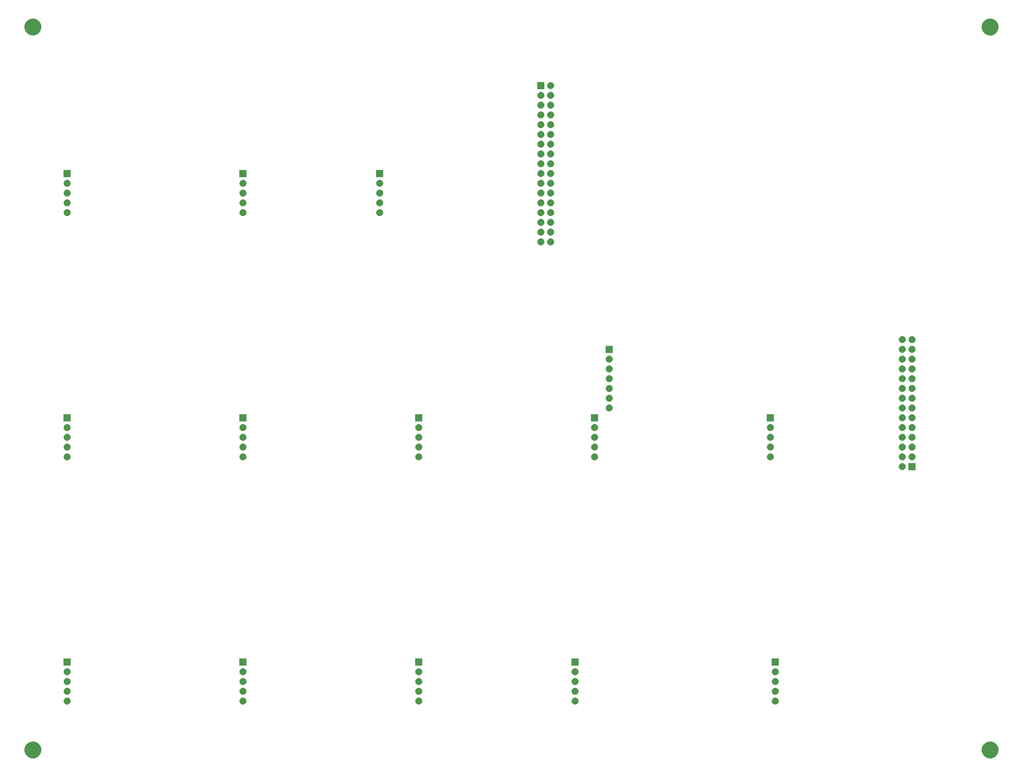
<source format=gbr>
G04 #@! TF.GenerationSoftware,KiCad,Pcbnew,5.0.1*
G04 #@! TF.CreationDate,2018-12-21T00:14:18+11:00*
G04 #@! TF.ProjectId,cpld-cpu,63706C642D6370752E6B696361645F70,rev?*
G04 #@! TF.SameCoordinates,Original*
G04 #@! TF.FileFunction,Soldermask,Bot*
G04 #@! TF.FilePolarity,Negative*
%FSLAX46Y46*%
G04 Gerber Fmt 4.6, Leading zero omitted, Abs format (unit mm)*
G04 Created by KiCad (PCBNEW 5.0.1) date Fri 21 Dec 2018 00:14:18 AEDT*
%MOMM*%
%LPD*%
G01*
G04 APERTURE LIST*
%ADD10C,0.050000*%
G04 APERTURE END LIST*
D10*
G36*
X264802006Y-201083582D02*
X265202565Y-201249499D01*
X265563059Y-201490373D01*
X265869627Y-201796941D01*
X266110501Y-202157435D01*
X266276418Y-202557994D01*
X266361000Y-202983219D01*
X266361000Y-203416781D01*
X266276418Y-203842006D01*
X266110501Y-204242565D01*
X265869627Y-204603059D01*
X265563059Y-204909627D01*
X265202565Y-205150501D01*
X264802006Y-205316418D01*
X264376781Y-205401000D01*
X263943219Y-205401000D01*
X263517994Y-205316418D01*
X263117435Y-205150501D01*
X262756941Y-204909627D01*
X262450373Y-204603059D01*
X262209499Y-204242565D01*
X262043582Y-203842006D01*
X261959000Y-203416781D01*
X261959000Y-202983219D01*
X262043582Y-202557994D01*
X262209499Y-202157435D01*
X262450373Y-201796941D01*
X262756941Y-201490373D01*
X263117435Y-201249499D01*
X263517994Y-201083582D01*
X263943219Y-200999000D01*
X264376781Y-200999000D01*
X264802006Y-201083582D01*
X264802006Y-201083582D01*
G37*
G36*
X15882006Y-201083582D02*
X16282565Y-201249499D01*
X16643059Y-201490373D01*
X16949627Y-201796941D01*
X17190501Y-202157435D01*
X17356418Y-202557994D01*
X17441000Y-202983219D01*
X17441000Y-203416781D01*
X17356418Y-203842006D01*
X17190501Y-204242565D01*
X16949627Y-204603059D01*
X16643059Y-204909627D01*
X16282565Y-205150501D01*
X15882006Y-205316418D01*
X15456781Y-205401000D01*
X15023219Y-205401000D01*
X14597994Y-205316418D01*
X14197435Y-205150501D01*
X13836941Y-204909627D01*
X13530373Y-204603059D01*
X13289499Y-204242565D01*
X13123582Y-203842006D01*
X13039000Y-203416781D01*
X13039000Y-202983219D01*
X13123582Y-202557994D01*
X13289499Y-202157435D01*
X13530373Y-201796941D01*
X13836941Y-201490373D01*
X14197435Y-201249499D01*
X14597994Y-201083582D01*
X15023219Y-200999000D01*
X15456781Y-200999000D01*
X15882006Y-201083582D01*
X15882006Y-201083582D01*
G37*
G36*
X208390442Y-189605518D02*
X208456627Y-189612037D01*
X208569853Y-189646384D01*
X208626467Y-189663557D01*
X208765087Y-189737652D01*
X208782991Y-189747222D01*
X208818729Y-189776552D01*
X208920186Y-189859814D01*
X209003448Y-189961271D01*
X209032778Y-189997009D01*
X209032779Y-189997011D01*
X209116443Y-190153533D01*
X209116443Y-190153534D01*
X209167963Y-190323373D01*
X209185359Y-190500000D01*
X209167963Y-190676627D01*
X209133616Y-190789853D01*
X209116443Y-190846467D01*
X209042348Y-190985087D01*
X209032778Y-191002991D01*
X209003448Y-191038729D01*
X208920186Y-191140186D01*
X208818729Y-191223448D01*
X208782991Y-191252778D01*
X208782989Y-191252779D01*
X208626467Y-191336443D01*
X208569853Y-191353616D01*
X208456627Y-191387963D01*
X208390443Y-191394481D01*
X208324260Y-191401000D01*
X208235740Y-191401000D01*
X208169558Y-191394482D01*
X208103373Y-191387963D01*
X207990147Y-191353616D01*
X207933533Y-191336443D01*
X207777011Y-191252779D01*
X207777009Y-191252778D01*
X207741271Y-191223448D01*
X207639814Y-191140186D01*
X207556552Y-191038729D01*
X207527222Y-191002991D01*
X207517652Y-190985087D01*
X207443557Y-190846467D01*
X207426384Y-190789853D01*
X207392037Y-190676627D01*
X207374641Y-190500000D01*
X207392037Y-190323373D01*
X207443557Y-190153534D01*
X207443557Y-190153533D01*
X207527221Y-189997011D01*
X207527222Y-189997009D01*
X207556552Y-189961271D01*
X207639814Y-189859814D01*
X207741271Y-189776552D01*
X207777009Y-189747222D01*
X207794913Y-189737652D01*
X207933533Y-189663557D01*
X207990147Y-189646384D01*
X208103373Y-189612037D01*
X208169558Y-189605518D01*
X208235740Y-189599000D01*
X208324260Y-189599000D01*
X208390442Y-189605518D01*
X208390442Y-189605518D01*
G37*
G36*
X24240442Y-189605518D02*
X24306627Y-189612037D01*
X24419853Y-189646384D01*
X24476467Y-189663557D01*
X24615087Y-189737652D01*
X24632991Y-189747222D01*
X24668729Y-189776552D01*
X24770186Y-189859814D01*
X24853448Y-189961271D01*
X24882778Y-189997009D01*
X24882779Y-189997011D01*
X24966443Y-190153533D01*
X24966443Y-190153534D01*
X25017963Y-190323373D01*
X25035359Y-190500000D01*
X25017963Y-190676627D01*
X24983616Y-190789853D01*
X24966443Y-190846467D01*
X24892348Y-190985087D01*
X24882778Y-191002991D01*
X24853448Y-191038729D01*
X24770186Y-191140186D01*
X24668729Y-191223448D01*
X24632991Y-191252778D01*
X24632989Y-191252779D01*
X24476467Y-191336443D01*
X24419853Y-191353616D01*
X24306627Y-191387963D01*
X24240442Y-191394482D01*
X24174260Y-191401000D01*
X24085740Y-191401000D01*
X24019558Y-191394482D01*
X23953373Y-191387963D01*
X23840147Y-191353616D01*
X23783533Y-191336443D01*
X23627011Y-191252779D01*
X23627009Y-191252778D01*
X23591271Y-191223448D01*
X23489814Y-191140186D01*
X23406552Y-191038729D01*
X23377222Y-191002991D01*
X23367652Y-190985087D01*
X23293557Y-190846467D01*
X23276384Y-190789853D01*
X23242037Y-190676627D01*
X23224641Y-190500000D01*
X23242037Y-190323373D01*
X23293557Y-190153534D01*
X23293557Y-190153533D01*
X23377221Y-189997011D01*
X23377222Y-189997009D01*
X23406552Y-189961271D01*
X23489814Y-189859814D01*
X23591271Y-189776552D01*
X23627009Y-189747222D01*
X23644913Y-189737652D01*
X23783533Y-189663557D01*
X23840147Y-189646384D01*
X23953373Y-189612037D01*
X24019558Y-189605518D01*
X24085740Y-189599000D01*
X24174260Y-189599000D01*
X24240442Y-189605518D01*
X24240442Y-189605518D01*
G37*
G36*
X69960442Y-189605518D02*
X70026627Y-189612037D01*
X70139853Y-189646384D01*
X70196467Y-189663557D01*
X70335087Y-189737652D01*
X70352991Y-189747222D01*
X70388729Y-189776552D01*
X70490186Y-189859814D01*
X70573448Y-189961271D01*
X70602778Y-189997009D01*
X70602779Y-189997011D01*
X70686443Y-190153533D01*
X70686443Y-190153534D01*
X70737963Y-190323373D01*
X70755359Y-190500000D01*
X70737963Y-190676627D01*
X70703616Y-190789853D01*
X70686443Y-190846467D01*
X70612348Y-190985087D01*
X70602778Y-191002991D01*
X70573448Y-191038729D01*
X70490186Y-191140186D01*
X70388729Y-191223448D01*
X70352991Y-191252778D01*
X70352989Y-191252779D01*
X70196467Y-191336443D01*
X70139853Y-191353616D01*
X70026627Y-191387963D01*
X69960442Y-191394482D01*
X69894260Y-191401000D01*
X69805740Y-191401000D01*
X69739558Y-191394482D01*
X69673373Y-191387963D01*
X69560147Y-191353616D01*
X69503533Y-191336443D01*
X69347011Y-191252779D01*
X69347009Y-191252778D01*
X69311271Y-191223448D01*
X69209814Y-191140186D01*
X69126552Y-191038729D01*
X69097222Y-191002991D01*
X69087652Y-190985087D01*
X69013557Y-190846467D01*
X68996384Y-190789853D01*
X68962037Y-190676627D01*
X68944641Y-190500000D01*
X68962037Y-190323373D01*
X69013557Y-190153534D01*
X69013557Y-190153533D01*
X69097221Y-189997011D01*
X69097222Y-189997009D01*
X69126552Y-189961271D01*
X69209814Y-189859814D01*
X69311271Y-189776552D01*
X69347009Y-189747222D01*
X69364913Y-189737652D01*
X69503533Y-189663557D01*
X69560147Y-189646384D01*
X69673373Y-189612037D01*
X69739558Y-189605518D01*
X69805740Y-189599000D01*
X69894260Y-189599000D01*
X69960442Y-189605518D01*
X69960442Y-189605518D01*
G37*
G36*
X115680442Y-189605518D02*
X115746627Y-189612037D01*
X115859853Y-189646384D01*
X115916467Y-189663557D01*
X116055087Y-189737652D01*
X116072991Y-189747222D01*
X116108729Y-189776552D01*
X116210186Y-189859814D01*
X116293448Y-189961271D01*
X116322778Y-189997009D01*
X116322779Y-189997011D01*
X116406443Y-190153533D01*
X116406443Y-190153534D01*
X116457963Y-190323373D01*
X116475359Y-190500000D01*
X116457963Y-190676627D01*
X116423616Y-190789853D01*
X116406443Y-190846467D01*
X116332348Y-190985087D01*
X116322778Y-191002991D01*
X116293448Y-191038729D01*
X116210186Y-191140186D01*
X116108729Y-191223448D01*
X116072991Y-191252778D01*
X116072989Y-191252779D01*
X115916467Y-191336443D01*
X115859853Y-191353616D01*
X115746627Y-191387963D01*
X115680442Y-191394482D01*
X115614260Y-191401000D01*
X115525740Y-191401000D01*
X115459558Y-191394482D01*
X115393373Y-191387963D01*
X115280147Y-191353616D01*
X115223533Y-191336443D01*
X115067011Y-191252779D01*
X115067009Y-191252778D01*
X115031271Y-191223448D01*
X114929814Y-191140186D01*
X114846552Y-191038729D01*
X114817222Y-191002991D01*
X114807652Y-190985087D01*
X114733557Y-190846467D01*
X114716384Y-190789853D01*
X114682037Y-190676627D01*
X114664641Y-190500000D01*
X114682037Y-190323373D01*
X114733557Y-190153534D01*
X114733557Y-190153533D01*
X114817221Y-189997011D01*
X114817222Y-189997009D01*
X114846552Y-189961271D01*
X114929814Y-189859814D01*
X115031271Y-189776552D01*
X115067009Y-189747222D01*
X115084913Y-189737652D01*
X115223533Y-189663557D01*
X115280147Y-189646384D01*
X115393373Y-189612037D01*
X115459558Y-189605518D01*
X115525740Y-189599000D01*
X115614260Y-189599000D01*
X115680442Y-189605518D01*
X115680442Y-189605518D01*
G37*
G36*
X156320442Y-189605518D02*
X156386627Y-189612037D01*
X156499853Y-189646384D01*
X156556467Y-189663557D01*
X156695087Y-189737652D01*
X156712991Y-189747222D01*
X156748729Y-189776552D01*
X156850186Y-189859814D01*
X156933448Y-189961271D01*
X156962778Y-189997009D01*
X156962779Y-189997011D01*
X157046443Y-190153533D01*
X157046443Y-190153534D01*
X157097963Y-190323373D01*
X157115359Y-190500000D01*
X157097963Y-190676627D01*
X157063616Y-190789853D01*
X157046443Y-190846467D01*
X156972348Y-190985087D01*
X156962778Y-191002991D01*
X156933448Y-191038729D01*
X156850186Y-191140186D01*
X156748729Y-191223448D01*
X156712991Y-191252778D01*
X156712989Y-191252779D01*
X156556467Y-191336443D01*
X156499853Y-191353616D01*
X156386627Y-191387963D01*
X156320442Y-191394482D01*
X156254260Y-191401000D01*
X156165740Y-191401000D01*
X156099558Y-191394482D01*
X156033373Y-191387963D01*
X155920147Y-191353616D01*
X155863533Y-191336443D01*
X155707011Y-191252779D01*
X155707009Y-191252778D01*
X155671271Y-191223448D01*
X155569814Y-191140186D01*
X155486552Y-191038729D01*
X155457222Y-191002991D01*
X155447652Y-190985087D01*
X155373557Y-190846467D01*
X155356384Y-190789853D01*
X155322037Y-190676627D01*
X155304641Y-190500000D01*
X155322037Y-190323373D01*
X155373557Y-190153534D01*
X155373557Y-190153533D01*
X155457221Y-189997011D01*
X155457222Y-189997009D01*
X155486552Y-189961271D01*
X155569814Y-189859814D01*
X155671271Y-189776552D01*
X155707009Y-189747222D01*
X155724913Y-189737652D01*
X155863533Y-189663557D01*
X155920147Y-189646384D01*
X156033373Y-189612037D01*
X156099558Y-189605518D01*
X156165740Y-189599000D01*
X156254260Y-189599000D01*
X156320442Y-189605518D01*
X156320442Y-189605518D01*
G37*
G36*
X24240443Y-187065519D02*
X24306627Y-187072037D01*
X24419853Y-187106384D01*
X24476467Y-187123557D01*
X24615087Y-187197652D01*
X24632991Y-187207222D01*
X24668729Y-187236552D01*
X24770186Y-187319814D01*
X24853448Y-187421271D01*
X24882778Y-187457009D01*
X24882779Y-187457011D01*
X24966443Y-187613533D01*
X24966443Y-187613534D01*
X25017963Y-187783373D01*
X25035359Y-187960000D01*
X25017963Y-188136627D01*
X24983616Y-188249853D01*
X24966443Y-188306467D01*
X24892348Y-188445087D01*
X24882778Y-188462991D01*
X24853448Y-188498729D01*
X24770186Y-188600186D01*
X24668729Y-188683448D01*
X24632991Y-188712778D01*
X24632989Y-188712779D01*
X24476467Y-188796443D01*
X24419853Y-188813616D01*
X24306627Y-188847963D01*
X24240443Y-188854481D01*
X24174260Y-188861000D01*
X24085740Y-188861000D01*
X24019557Y-188854481D01*
X23953373Y-188847963D01*
X23840147Y-188813616D01*
X23783533Y-188796443D01*
X23627011Y-188712779D01*
X23627009Y-188712778D01*
X23591271Y-188683448D01*
X23489814Y-188600186D01*
X23406552Y-188498729D01*
X23377222Y-188462991D01*
X23367652Y-188445087D01*
X23293557Y-188306467D01*
X23276384Y-188249853D01*
X23242037Y-188136627D01*
X23224641Y-187960000D01*
X23242037Y-187783373D01*
X23293557Y-187613534D01*
X23293557Y-187613533D01*
X23377221Y-187457011D01*
X23377222Y-187457009D01*
X23406552Y-187421271D01*
X23489814Y-187319814D01*
X23591271Y-187236552D01*
X23627009Y-187207222D01*
X23644913Y-187197652D01*
X23783533Y-187123557D01*
X23840147Y-187106384D01*
X23953373Y-187072037D01*
X24019557Y-187065519D01*
X24085740Y-187059000D01*
X24174260Y-187059000D01*
X24240443Y-187065519D01*
X24240443Y-187065519D01*
G37*
G36*
X115680443Y-187065519D02*
X115746627Y-187072037D01*
X115859853Y-187106384D01*
X115916467Y-187123557D01*
X116055087Y-187197652D01*
X116072991Y-187207222D01*
X116108729Y-187236552D01*
X116210186Y-187319814D01*
X116293448Y-187421271D01*
X116322778Y-187457009D01*
X116322779Y-187457011D01*
X116406443Y-187613533D01*
X116406443Y-187613534D01*
X116457963Y-187783373D01*
X116475359Y-187960000D01*
X116457963Y-188136627D01*
X116423616Y-188249853D01*
X116406443Y-188306467D01*
X116332348Y-188445087D01*
X116322778Y-188462991D01*
X116293448Y-188498729D01*
X116210186Y-188600186D01*
X116108729Y-188683448D01*
X116072991Y-188712778D01*
X116072989Y-188712779D01*
X115916467Y-188796443D01*
X115859853Y-188813616D01*
X115746627Y-188847963D01*
X115680443Y-188854481D01*
X115614260Y-188861000D01*
X115525740Y-188861000D01*
X115459557Y-188854481D01*
X115393373Y-188847963D01*
X115280147Y-188813616D01*
X115223533Y-188796443D01*
X115067011Y-188712779D01*
X115067009Y-188712778D01*
X115031271Y-188683448D01*
X114929814Y-188600186D01*
X114846552Y-188498729D01*
X114817222Y-188462991D01*
X114807652Y-188445087D01*
X114733557Y-188306467D01*
X114716384Y-188249853D01*
X114682037Y-188136627D01*
X114664641Y-187960000D01*
X114682037Y-187783373D01*
X114733557Y-187613534D01*
X114733557Y-187613533D01*
X114817221Y-187457011D01*
X114817222Y-187457009D01*
X114846552Y-187421271D01*
X114929814Y-187319814D01*
X115031271Y-187236552D01*
X115067009Y-187207222D01*
X115084913Y-187197652D01*
X115223533Y-187123557D01*
X115280147Y-187106384D01*
X115393373Y-187072037D01*
X115459557Y-187065519D01*
X115525740Y-187059000D01*
X115614260Y-187059000D01*
X115680443Y-187065519D01*
X115680443Y-187065519D01*
G37*
G36*
X156320443Y-187065519D02*
X156386627Y-187072037D01*
X156499853Y-187106384D01*
X156556467Y-187123557D01*
X156695087Y-187197652D01*
X156712991Y-187207222D01*
X156748729Y-187236552D01*
X156850186Y-187319814D01*
X156933448Y-187421271D01*
X156962778Y-187457009D01*
X156962779Y-187457011D01*
X157046443Y-187613533D01*
X157046443Y-187613534D01*
X157097963Y-187783373D01*
X157115359Y-187960000D01*
X157097963Y-188136627D01*
X157063616Y-188249853D01*
X157046443Y-188306467D01*
X156972348Y-188445087D01*
X156962778Y-188462991D01*
X156933448Y-188498729D01*
X156850186Y-188600186D01*
X156748729Y-188683448D01*
X156712991Y-188712778D01*
X156712989Y-188712779D01*
X156556467Y-188796443D01*
X156499853Y-188813616D01*
X156386627Y-188847963D01*
X156320443Y-188854481D01*
X156254260Y-188861000D01*
X156165740Y-188861000D01*
X156099557Y-188854481D01*
X156033373Y-188847963D01*
X155920147Y-188813616D01*
X155863533Y-188796443D01*
X155707011Y-188712779D01*
X155707009Y-188712778D01*
X155671271Y-188683448D01*
X155569814Y-188600186D01*
X155486552Y-188498729D01*
X155457222Y-188462991D01*
X155447652Y-188445087D01*
X155373557Y-188306467D01*
X155356384Y-188249853D01*
X155322037Y-188136627D01*
X155304641Y-187960000D01*
X155322037Y-187783373D01*
X155373557Y-187613534D01*
X155373557Y-187613533D01*
X155457221Y-187457011D01*
X155457222Y-187457009D01*
X155486552Y-187421271D01*
X155569814Y-187319814D01*
X155671271Y-187236552D01*
X155707009Y-187207222D01*
X155724913Y-187197652D01*
X155863533Y-187123557D01*
X155920147Y-187106384D01*
X156033373Y-187072037D01*
X156099557Y-187065519D01*
X156165740Y-187059000D01*
X156254260Y-187059000D01*
X156320443Y-187065519D01*
X156320443Y-187065519D01*
G37*
G36*
X69960443Y-187065519D02*
X70026627Y-187072037D01*
X70139853Y-187106384D01*
X70196467Y-187123557D01*
X70335087Y-187197652D01*
X70352991Y-187207222D01*
X70388729Y-187236552D01*
X70490186Y-187319814D01*
X70573448Y-187421271D01*
X70602778Y-187457009D01*
X70602779Y-187457011D01*
X70686443Y-187613533D01*
X70686443Y-187613534D01*
X70737963Y-187783373D01*
X70755359Y-187960000D01*
X70737963Y-188136627D01*
X70703616Y-188249853D01*
X70686443Y-188306467D01*
X70612348Y-188445087D01*
X70602778Y-188462991D01*
X70573448Y-188498729D01*
X70490186Y-188600186D01*
X70388729Y-188683448D01*
X70352991Y-188712778D01*
X70352989Y-188712779D01*
X70196467Y-188796443D01*
X70139853Y-188813616D01*
X70026627Y-188847963D01*
X69960443Y-188854481D01*
X69894260Y-188861000D01*
X69805740Y-188861000D01*
X69739557Y-188854481D01*
X69673373Y-188847963D01*
X69560147Y-188813616D01*
X69503533Y-188796443D01*
X69347011Y-188712779D01*
X69347009Y-188712778D01*
X69311271Y-188683448D01*
X69209814Y-188600186D01*
X69126552Y-188498729D01*
X69097222Y-188462991D01*
X69087652Y-188445087D01*
X69013557Y-188306467D01*
X68996384Y-188249853D01*
X68962037Y-188136627D01*
X68944641Y-187960000D01*
X68962037Y-187783373D01*
X69013557Y-187613534D01*
X69013557Y-187613533D01*
X69097221Y-187457011D01*
X69097222Y-187457009D01*
X69126552Y-187421271D01*
X69209814Y-187319814D01*
X69311271Y-187236552D01*
X69347009Y-187207222D01*
X69364913Y-187197652D01*
X69503533Y-187123557D01*
X69560147Y-187106384D01*
X69673373Y-187072037D01*
X69739557Y-187065519D01*
X69805740Y-187059000D01*
X69894260Y-187059000D01*
X69960443Y-187065519D01*
X69960443Y-187065519D01*
G37*
G36*
X208390443Y-187065519D02*
X208456627Y-187072037D01*
X208569853Y-187106384D01*
X208626467Y-187123557D01*
X208765087Y-187197652D01*
X208782991Y-187207222D01*
X208818729Y-187236552D01*
X208920186Y-187319814D01*
X209003448Y-187421271D01*
X209032778Y-187457009D01*
X209032779Y-187457011D01*
X209116443Y-187613533D01*
X209116443Y-187613534D01*
X209167963Y-187783373D01*
X209185359Y-187960000D01*
X209167963Y-188136627D01*
X209133616Y-188249853D01*
X209116443Y-188306467D01*
X209042348Y-188445087D01*
X209032778Y-188462991D01*
X209003448Y-188498729D01*
X208920186Y-188600186D01*
X208818729Y-188683448D01*
X208782991Y-188712778D01*
X208782989Y-188712779D01*
X208626467Y-188796443D01*
X208569853Y-188813616D01*
X208456627Y-188847963D01*
X208390443Y-188854481D01*
X208324260Y-188861000D01*
X208235740Y-188861000D01*
X208169557Y-188854481D01*
X208103373Y-188847963D01*
X207990147Y-188813616D01*
X207933533Y-188796443D01*
X207777011Y-188712779D01*
X207777009Y-188712778D01*
X207741271Y-188683448D01*
X207639814Y-188600186D01*
X207556552Y-188498729D01*
X207527222Y-188462991D01*
X207517652Y-188445087D01*
X207443557Y-188306467D01*
X207426384Y-188249853D01*
X207392037Y-188136627D01*
X207374641Y-187960000D01*
X207392037Y-187783373D01*
X207443557Y-187613534D01*
X207443557Y-187613533D01*
X207527221Y-187457011D01*
X207527222Y-187457009D01*
X207556552Y-187421271D01*
X207639814Y-187319814D01*
X207741271Y-187236552D01*
X207777009Y-187207222D01*
X207794913Y-187197652D01*
X207933533Y-187123557D01*
X207990147Y-187106384D01*
X208103373Y-187072037D01*
X208169557Y-187065519D01*
X208235740Y-187059000D01*
X208324260Y-187059000D01*
X208390443Y-187065519D01*
X208390443Y-187065519D01*
G37*
G36*
X208390442Y-184525518D02*
X208456627Y-184532037D01*
X208569853Y-184566384D01*
X208626467Y-184583557D01*
X208765087Y-184657652D01*
X208782991Y-184667222D01*
X208818729Y-184696552D01*
X208920186Y-184779814D01*
X209003448Y-184881271D01*
X209032778Y-184917009D01*
X209032779Y-184917011D01*
X209116443Y-185073533D01*
X209116443Y-185073534D01*
X209167963Y-185243373D01*
X209185359Y-185420000D01*
X209167963Y-185596627D01*
X209133616Y-185709853D01*
X209116443Y-185766467D01*
X209042348Y-185905087D01*
X209032778Y-185922991D01*
X209003448Y-185958729D01*
X208920186Y-186060186D01*
X208818729Y-186143448D01*
X208782991Y-186172778D01*
X208782989Y-186172779D01*
X208626467Y-186256443D01*
X208569853Y-186273616D01*
X208456627Y-186307963D01*
X208390443Y-186314481D01*
X208324260Y-186321000D01*
X208235740Y-186321000D01*
X208169557Y-186314481D01*
X208103373Y-186307963D01*
X207990147Y-186273616D01*
X207933533Y-186256443D01*
X207777011Y-186172779D01*
X207777009Y-186172778D01*
X207741271Y-186143448D01*
X207639814Y-186060186D01*
X207556552Y-185958729D01*
X207527222Y-185922991D01*
X207517652Y-185905087D01*
X207443557Y-185766467D01*
X207426384Y-185709853D01*
X207392037Y-185596627D01*
X207374641Y-185420000D01*
X207392037Y-185243373D01*
X207443557Y-185073534D01*
X207443557Y-185073533D01*
X207527221Y-184917011D01*
X207527222Y-184917009D01*
X207556552Y-184881271D01*
X207639814Y-184779814D01*
X207741271Y-184696552D01*
X207777009Y-184667222D01*
X207794913Y-184657652D01*
X207933533Y-184583557D01*
X207990147Y-184566384D01*
X208103373Y-184532037D01*
X208169558Y-184525518D01*
X208235740Y-184519000D01*
X208324260Y-184519000D01*
X208390442Y-184525518D01*
X208390442Y-184525518D01*
G37*
G36*
X69960442Y-184525518D02*
X70026627Y-184532037D01*
X70139853Y-184566384D01*
X70196467Y-184583557D01*
X70335087Y-184657652D01*
X70352991Y-184667222D01*
X70388729Y-184696552D01*
X70490186Y-184779814D01*
X70573448Y-184881271D01*
X70602778Y-184917009D01*
X70602779Y-184917011D01*
X70686443Y-185073533D01*
X70686443Y-185073534D01*
X70737963Y-185243373D01*
X70755359Y-185420000D01*
X70737963Y-185596627D01*
X70703616Y-185709853D01*
X70686443Y-185766467D01*
X70612348Y-185905087D01*
X70602778Y-185922991D01*
X70573448Y-185958729D01*
X70490186Y-186060186D01*
X70388729Y-186143448D01*
X70352991Y-186172778D01*
X70352989Y-186172779D01*
X70196467Y-186256443D01*
X70139853Y-186273616D01*
X70026627Y-186307963D01*
X69960443Y-186314481D01*
X69894260Y-186321000D01*
X69805740Y-186321000D01*
X69739557Y-186314481D01*
X69673373Y-186307963D01*
X69560147Y-186273616D01*
X69503533Y-186256443D01*
X69347011Y-186172779D01*
X69347009Y-186172778D01*
X69311271Y-186143448D01*
X69209814Y-186060186D01*
X69126552Y-185958729D01*
X69097222Y-185922991D01*
X69087652Y-185905087D01*
X69013557Y-185766467D01*
X68996384Y-185709853D01*
X68962037Y-185596627D01*
X68944641Y-185420000D01*
X68962037Y-185243373D01*
X69013557Y-185073534D01*
X69013557Y-185073533D01*
X69097221Y-184917011D01*
X69097222Y-184917009D01*
X69126552Y-184881271D01*
X69209814Y-184779814D01*
X69311271Y-184696552D01*
X69347009Y-184667222D01*
X69364913Y-184657652D01*
X69503533Y-184583557D01*
X69560147Y-184566384D01*
X69673373Y-184532037D01*
X69739558Y-184525518D01*
X69805740Y-184519000D01*
X69894260Y-184519000D01*
X69960442Y-184525518D01*
X69960442Y-184525518D01*
G37*
G36*
X24240442Y-184525518D02*
X24306627Y-184532037D01*
X24419853Y-184566384D01*
X24476467Y-184583557D01*
X24615087Y-184657652D01*
X24632991Y-184667222D01*
X24668729Y-184696552D01*
X24770186Y-184779814D01*
X24853448Y-184881271D01*
X24882778Y-184917009D01*
X24882779Y-184917011D01*
X24966443Y-185073533D01*
X24966443Y-185073534D01*
X25017963Y-185243373D01*
X25035359Y-185420000D01*
X25017963Y-185596627D01*
X24983616Y-185709853D01*
X24966443Y-185766467D01*
X24892348Y-185905087D01*
X24882778Y-185922991D01*
X24853448Y-185958729D01*
X24770186Y-186060186D01*
X24668729Y-186143448D01*
X24632991Y-186172778D01*
X24632989Y-186172779D01*
X24476467Y-186256443D01*
X24419853Y-186273616D01*
X24306627Y-186307963D01*
X24240443Y-186314481D01*
X24174260Y-186321000D01*
X24085740Y-186321000D01*
X24019557Y-186314481D01*
X23953373Y-186307963D01*
X23840147Y-186273616D01*
X23783533Y-186256443D01*
X23627011Y-186172779D01*
X23627009Y-186172778D01*
X23591271Y-186143448D01*
X23489814Y-186060186D01*
X23406552Y-185958729D01*
X23377222Y-185922991D01*
X23367652Y-185905087D01*
X23293557Y-185766467D01*
X23276384Y-185709853D01*
X23242037Y-185596627D01*
X23224641Y-185420000D01*
X23242037Y-185243373D01*
X23293557Y-185073534D01*
X23293557Y-185073533D01*
X23377221Y-184917011D01*
X23377222Y-184917009D01*
X23406552Y-184881271D01*
X23489814Y-184779814D01*
X23591271Y-184696552D01*
X23627009Y-184667222D01*
X23644913Y-184657652D01*
X23783533Y-184583557D01*
X23840147Y-184566384D01*
X23953373Y-184532037D01*
X24019558Y-184525518D01*
X24085740Y-184519000D01*
X24174260Y-184519000D01*
X24240442Y-184525518D01*
X24240442Y-184525518D01*
G37*
G36*
X115680442Y-184525518D02*
X115746627Y-184532037D01*
X115859853Y-184566384D01*
X115916467Y-184583557D01*
X116055087Y-184657652D01*
X116072991Y-184667222D01*
X116108729Y-184696552D01*
X116210186Y-184779814D01*
X116293448Y-184881271D01*
X116322778Y-184917009D01*
X116322779Y-184917011D01*
X116406443Y-185073533D01*
X116406443Y-185073534D01*
X116457963Y-185243373D01*
X116475359Y-185420000D01*
X116457963Y-185596627D01*
X116423616Y-185709853D01*
X116406443Y-185766467D01*
X116332348Y-185905087D01*
X116322778Y-185922991D01*
X116293448Y-185958729D01*
X116210186Y-186060186D01*
X116108729Y-186143448D01*
X116072991Y-186172778D01*
X116072989Y-186172779D01*
X115916467Y-186256443D01*
X115859853Y-186273616D01*
X115746627Y-186307963D01*
X115680443Y-186314481D01*
X115614260Y-186321000D01*
X115525740Y-186321000D01*
X115459557Y-186314481D01*
X115393373Y-186307963D01*
X115280147Y-186273616D01*
X115223533Y-186256443D01*
X115067011Y-186172779D01*
X115067009Y-186172778D01*
X115031271Y-186143448D01*
X114929814Y-186060186D01*
X114846552Y-185958729D01*
X114817222Y-185922991D01*
X114807652Y-185905087D01*
X114733557Y-185766467D01*
X114716384Y-185709853D01*
X114682037Y-185596627D01*
X114664641Y-185420000D01*
X114682037Y-185243373D01*
X114733557Y-185073534D01*
X114733557Y-185073533D01*
X114817221Y-184917011D01*
X114817222Y-184917009D01*
X114846552Y-184881271D01*
X114929814Y-184779814D01*
X115031271Y-184696552D01*
X115067009Y-184667222D01*
X115084913Y-184657652D01*
X115223533Y-184583557D01*
X115280147Y-184566384D01*
X115393373Y-184532037D01*
X115459558Y-184525518D01*
X115525740Y-184519000D01*
X115614260Y-184519000D01*
X115680442Y-184525518D01*
X115680442Y-184525518D01*
G37*
G36*
X156320442Y-184525518D02*
X156386627Y-184532037D01*
X156499853Y-184566384D01*
X156556467Y-184583557D01*
X156695087Y-184657652D01*
X156712991Y-184667222D01*
X156748729Y-184696552D01*
X156850186Y-184779814D01*
X156933448Y-184881271D01*
X156962778Y-184917009D01*
X156962779Y-184917011D01*
X157046443Y-185073533D01*
X157046443Y-185073534D01*
X157097963Y-185243373D01*
X157115359Y-185420000D01*
X157097963Y-185596627D01*
X157063616Y-185709853D01*
X157046443Y-185766467D01*
X156972348Y-185905087D01*
X156962778Y-185922991D01*
X156933448Y-185958729D01*
X156850186Y-186060186D01*
X156748729Y-186143448D01*
X156712991Y-186172778D01*
X156712989Y-186172779D01*
X156556467Y-186256443D01*
X156499853Y-186273616D01*
X156386627Y-186307963D01*
X156320443Y-186314481D01*
X156254260Y-186321000D01*
X156165740Y-186321000D01*
X156099557Y-186314481D01*
X156033373Y-186307963D01*
X155920147Y-186273616D01*
X155863533Y-186256443D01*
X155707011Y-186172779D01*
X155707009Y-186172778D01*
X155671271Y-186143448D01*
X155569814Y-186060186D01*
X155486552Y-185958729D01*
X155457222Y-185922991D01*
X155447652Y-185905087D01*
X155373557Y-185766467D01*
X155356384Y-185709853D01*
X155322037Y-185596627D01*
X155304641Y-185420000D01*
X155322037Y-185243373D01*
X155373557Y-185073534D01*
X155373557Y-185073533D01*
X155457221Y-184917011D01*
X155457222Y-184917009D01*
X155486552Y-184881271D01*
X155569814Y-184779814D01*
X155671271Y-184696552D01*
X155707009Y-184667222D01*
X155724913Y-184657652D01*
X155863533Y-184583557D01*
X155920147Y-184566384D01*
X156033373Y-184532037D01*
X156099558Y-184525518D01*
X156165740Y-184519000D01*
X156254260Y-184519000D01*
X156320442Y-184525518D01*
X156320442Y-184525518D01*
G37*
G36*
X156320442Y-181985518D02*
X156386627Y-181992037D01*
X156499853Y-182026384D01*
X156556467Y-182043557D01*
X156695087Y-182117652D01*
X156712991Y-182127222D01*
X156748729Y-182156552D01*
X156850186Y-182239814D01*
X156933448Y-182341271D01*
X156962778Y-182377009D01*
X156962779Y-182377011D01*
X157046443Y-182533533D01*
X157046443Y-182533534D01*
X157097963Y-182703373D01*
X157115359Y-182880000D01*
X157097963Y-183056627D01*
X157063616Y-183169853D01*
X157046443Y-183226467D01*
X156972348Y-183365087D01*
X156962778Y-183382991D01*
X156933448Y-183418729D01*
X156850186Y-183520186D01*
X156748729Y-183603448D01*
X156712991Y-183632778D01*
X156712989Y-183632779D01*
X156556467Y-183716443D01*
X156499853Y-183733616D01*
X156386627Y-183767963D01*
X156320442Y-183774482D01*
X156254260Y-183781000D01*
X156165740Y-183781000D01*
X156099558Y-183774482D01*
X156033373Y-183767963D01*
X155920147Y-183733616D01*
X155863533Y-183716443D01*
X155707011Y-183632779D01*
X155707009Y-183632778D01*
X155671271Y-183603448D01*
X155569814Y-183520186D01*
X155486552Y-183418729D01*
X155457222Y-183382991D01*
X155447652Y-183365087D01*
X155373557Y-183226467D01*
X155356384Y-183169853D01*
X155322037Y-183056627D01*
X155304641Y-182880000D01*
X155322037Y-182703373D01*
X155373557Y-182533534D01*
X155373557Y-182533533D01*
X155457221Y-182377011D01*
X155457222Y-182377009D01*
X155486552Y-182341271D01*
X155569814Y-182239814D01*
X155671271Y-182156552D01*
X155707009Y-182127222D01*
X155724913Y-182117652D01*
X155863533Y-182043557D01*
X155920147Y-182026384D01*
X156033373Y-181992037D01*
X156099558Y-181985518D01*
X156165740Y-181979000D01*
X156254260Y-181979000D01*
X156320442Y-181985518D01*
X156320442Y-181985518D01*
G37*
G36*
X208390442Y-181985518D02*
X208456627Y-181992037D01*
X208569853Y-182026384D01*
X208626467Y-182043557D01*
X208765087Y-182117652D01*
X208782991Y-182127222D01*
X208818729Y-182156552D01*
X208920186Y-182239814D01*
X209003448Y-182341271D01*
X209032778Y-182377009D01*
X209032779Y-182377011D01*
X209116443Y-182533533D01*
X209116443Y-182533534D01*
X209167963Y-182703373D01*
X209185359Y-182880000D01*
X209167963Y-183056627D01*
X209133616Y-183169853D01*
X209116443Y-183226467D01*
X209042348Y-183365087D01*
X209032778Y-183382991D01*
X209003448Y-183418729D01*
X208920186Y-183520186D01*
X208818729Y-183603448D01*
X208782991Y-183632778D01*
X208782989Y-183632779D01*
X208626467Y-183716443D01*
X208569853Y-183733616D01*
X208456627Y-183767963D01*
X208390442Y-183774482D01*
X208324260Y-183781000D01*
X208235740Y-183781000D01*
X208169558Y-183774482D01*
X208103373Y-183767963D01*
X207990147Y-183733616D01*
X207933533Y-183716443D01*
X207777011Y-183632779D01*
X207777009Y-183632778D01*
X207741271Y-183603448D01*
X207639814Y-183520186D01*
X207556552Y-183418729D01*
X207527222Y-183382991D01*
X207517652Y-183365087D01*
X207443557Y-183226467D01*
X207426384Y-183169853D01*
X207392037Y-183056627D01*
X207374641Y-182880000D01*
X207392037Y-182703373D01*
X207443557Y-182533534D01*
X207443557Y-182533533D01*
X207527221Y-182377011D01*
X207527222Y-182377009D01*
X207556552Y-182341271D01*
X207639814Y-182239814D01*
X207741271Y-182156552D01*
X207777009Y-182127222D01*
X207794913Y-182117652D01*
X207933533Y-182043557D01*
X207990147Y-182026384D01*
X208103373Y-181992037D01*
X208169558Y-181985518D01*
X208235740Y-181979000D01*
X208324260Y-181979000D01*
X208390442Y-181985518D01*
X208390442Y-181985518D01*
G37*
G36*
X24240442Y-181985518D02*
X24306627Y-181992037D01*
X24419853Y-182026384D01*
X24476467Y-182043557D01*
X24615087Y-182117652D01*
X24632991Y-182127222D01*
X24668729Y-182156552D01*
X24770186Y-182239814D01*
X24853448Y-182341271D01*
X24882778Y-182377009D01*
X24882779Y-182377011D01*
X24966443Y-182533533D01*
X24966443Y-182533534D01*
X25017963Y-182703373D01*
X25035359Y-182880000D01*
X25017963Y-183056627D01*
X24983616Y-183169853D01*
X24966443Y-183226467D01*
X24892348Y-183365087D01*
X24882778Y-183382991D01*
X24853448Y-183418729D01*
X24770186Y-183520186D01*
X24668729Y-183603448D01*
X24632991Y-183632778D01*
X24632989Y-183632779D01*
X24476467Y-183716443D01*
X24419853Y-183733616D01*
X24306627Y-183767963D01*
X24240442Y-183774482D01*
X24174260Y-183781000D01*
X24085740Y-183781000D01*
X24019558Y-183774482D01*
X23953373Y-183767963D01*
X23840147Y-183733616D01*
X23783533Y-183716443D01*
X23627011Y-183632779D01*
X23627009Y-183632778D01*
X23591271Y-183603448D01*
X23489814Y-183520186D01*
X23406552Y-183418729D01*
X23377222Y-183382991D01*
X23367652Y-183365087D01*
X23293557Y-183226467D01*
X23276384Y-183169853D01*
X23242037Y-183056627D01*
X23224641Y-182880000D01*
X23242037Y-182703373D01*
X23293557Y-182533534D01*
X23293557Y-182533533D01*
X23377221Y-182377011D01*
X23377222Y-182377009D01*
X23406552Y-182341271D01*
X23489814Y-182239814D01*
X23591271Y-182156552D01*
X23627009Y-182127222D01*
X23644913Y-182117652D01*
X23783533Y-182043557D01*
X23840147Y-182026384D01*
X23953373Y-181992037D01*
X24019558Y-181985518D01*
X24085740Y-181979000D01*
X24174260Y-181979000D01*
X24240442Y-181985518D01*
X24240442Y-181985518D01*
G37*
G36*
X69960442Y-181985518D02*
X70026627Y-181992037D01*
X70139853Y-182026384D01*
X70196467Y-182043557D01*
X70335087Y-182117652D01*
X70352991Y-182127222D01*
X70388729Y-182156552D01*
X70490186Y-182239814D01*
X70573448Y-182341271D01*
X70602778Y-182377009D01*
X70602779Y-182377011D01*
X70686443Y-182533533D01*
X70686443Y-182533534D01*
X70737963Y-182703373D01*
X70755359Y-182880000D01*
X70737963Y-183056627D01*
X70703616Y-183169853D01*
X70686443Y-183226467D01*
X70612348Y-183365087D01*
X70602778Y-183382991D01*
X70573448Y-183418729D01*
X70490186Y-183520186D01*
X70388729Y-183603448D01*
X70352991Y-183632778D01*
X70352989Y-183632779D01*
X70196467Y-183716443D01*
X70139853Y-183733616D01*
X70026627Y-183767963D01*
X69960442Y-183774482D01*
X69894260Y-183781000D01*
X69805740Y-183781000D01*
X69739558Y-183774482D01*
X69673373Y-183767963D01*
X69560147Y-183733616D01*
X69503533Y-183716443D01*
X69347011Y-183632779D01*
X69347009Y-183632778D01*
X69311271Y-183603448D01*
X69209814Y-183520186D01*
X69126552Y-183418729D01*
X69097222Y-183382991D01*
X69087652Y-183365087D01*
X69013557Y-183226467D01*
X68996384Y-183169853D01*
X68962037Y-183056627D01*
X68944641Y-182880000D01*
X68962037Y-182703373D01*
X69013557Y-182533534D01*
X69013557Y-182533533D01*
X69097221Y-182377011D01*
X69097222Y-182377009D01*
X69126552Y-182341271D01*
X69209814Y-182239814D01*
X69311271Y-182156552D01*
X69347009Y-182127222D01*
X69364913Y-182117652D01*
X69503533Y-182043557D01*
X69560147Y-182026384D01*
X69673373Y-181992037D01*
X69739558Y-181985518D01*
X69805740Y-181979000D01*
X69894260Y-181979000D01*
X69960442Y-181985518D01*
X69960442Y-181985518D01*
G37*
G36*
X115680442Y-181985518D02*
X115746627Y-181992037D01*
X115859853Y-182026384D01*
X115916467Y-182043557D01*
X116055087Y-182117652D01*
X116072991Y-182127222D01*
X116108729Y-182156552D01*
X116210186Y-182239814D01*
X116293448Y-182341271D01*
X116322778Y-182377009D01*
X116322779Y-182377011D01*
X116406443Y-182533533D01*
X116406443Y-182533534D01*
X116457963Y-182703373D01*
X116475359Y-182880000D01*
X116457963Y-183056627D01*
X116423616Y-183169853D01*
X116406443Y-183226467D01*
X116332348Y-183365087D01*
X116322778Y-183382991D01*
X116293448Y-183418729D01*
X116210186Y-183520186D01*
X116108729Y-183603448D01*
X116072991Y-183632778D01*
X116072989Y-183632779D01*
X115916467Y-183716443D01*
X115859853Y-183733616D01*
X115746627Y-183767963D01*
X115680442Y-183774482D01*
X115614260Y-183781000D01*
X115525740Y-183781000D01*
X115459558Y-183774482D01*
X115393373Y-183767963D01*
X115280147Y-183733616D01*
X115223533Y-183716443D01*
X115067011Y-183632779D01*
X115067009Y-183632778D01*
X115031271Y-183603448D01*
X114929814Y-183520186D01*
X114846552Y-183418729D01*
X114817222Y-183382991D01*
X114807652Y-183365087D01*
X114733557Y-183226467D01*
X114716384Y-183169853D01*
X114682037Y-183056627D01*
X114664641Y-182880000D01*
X114682037Y-182703373D01*
X114733557Y-182533534D01*
X114733557Y-182533533D01*
X114817221Y-182377011D01*
X114817222Y-182377009D01*
X114846552Y-182341271D01*
X114929814Y-182239814D01*
X115031271Y-182156552D01*
X115067009Y-182127222D01*
X115084913Y-182117652D01*
X115223533Y-182043557D01*
X115280147Y-182026384D01*
X115393373Y-181992037D01*
X115459558Y-181985518D01*
X115525740Y-181979000D01*
X115614260Y-181979000D01*
X115680442Y-181985518D01*
X115680442Y-181985518D01*
G37*
G36*
X25031000Y-181241000D02*
X23229000Y-181241000D01*
X23229000Y-179439000D01*
X25031000Y-179439000D01*
X25031000Y-181241000D01*
X25031000Y-181241000D01*
G37*
G36*
X209181000Y-181241000D02*
X207379000Y-181241000D01*
X207379000Y-179439000D01*
X209181000Y-179439000D01*
X209181000Y-181241000D01*
X209181000Y-181241000D01*
G37*
G36*
X157111000Y-181241000D02*
X155309000Y-181241000D01*
X155309000Y-179439000D01*
X157111000Y-179439000D01*
X157111000Y-181241000D01*
X157111000Y-181241000D01*
G37*
G36*
X70751000Y-181241000D02*
X68949000Y-181241000D01*
X68949000Y-179439000D01*
X70751000Y-179439000D01*
X70751000Y-181241000D01*
X70751000Y-181241000D01*
G37*
G36*
X116471000Y-181241000D02*
X114669000Y-181241000D01*
X114669000Y-179439000D01*
X116471000Y-179439000D01*
X116471000Y-181241000D01*
X116471000Y-181241000D01*
G37*
G36*
X244741000Y-130441000D02*
X242939000Y-130441000D01*
X242939000Y-128639000D01*
X244741000Y-128639000D01*
X244741000Y-130441000D01*
X244741000Y-130441000D01*
G37*
G36*
X241410443Y-128645519D02*
X241476627Y-128652037D01*
X241589853Y-128686384D01*
X241646467Y-128703557D01*
X241785087Y-128777652D01*
X241802991Y-128787222D01*
X241838729Y-128816552D01*
X241940186Y-128899814D01*
X242023448Y-129001271D01*
X242052778Y-129037009D01*
X242052779Y-129037011D01*
X242136443Y-129193533D01*
X242136443Y-129193534D01*
X242187963Y-129363373D01*
X242205359Y-129540000D01*
X242187963Y-129716627D01*
X242153616Y-129829853D01*
X242136443Y-129886467D01*
X242062348Y-130025087D01*
X242052778Y-130042991D01*
X242023448Y-130078729D01*
X241940186Y-130180186D01*
X241838729Y-130263448D01*
X241802991Y-130292778D01*
X241802989Y-130292779D01*
X241646467Y-130376443D01*
X241589853Y-130393616D01*
X241476627Y-130427963D01*
X241410443Y-130434481D01*
X241344260Y-130441000D01*
X241255740Y-130441000D01*
X241189557Y-130434481D01*
X241123373Y-130427963D01*
X241010147Y-130393616D01*
X240953533Y-130376443D01*
X240797011Y-130292779D01*
X240797009Y-130292778D01*
X240761271Y-130263448D01*
X240659814Y-130180186D01*
X240576552Y-130078729D01*
X240547222Y-130042991D01*
X240537652Y-130025087D01*
X240463557Y-129886467D01*
X240446384Y-129829853D01*
X240412037Y-129716627D01*
X240394641Y-129540000D01*
X240412037Y-129363373D01*
X240463557Y-129193534D01*
X240463557Y-129193533D01*
X240547221Y-129037011D01*
X240547222Y-129037009D01*
X240576552Y-129001271D01*
X240659814Y-128899814D01*
X240761271Y-128816552D01*
X240797009Y-128787222D01*
X240814913Y-128777652D01*
X240953533Y-128703557D01*
X241010147Y-128686384D01*
X241123373Y-128652037D01*
X241189557Y-128645519D01*
X241255740Y-128639000D01*
X241344260Y-128639000D01*
X241410443Y-128645519D01*
X241410443Y-128645519D01*
G37*
G36*
X161400443Y-126105519D02*
X161466627Y-126112037D01*
X161579853Y-126146384D01*
X161636467Y-126163557D01*
X161775087Y-126237652D01*
X161792991Y-126247222D01*
X161828729Y-126276552D01*
X161930186Y-126359814D01*
X162013448Y-126461271D01*
X162042778Y-126497009D01*
X162042779Y-126497011D01*
X162126443Y-126653533D01*
X162126443Y-126653534D01*
X162177963Y-126823373D01*
X162195359Y-127000000D01*
X162177963Y-127176627D01*
X162143616Y-127289853D01*
X162126443Y-127346467D01*
X162052348Y-127485087D01*
X162042778Y-127502991D01*
X162013448Y-127538729D01*
X161930186Y-127640186D01*
X161828729Y-127723448D01*
X161792991Y-127752778D01*
X161792989Y-127752779D01*
X161636467Y-127836443D01*
X161579853Y-127853616D01*
X161466627Y-127887963D01*
X161400442Y-127894482D01*
X161334260Y-127901000D01*
X161245740Y-127901000D01*
X161179558Y-127894482D01*
X161113373Y-127887963D01*
X161000147Y-127853616D01*
X160943533Y-127836443D01*
X160787011Y-127752779D01*
X160787009Y-127752778D01*
X160751271Y-127723448D01*
X160649814Y-127640186D01*
X160566552Y-127538729D01*
X160537222Y-127502991D01*
X160527652Y-127485087D01*
X160453557Y-127346467D01*
X160436384Y-127289853D01*
X160402037Y-127176627D01*
X160384641Y-127000000D01*
X160402037Y-126823373D01*
X160453557Y-126653534D01*
X160453557Y-126653533D01*
X160537221Y-126497011D01*
X160537222Y-126497009D01*
X160566552Y-126461271D01*
X160649814Y-126359814D01*
X160751271Y-126276552D01*
X160787009Y-126247222D01*
X160804913Y-126237652D01*
X160943533Y-126163557D01*
X161000147Y-126146384D01*
X161113373Y-126112037D01*
X161179557Y-126105519D01*
X161245740Y-126099000D01*
X161334260Y-126099000D01*
X161400443Y-126105519D01*
X161400443Y-126105519D01*
G37*
G36*
X115680443Y-126105519D02*
X115746627Y-126112037D01*
X115859853Y-126146384D01*
X115916467Y-126163557D01*
X116055087Y-126237652D01*
X116072991Y-126247222D01*
X116108729Y-126276552D01*
X116210186Y-126359814D01*
X116293448Y-126461271D01*
X116322778Y-126497009D01*
X116322779Y-126497011D01*
X116406443Y-126653533D01*
X116406443Y-126653534D01*
X116457963Y-126823373D01*
X116475359Y-127000000D01*
X116457963Y-127176627D01*
X116423616Y-127289853D01*
X116406443Y-127346467D01*
X116332348Y-127485087D01*
X116322778Y-127502991D01*
X116293448Y-127538729D01*
X116210186Y-127640186D01*
X116108729Y-127723448D01*
X116072991Y-127752778D01*
X116072989Y-127752779D01*
X115916467Y-127836443D01*
X115859853Y-127853616D01*
X115746627Y-127887963D01*
X115680442Y-127894482D01*
X115614260Y-127901000D01*
X115525740Y-127901000D01*
X115459558Y-127894482D01*
X115393373Y-127887963D01*
X115280147Y-127853616D01*
X115223533Y-127836443D01*
X115067011Y-127752779D01*
X115067009Y-127752778D01*
X115031271Y-127723448D01*
X114929814Y-127640186D01*
X114846552Y-127538729D01*
X114817222Y-127502991D01*
X114807652Y-127485087D01*
X114733557Y-127346467D01*
X114716384Y-127289853D01*
X114682037Y-127176627D01*
X114664641Y-127000000D01*
X114682037Y-126823373D01*
X114733557Y-126653534D01*
X114733557Y-126653533D01*
X114817221Y-126497011D01*
X114817222Y-126497009D01*
X114846552Y-126461271D01*
X114929814Y-126359814D01*
X115031271Y-126276552D01*
X115067009Y-126247222D01*
X115084913Y-126237652D01*
X115223533Y-126163557D01*
X115280147Y-126146384D01*
X115393373Y-126112037D01*
X115459557Y-126105519D01*
X115525740Y-126099000D01*
X115614260Y-126099000D01*
X115680443Y-126105519D01*
X115680443Y-126105519D01*
G37*
G36*
X241410443Y-126105519D02*
X241476627Y-126112037D01*
X241589853Y-126146384D01*
X241646467Y-126163557D01*
X241785087Y-126237652D01*
X241802991Y-126247222D01*
X241838729Y-126276552D01*
X241940186Y-126359814D01*
X242023448Y-126461271D01*
X242052778Y-126497009D01*
X242052779Y-126497011D01*
X242136443Y-126653533D01*
X242136443Y-126653534D01*
X242187963Y-126823373D01*
X242205359Y-127000000D01*
X242187963Y-127176627D01*
X242153616Y-127289853D01*
X242136443Y-127346467D01*
X242062348Y-127485087D01*
X242052778Y-127502991D01*
X242023448Y-127538729D01*
X241940186Y-127640186D01*
X241838729Y-127723448D01*
X241802991Y-127752778D01*
X241802989Y-127752779D01*
X241646467Y-127836443D01*
X241589853Y-127853616D01*
X241476627Y-127887963D01*
X241410442Y-127894482D01*
X241344260Y-127901000D01*
X241255740Y-127901000D01*
X241189558Y-127894482D01*
X241123373Y-127887963D01*
X241010147Y-127853616D01*
X240953533Y-127836443D01*
X240797011Y-127752779D01*
X240797009Y-127752778D01*
X240761271Y-127723448D01*
X240659814Y-127640186D01*
X240576552Y-127538729D01*
X240547222Y-127502991D01*
X240537652Y-127485087D01*
X240463557Y-127346467D01*
X240446384Y-127289853D01*
X240412037Y-127176627D01*
X240394641Y-127000000D01*
X240412037Y-126823373D01*
X240463557Y-126653534D01*
X240463557Y-126653533D01*
X240547221Y-126497011D01*
X240547222Y-126497009D01*
X240576552Y-126461271D01*
X240659814Y-126359814D01*
X240761271Y-126276552D01*
X240797009Y-126247222D01*
X240814913Y-126237652D01*
X240953533Y-126163557D01*
X241010147Y-126146384D01*
X241123373Y-126112037D01*
X241189557Y-126105519D01*
X241255740Y-126099000D01*
X241344260Y-126099000D01*
X241410443Y-126105519D01*
X241410443Y-126105519D01*
G37*
G36*
X24240443Y-126105519D02*
X24306627Y-126112037D01*
X24419853Y-126146384D01*
X24476467Y-126163557D01*
X24615087Y-126237652D01*
X24632991Y-126247222D01*
X24668729Y-126276552D01*
X24770186Y-126359814D01*
X24853448Y-126461271D01*
X24882778Y-126497009D01*
X24882779Y-126497011D01*
X24966443Y-126653533D01*
X24966443Y-126653534D01*
X25017963Y-126823373D01*
X25035359Y-127000000D01*
X25017963Y-127176627D01*
X24983616Y-127289853D01*
X24966443Y-127346467D01*
X24892348Y-127485087D01*
X24882778Y-127502991D01*
X24853448Y-127538729D01*
X24770186Y-127640186D01*
X24668729Y-127723448D01*
X24632991Y-127752778D01*
X24632989Y-127752779D01*
X24476467Y-127836443D01*
X24419853Y-127853616D01*
X24306627Y-127887963D01*
X24240442Y-127894482D01*
X24174260Y-127901000D01*
X24085740Y-127901000D01*
X24019558Y-127894482D01*
X23953373Y-127887963D01*
X23840147Y-127853616D01*
X23783533Y-127836443D01*
X23627011Y-127752779D01*
X23627009Y-127752778D01*
X23591271Y-127723448D01*
X23489814Y-127640186D01*
X23406552Y-127538729D01*
X23377222Y-127502991D01*
X23367652Y-127485087D01*
X23293557Y-127346467D01*
X23276384Y-127289853D01*
X23242037Y-127176627D01*
X23224641Y-127000000D01*
X23242037Y-126823373D01*
X23293557Y-126653534D01*
X23293557Y-126653533D01*
X23377221Y-126497011D01*
X23377222Y-126497009D01*
X23406552Y-126461271D01*
X23489814Y-126359814D01*
X23591271Y-126276552D01*
X23627009Y-126247222D01*
X23644913Y-126237652D01*
X23783533Y-126163557D01*
X23840147Y-126146384D01*
X23953373Y-126112037D01*
X24019557Y-126105519D01*
X24085740Y-126099000D01*
X24174260Y-126099000D01*
X24240443Y-126105519D01*
X24240443Y-126105519D01*
G37*
G36*
X243950443Y-126105519D02*
X244016627Y-126112037D01*
X244129853Y-126146384D01*
X244186467Y-126163557D01*
X244325087Y-126237652D01*
X244342991Y-126247222D01*
X244378729Y-126276552D01*
X244480186Y-126359814D01*
X244563448Y-126461271D01*
X244592778Y-126497009D01*
X244592779Y-126497011D01*
X244676443Y-126653533D01*
X244676443Y-126653534D01*
X244727963Y-126823373D01*
X244745359Y-127000000D01*
X244727963Y-127176627D01*
X244693616Y-127289853D01*
X244676443Y-127346467D01*
X244602348Y-127485087D01*
X244592778Y-127502991D01*
X244563448Y-127538729D01*
X244480186Y-127640186D01*
X244378729Y-127723448D01*
X244342991Y-127752778D01*
X244342989Y-127752779D01*
X244186467Y-127836443D01*
X244129853Y-127853616D01*
X244016627Y-127887963D01*
X243950442Y-127894482D01*
X243884260Y-127901000D01*
X243795740Y-127901000D01*
X243729558Y-127894482D01*
X243663373Y-127887963D01*
X243550147Y-127853616D01*
X243493533Y-127836443D01*
X243337011Y-127752779D01*
X243337009Y-127752778D01*
X243301271Y-127723448D01*
X243199814Y-127640186D01*
X243116552Y-127538729D01*
X243087222Y-127502991D01*
X243077652Y-127485087D01*
X243003557Y-127346467D01*
X242986384Y-127289853D01*
X242952037Y-127176627D01*
X242934641Y-127000000D01*
X242952037Y-126823373D01*
X243003557Y-126653534D01*
X243003557Y-126653533D01*
X243087221Y-126497011D01*
X243087222Y-126497009D01*
X243116552Y-126461271D01*
X243199814Y-126359814D01*
X243301271Y-126276552D01*
X243337009Y-126247222D01*
X243354913Y-126237652D01*
X243493533Y-126163557D01*
X243550147Y-126146384D01*
X243663373Y-126112037D01*
X243729557Y-126105519D01*
X243795740Y-126099000D01*
X243884260Y-126099000D01*
X243950443Y-126105519D01*
X243950443Y-126105519D01*
G37*
G36*
X207120443Y-126105519D02*
X207186627Y-126112037D01*
X207299853Y-126146384D01*
X207356467Y-126163557D01*
X207495087Y-126237652D01*
X207512991Y-126247222D01*
X207548729Y-126276552D01*
X207650186Y-126359814D01*
X207733448Y-126461271D01*
X207762778Y-126497009D01*
X207762779Y-126497011D01*
X207846443Y-126653533D01*
X207846443Y-126653534D01*
X207897963Y-126823373D01*
X207915359Y-127000000D01*
X207897963Y-127176627D01*
X207863616Y-127289853D01*
X207846443Y-127346467D01*
X207772348Y-127485087D01*
X207762778Y-127502991D01*
X207733448Y-127538729D01*
X207650186Y-127640186D01*
X207548729Y-127723448D01*
X207512991Y-127752778D01*
X207512989Y-127752779D01*
X207356467Y-127836443D01*
X207299853Y-127853616D01*
X207186627Y-127887963D01*
X207120442Y-127894482D01*
X207054260Y-127901000D01*
X206965740Y-127901000D01*
X206899558Y-127894482D01*
X206833373Y-127887963D01*
X206720147Y-127853616D01*
X206663533Y-127836443D01*
X206507011Y-127752779D01*
X206507009Y-127752778D01*
X206471271Y-127723448D01*
X206369814Y-127640186D01*
X206286552Y-127538729D01*
X206257222Y-127502991D01*
X206247652Y-127485087D01*
X206173557Y-127346467D01*
X206156384Y-127289853D01*
X206122037Y-127176627D01*
X206104641Y-127000000D01*
X206122037Y-126823373D01*
X206173557Y-126653534D01*
X206173557Y-126653533D01*
X206257221Y-126497011D01*
X206257222Y-126497009D01*
X206286552Y-126461271D01*
X206369814Y-126359814D01*
X206471271Y-126276552D01*
X206507009Y-126247222D01*
X206524913Y-126237652D01*
X206663533Y-126163557D01*
X206720147Y-126146384D01*
X206833373Y-126112037D01*
X206899557Y-126105519D01*
X206965740Y-126099000D01*
X207054260Y-126099000D01*
X207120443Y-126105519D01*
X207120443Y-126105519D01*
G37*
G36*
X69960443Y-126105519D02*
X70026627Y-126112037D01*
X70139853Y-126146384D01*
X70196467Y-126163557D01*
X70335087Y-126237652D01*
X70352991Y-126247222D01*
X70388729Y-126276552D01*
X70490186Y-126359814D01*
X70573448Y-126461271D01*
X70602778Y-126497009D01*
X70602779Y-126497011D01*
X70686443Y-126653533D01*
X70686443Y-126653534D01*
X70737963Y-126823373D01*
X70755359Y-127000000D01*
X70737963Y-127176627D01*
X70703616Y-127289853D01*
X70686443Y-127346467D01*
X70612348Y-127485087D01*
X70602778Y-127502991D01*
X70573448Y-127538729D01*
X70490186Y-127640186D01*
X70388729Y-127723448D01*
X70352991Y-127752778D01*
X70352989Y-127752779D01*
X70196467Y-127836443D01*
X70139853Y-127853616D01*
X70026627Y-127887963D01*
X69960442Y-127894482D01*
X69894260Y-127901000D01*
X69805740Y-127901000D01*
X69739558Y-127894482D01*
X69673373Y-127887963D01*
X69560147Y-127853616D01*
X69503533Y-127836443D01*
X69347011Y-127752779D01*
X69347009Y-127752778D01*
X69311271Y-127723448D01*
X69209814Y-127640186D01*
X69126552Y-127538729D01*
X69097222Y-127502991D01*
X69087652Y-127485087D01*
X69013557Y-127346467D01*
X68996384Y-127289853D01*
X68962037Y-127176627D01*
X68944641Y-127000000D01*
X68962037Y-126823373D01*
X69013557Y-126653534D01*
X69013557Y-126653533D01*
X69097221Y-126497011D01*
X69097222Y-126497009D01*
X69126552Y-126461271D01*
X69209814Y-126359814D01*
X69311271Y-126276552D01*
X69347009Y-126247222D01*
X69364913Y-126237652D01*
X69503533Y-126163557D01*
X69560147Y-126146384D01*
X69673373Y-126112037D01*
X69739557Y-126105519D01*
X69805740Y-126099000D01*
X69894260Y-126099000D01*
X69960443Y-126105519D01*
X69960443Y-126105519D01*
G37*
G36*
X207120442Y-123565518D02*
X207186627Y-123572037D01*
X207299853Y-123606384D01*
X207356467Y-123623557D01*
X207495087Y-123697652D01*
X207512991Y-123707222D01*
X207548729Y-123736552D01*
X207650186Y-123819814D01*
X207733448Y-123921271D01*
X207762778Y-123957009D01*
X207762779Y-123957011D01*
X207846443Y-124113533D01*
X207846443Y-124113534D01*
X207897963Y-124283373D01*
X207915359Y-124460000D01*
X207897963Y-124636627D01*
X207863616Y-124749853D01*
X207846443Y-124806467D01*
X207772348Y-124945087D01*
X207762778Y-124962991D01*
X207733448Y-124998729D01*
X207650186Y-125100186D01*
X207548729Y-125183448D01*
X207512991Y-125212778D01*
X207512989Y-125212779D01*
X207356467Y-125296443D01*
X207299853Y-125313616D01*
X207186627Y-125347963D01*
X207120442Y-125354482D01*
X207054260Y-125361000D01*
X206965740Y-125361000D01*
X206899558Y-125354482D01*
X206833373Y-125347963D01*
X206720147Y-125313616D01*
X206663533Y-125296443D01*
X206507011Y-125212779D01*
X206507009Y-125212778D01*
X206471271Y-125183448D01*
X206369814Y-125100186D01*
X206286552Y-124998729D01*
X206257222Y-124962991D01*
X206247652Y-124945087D01*
X206173557Y-124806467D01*
X206156384Y-124749853D01*
X206122037Y-124636627D01*
X206104641Y-124460000D01*
X206122037Y-124283373D01*
X206173557Y-124113534D01*
X206173557Y-124113533D01*
X206257221Y-123957011D01*
X206257222Y-123957009D01*
X206286552Y-123921271D01*
X206369814Y-123819814D01*
X206471271Y-123736552D01*
X206507009Y-123707222D01*
X206524913Y-123697652D01*
X206663533Y-123623557D01*
X206720147Y-123606384D01*
X206833373Y-123572037D01*
X206899558Y-123565518D01*
X206965740Y-123559000D01*
X207054260Y-123559000D01*
X207120442Y-123565518D01*
X207120442Y-123565518D01*
G37*
G36*
X243950442Y-123565518D02*
X244016627Y-123572037D01*
X244129853Y-123606384D01*
X244186467Y-123623557D01*
X244325087Y-123697652D01*
X244342991Y-123707222D01*
X244378729Y-123736552D01*
X244480186Y-123819814D01*
X244563448Y-123921271D01*
X244592778Y-123957009D01*
X244592779Y-123957011D01*
X244676443Y-124113533D01*
X244676443Y-124113534D01*
X244727963Y-124283373D01*
X244745359Y-124460000D01*
X244727963Y-124636627D01*
X244693616Y-124749853D01*
X244676443Y-124806467D01*
X244602348Y-124945087D01*
X244592778Y-124962991D01*
X244563448Y-124998729D01*
X244480186Y-125100186D01*
X244378729Y-125183448D01*
X244342991Y-125212778D01*
X244342989Y-125212779D01*
X244186467Y-125296443D01*
X244129853Y-125313616D01*
X244016627Y-125347963D01*
X243950442Y-125354482D01*
X243884260Y-125361000D01*
X243795740Y-125361000D01*
X243729558Y-125354482D01*
X243663373Y-125347963D01*
X243550147Y-125313616D01*
X243493533Y-125296443D01*
X243337011Y-125212779D01*
X243337009Y-125212778D01*
X243301271Y-125183448D01*
X243199814Y-125100186D01*
X243116552Y-124998729D01*
X243087222Y-124962991D01*
X243077652Y-124945087D01*
X243003557Y-124806467D01*
X242986384Y-124749853D01*
X242952037Y-124636627D01*
X242934641Y-124460000D01*
X242952037Y-124283373D01*
X243003557Y-124113534D01*
X243003557Y-124113533D01*
X243087221Y-123957011D01*
X243087222Y-123957009D01*
X243116552Y-123921271D01*
X243199814Y-123819814D01*
X243301271Y-123736552D01*
X243337009Y-123707222D01*
X243354913Y-123697652D01*
X243493533Y-123623557D01*
X243550147Y-123606384D01*
X243663373Y-123572037D01*
X243729558Y-123565518D01*
X243795740Y-123559000D01*
X243884260Y-123559000D01*
X243950442Y-123565518D01*
X243950442Y-123565518D01*
G37*
G36*
X69960442Y-123565518D02*
X70026627Y-123572037D01*
X70139853Y-123606384D01*
X70196467Y-123623557D01*
X70335087Y-123697652D01*
X70352991Y-123707222D01*
X70388729Y-123736552D01*
X70490186Y-123819814D01*
X70573448Y-123921271D01*
X70602778Y-123957009D01*
X70602779Y-123957011D01*
X70686443Y-124113533D01*
X70686443Y-124113534D01*
X70737963Y-124283373D01*
X70755359Y-124460000D01*
X70737963Y-124636627D01*
X70703616Y-124749853D01*
X70686443Y-124806467D01*
X70612348Y-124945087D01*
X70602778Y-124962991D01*
X70573448Y-124998729D01*
X70490186Y-125100186D01*
X70388729Y-125183448D01*
X70352991Y-125212778D01*
X70352989Y-125212779D01*
X70196467Y-125296443D01*
X70139853Y-125313616D01*
X70026627Y-125347963D01*
X69960442Y-125354482D01*
X69894260Y-125361000D01*
X69805740Y-125361000D01*
X69739558Y-125354482D01*
X69673373Y-125347963D01*
X69560147Y-125313616D01*
X69503533Y-125296443D01*
X69347011Y-125212779D01*
X69347009Y-125212778D01*
X69311271Y-125183448D01*
X69209814Y-125100186D01*
X69126552Y-124998729D01*
X69097222Y-124962991D01*
X69087652Y-124945087D01*
X69013557Y-124806467D01*
X68996384Y-124749853D01*
X68962037Y-124636627D01*
X68944641Y-124460000D01*
X68962037Y-124283373D01*
X69013557Y-124113534D01*
X69013557Y-124113533D01*
X69097221Y-123957011D01*
X69097222Y-123957009D01*
X69126552Y-123921271D01*
X69209814Y-123819814D01*
X69311271Y-123736552D01*
X69347009Y-123707222D01*
X69364913Y-123697652D01*
X69503533Y-123623557D01*
X69560147Y-123606384D01*
X69673373Y-123572037D01*
X69739558Y-123565518D01*
X69805740Y-123559000D01*
X69894260Y-123559000D01*
X69960442Y-123565518D01*
X69960442Y-123565518D01*
G37*
G36*
X24240442Y-123565518D02*
X24306627Y-123572037D01*
X24419853Y-123606384D01*
X24476467Y-123623557D01*
X24615087Y-123697652D01*
X24632991Y-123707222D01*
X24668729Y-123736552D01*
X24770186Y-123819814D01*
X24853448Y-123921271D01*
X24882778Y-123957009D01*
X24882779Y-123957011D01*
X24966443Y-124113533D01*
X24966443Y-124113534D01*
X25017963Y-124283373D01*
X25035359Y-124460000D01*
X25017963Y-124636627D01*
X24983616Y-124749853D01*
X24966443Y-124806467D01*
X24892348Y-124945087D01*
X24882778Y-124962991D01*
X24853448Y-124998729D01*
X24770186Y-125100186D01*
X24668729Y-125183448D01*
X24632991Y-125212778D01*
X24632989Y-125212779D01*
X24476467Y-125296443D01*
X24419853Y-125313616D01*
X24306627Y-125347963D01*
X24240442Y-125354482D01*
X24174260Y-125361000D01*
X24085740Y-125361000D01*
X24019558Y-125354482D01*
X23953373Y-125347963D01*
X23840147Y-125313616D01*
X23783533Y-125296443D01*
X23627011Y-125212779D01*
X23627009Y-125212778D01*
X23591271Y-125183448D01*
X23489814Y-125100186D01*
X23406552Y-124998729D01*
X23377222Y-124962991D01*
X23367652Y-124945087D01*
X23293557Y-124806467D01*
X23276384Y-124749853D01*
X23242037Y-124636627D01*
X23224641Y-124460000D01*
X23242037Y-124283373D01*
X23293557Y-124113534D01*
X23293557Y-124113533D01*
X23377221Y-123957011D01*
X23377222Y-123957009D01*
X23406552Y-123921271D01*
X23489814Y-123819814D01*
X23591271Y-123736552D01*
X23627009Y-123707222D01*
X23644913Y-123697652D01*
X23783533Y-123623557D01*
X23840147Y-123606384D01*
X23953373Y-123572037D01*
X24019558Y-123565518D01*
X24085740Y-123559000D01*
X24174260Y-123559000D01*
X24240442Y-123565518D01*
X24240442Y-123565518D01*
G37*
G36*
X115680442Y-123565518D02*
X115746627Y-123572037D01*
X115859853Y-123606384D01*
X115916467Y-123623557D01*
X116055087Y-123697652D01*
X116072991Y-123707222D01*
X116108729Y-123736552D01*
X116210186Y-123819814D01*
X116293448Y-123921271D01*
X116322778Y-123957009D01*
X116322779Y-123957011D01*
X116406443Y-124113533D01*
X116406443Y-124113534D01*
X116457963Y-124283373D01*
X116475359Y-124460000D01*
X116457963Y-124636627D01*
X116423616Y-124749853D01*
X116406443Y-124806467D01*
X116332348Y-124945087D01*
X116322778Y-124962991D01*
X116293448Y-124998729D01*
X116210186Y-125100186D01*
X116108729Y-125183448D01*
X116072991Y-125212778D01*
X116072989Y-125212779D01*
X115916467Y-125296443D01*
X115859853Y-125313616D01*
X115746627Y-125347963D01*
X115680442Y-125354482D01*
X115614260Y-125361000D01*
X115525740Y-125361000D01*
X115459558Y-125354482D01*
X115393373Y-125347963D01*
X115280147Y-125313616D01*
X115223533Y-125296443D01*
X115067011Y-125212779D01*
X115067009Y-125212778D01*
X115031271Y-125183448D01*
X114929814Y-125100186D01*
X114846552Y-124998729D01*
X114817222Y-124962991D01*
X114807652Y-124945087D01*
X114733557Y-124806467D01*
X114716384Y-124749853D01*
X114682037Y-124636627D01*
X114664641Y-124460000D01*
X114682037Y-124283373D01*
X114733557Y-124113534D01*
X114733557Y-124113533D01*
X114817221Y-123957011D01*
X114817222Y-123957009D01*
X114846552Y-123921271D01*
X114929814Y-123819814D01*
X115031271Y-123736552D01*
X115067009Y-123707222D01*
X115084913Y-123697652D01*
X115223533Y-123623557D01*
X115280147Y-123606384D01*
X115393373Y-123572037D01*
X115459558Y-123565518D01*
X115525740Y-123559000D01*
X115614260Y-123559000D01*
X115680442Y-123565518D01*
X115680442Y-123565518D01*
G37*
G36*
X241410442Y-123565518D02*
X241476627Y-123572037D01*
X241589853Y-123606384D01*
X241646467Y-123623557D01*
X241785087Y-123697652D01*
X241802991Y-123707222D01*
X241838729Y-123736552D01*
X241940186Y-123819814D01*
X242023448Y-123921271D01*
X242052778Y-123957009D01*
X242052779Y-123957011D01*
X242136443Y-124113533D01*
X242136443Y-124113534D01*
X242187963Y-124283373D01*
X242205359Y-124460000D01*
X242187963Y-124636627D01*
X242153616Y-124749853D01*
X242136443Y-124806467D01*
X242062348Y-124945087D01*
X242052778Y-124962991D01*
X242023448Y-124998729D01*
X241940186Y-125100186D01*
X241838729Y-125183448D01*
X241802991Y-125212778D01*
X241802989Y-125212779D01*
X241646467Y-125296443D01*
X241589853Y-125313616D01*
X241476627Y-125347963D01*
X241410442Y-125354482D01*
X241344260Y-125361000D01*
X241255740Y-125361000D01*
X241189558Y-125354482D01*
X241123373Y-125347963D01*
X241010147Y-125313616D01*
X240953533Y-125296443D01*
X240797011Y-125212779D01*
X240797009Y-125212778D01*
X240761271Y-125183448D01*
X240659814Y-125100186D01*
X240576552Y-124998729D01*
X240547222Y-124962991D01*
X240537652Y-124945087D01*
X240463557Y-124806467D01*
X240446384Y-124749853D01*
X240412037Y-124636627D01*
X240394641Y-124460000D01*
X240412037Y-124283373D01*
X240463557Y-124113534D01*
X240463557Y-124113533D01*
X240547221Y-123957011D01*
X240547222Y-123957009D01*
X240576552Y-123921271D01*
X240659814Y-123819814D01*
X240761271Y-123736552D01*
X240797009Y-123707222D01*
X240814913Y-123697652D01*
X240953533Y-123623557D01*
X241010147Y-123606384D01*
X241123373Y-123572037D01*
X241189558Y-123565518D01*
X241255740Y-123559000D01*
X241344260Y-123559000D01*
X241410442Y-123565518D01*
X241410442Y-123565518D01*
G37*
G36*
X161400442Y-123565518D02*
X161466627Y-123572037D01*
X161579853Y-123606384D01*
X161636467Y-123623557D01*
X161775087Y-123697652D01*
X161792991Y-123707222D01*
X161828729Y-123736552D01*
X161930186Y-123819814D01*
X162013448Y-123921271D01*
X162042778Y-123957009D01*
X162042779Y-123957011D01*
X162126443Y-124113533D01*
X162126443Y-124113534D01*
X162177963Y-124283373D01*
X162195359Y-124460000D01*
X162177963Y-124636627D01*
X162143616Y-124749853D01*
X162126443Y-124806467D01*
X162052348Y-124945087D01*
X162042778Y-124962991D01*
X162013448Y-124998729D01*
X161930186Y-125100186D01*
X161828729Y-125183448D01*
X161792991Y-125212778D01*
X161792989Y-125212779D01*
X161636467Y-125296443D01*
X161579853Y-125313616D01*
X161466627Y-125347963D01*
X161400442Y-125354482D01*
X161334260Y-125361000D01*
X161245740Y-125361000D01*
X161179558Y-125354482D01*
X161113373Y-125347963D01*
X161000147Y-125313616D01*
X160943533Y-125296443D01*
X160787011Y-125212779D01*
X160787009Y-125212778D01*
X160751271Y-125183448D01*
X160649814Y-125100186D01*
X160566552Y-124998729D01*
X160537222Y-124962991D01*
X160527652Y-124945087D01*
X160453557Y-124806467D01*
X160436384Y-124749853D01*
X160402037Y-124636627D01*
X160384641Y-124460000D01*
X160402037Y-124283373D01*
X160453557Y-124113534D01*
X160453557Y-124113533D01*
X160537221Y-123957011D01*
X160537222Y-123957009D01*
X160566552Y-123921271D01*
X160649814Y-123819814D01*
X160751271Y-123736552D01*
X160787009Y-123707222D01*
X160804913Y-123697652D01*
X160943533Y-123623557D01*
X161000147Y-123606384D01*
X161113373Y-123572037D01*
X161179558Y-123565518D01*
X161245740Y-123559000D01*
X161334260Y-123559000D01*
X161400442Y-123565518D01*
X161400442Y-123565518D01*
G37*
G36*
X24240442Y-121025518D02*
X24306627Y-121032037D01*
X24419853Y-121066384D01*
X24476467Y-121083557D01*
X24615087Y-121157652D01*
X24632991Y-121167222D01*
X24668729Y-121196552D01*
X24770186Y-121279814D01*
X24853448Y-121381271D01*
X24882778Y-121417009D01*
X24882779Y-121417011D01*
X24966443Y-121573533D01*
X24966443Y-121573534D01*
X25017963Y-121743373D01*
X25035359Y-121920000D01*
X25017963Y-122096627D01*
X24983616Y-122209853D01*
X24966443Y-122266467D01*
X24892348Y-122405087D01*
X24882778Y-122422991D01*
X24853448Y-122458729D01*
X24770186Y-122560186D01*
X24668729Y-122643448D01*
X24632991Y-122672778D01*
X24632989Y-122672779D01*
X24476467Y-122756443D01*
X24419853Y-122773616D01*
X24306627Y-122807963D01*
X24240443Y-122814481D01*
X24174260Y-122821000D01*
X24085740Y-122821000D01*
X24019557Y-122814481D01*
X23953373Y-122807963D01*
X23840147Y-122773616D01*
X23783533Y-122756443D01*
X23627011Y-122672779D01*
X23627009Y-122672778D01*
X23591271Y-122643448D01*
X23489814Y-122560186D01*
X23406552Y-122458729D01*
X23377222Y-122422991D01*
X23367652Y-122405087D01*
X23293557Y-122266467D01*
X23276384Y-122209853D01*
X23242037Y-122096627D01*
X23224641Y-121920000D01*
X23242037Y-121743373D01*
X23293557Y-121573534D01*
X23293557Y-121573533D01*
X23377221Y-121417011D01*
X23377222Y-121417009D01*
X23406552Y-121381271D01*
X23489814Y-121279814D01*
X23591271Y-121196552D01*
X23627009Y-121167222D01*
X23644913Y-121157652D01*
X23783533Y-121083557D01*
X23840147Y-121066384D01*
X23953373Y-121032037D01*
X24019558Y-121025518D01*
X24085740Y-121019000D01*
X24174260Y-121019000D01*
X24240442Y-121025518D01*
X24240442Y-121025518D01*
G37*
G36*
X115680442Y-121025518D02*
X115746627Y-121032037D01*
X115859853Y-121066384D01*
X115916467Y-121083557D01*
X116055087Y-121157652D01*
X116072991Y-121167222D01*
X116108729Y-121196552D01*
X116210186Y-121279814D01*
X116293448Y-121381271D01*
X116322778Y-121417009D01*
X116322779Y-121417011D01*
X116406443Y-121573533D01*
X116406443Y-121573534D01*
X116457963Y-121743373D01*
X116475359Y-121920000D01*
X116457963Y-122096627D01*
X116423616Y-122209853D01*
X116406443Y-122266467D01*
X116332348Y-122405087D01*
X116322778Y-122422991D01*
X116293448Y-122458729D01*
X116210186Y-122560186D01*
X116108729Y-122643448D01*
X116072991Y-122672778D01*
X116072989Y-122672779D01*
X115916467Y-122756443D01*
X115859853Y-122773616D01*
X115746627Y-122807963D01*
X115680443Y-122814481D01*
X115614260Y-122821000D01*
X115525740Y-122821000D01*
X115459557Y-122814481D01*
X115393373Y-122807963D01*
X115280147Y-122773616D01*
X115223533Y-122756443D01*
X115067011Y-122672779D01*
X115067009Y-122672778D01*
X115031271Y-122643448D01*
X114929814Y-122560186D01*
X114846552Y-122458729D01*
X114817222Y-122422991D01*
X114807652Y-122405087D01*
X114733557Y-122266467D01*
X114716384Y-122209853D01*
X114682037Y-122096627D01*
X114664641Y-121920000D01*
X114682037Y-121743373D01*
X114733557Y-121573534D01*
X114733557Y-121573533D01*
X114817221Y-121417011D01*
X114817222Y-121417009D01*
X114846552Y-121381271D01*
X114929814Y-121279814D01*
X115031271Y-121196552D01*
X115067009Y-121167222D01*
X115084913Y-121157652D01*
X115223533Y-121083557D01*
X115280147Y-121066384D01*
X115393373Y-121032037D01*
X115459558Y-121025518D01*
X115525740Y-121019000D01*
X115614260Y-121019000D01*
X115680442Y-121025518D01*
X115680442Y-121025518D01*
G37*
G36*
X161400442Y-121025518D02*
X161466627Y-121032037D01*
X161579853Y-121066384D01*
X161636467Y-121083557D01*
X161775087Y-121157652D01*
X161792991Y-121167222D01*
X161828729Y-121196552D01*
X161930186Y-121279814D01*
X162013448Y-121381271D01*
X162042778Y-121417009D01*
X162042779Y-121417011D01*
X162126443Y-121573533D01*
X162126443Y-121573534D01*
X162177963Y-121743373D01*
X162195359Y-121920000D01*
X162177963Y-122096627D01*
X162143616Y-122209853D01*
X162126443Y-122266467D01*
X162052348Y-122405087D01*
X162042778Y-122422991D01*
X162013448Y-122458729D01*
X161930186Y-122560186D01*
X161828729Y-122643448D01*
X161792991Y-122672778D01*
X161792989Y-122672779D01*
X161636467Y-122756443D01*
X161579853Y-122773616D01*
X161466627Y-122807963D01*
X161400443Y-122814481D01*
X161334260Y-122821000D01*
X161245740Y-122821000D01*
X161179557Y-122814481D01*
X161113373Y-122807963D01*
X161000147Y-122773616D01*
X160943533Y-122756443D01*
X160787011Y-122672779D01*
X160787009Y-122672778D01*
X160751271Y-122643448D01*
X160649814Y-122560186D01*
X160566552Y-122458729D01*
X160537222Y-122422991D01*
X160527652Y-122405087D01*
X160453557Y-122266467D01*
X160436384Y-122209853D01*
X160402037Y-122096627D01*
X160384641Y-121920000D01*
X160402037Y-121743373D01*
X160453557Y-121573534D01*
X160453557Y-121573533D01*
X160537221Y-121417011D01*
X160537222Y-121417009D01*
X160566552Y-121381271D01*
X160649814Y-121279814D01*
X160751271Y-121196552D01*
X160787009Y-121167222D01*
X160804913Y-121157652D01*
X160943533Y-121083557D01*
X161000147Y-121066384D01*
X161113373Y-121032037D01*
X161179558Y-121025518D01*
X161245740Y-121019000D01*
X161334260Y-121019000D01*
X161400442Y-121025518D01*
X161400442Y-121025518D01*
G37*
G36*
X241410442Y-121025518D02*
X241476627Y-121032037D01*
X241589853Y-121066384D01*
X241646467Y-121083557D01*
X241785087Y-121157652D01*
X241802991Y-121167222D01*
X241838729Y-121196552D01*
X241940186Y-121279814D01*
X242023448Y-121381271D01*
X242052778Y-121417009D01*
X242052779Y-121417011D01*
X242136443Y-121573533D01*
X242136443Y-121573534D01*
X242187963Y-121743373D01*
X242205359Y-121920000D01*
X242187963Y-122096627D01*
X242153616Y-122209853D01*
X242136443Y-122266467D01*
X242062348Y-122405087D01*
X242052778Y-122422991D01*
X242023448Y-122458729D01*
X241940186Y-122560186D01*
X241838729Y-122643448D01*
X241802991Y-122672778D01*
X241802989Y-122672779D01*
X241646467Y-122756443D01*
X241589853Y-122773616D01*
X241476627Y-122807963D01*
X241410443Y-122814481D01*
X241344260Y-122821000D01*
X241255740Y-122821000D01*
X241189557Y-122814481D01*
X241123373Y-122807963D01*
X241010147Y-122773616D01*
X240953533Y-122756443D01*
X240797011Y-122672779D01*
X240797009Y-122672778D01*
X240761271Y-122643448D01*
X240659814Y-122560186D01*
X240576552Y-122458729D01*
X240547222Y-122422991D01*
X240537652Y-122405087D01*
X240463557Y-122266467D01*
X240446384Y-122209853D01*
X240412037Y-122096627D01*
X240394641Y-121920000D01*
X240412037Y-121743373D01*
X240463557Y-121573534D01*
X240463557Y-121573533D01*
X240547221Y-121417011D01*
X240547222Y-121417009D01*
X240576552Y-121381271D01*
X240659814Y-121279814D01*
X240761271Y-121196552D01*
X240797009Y-121167222D01*
X240814913Y-121157652D01*
X240953533Y-121083557D01*
X241010147Y-121066384D01*
X241123373Y-121032037D01*
X241189558Y-121025518D01*
X241255740Y-121019000D01*
X241344260Y-121019000D01*
X241410442Y-121025518D01*
X241410442Y-121025518D01*
G37*
G36*
X243950442Y-121025518D02*
X244016627Y-121032037D01*
X244129853Y-121066384D01*
X244186467Y-121083557D01*
X244325087Y-121157652D01*
X244342991Y-121167222D01*
X244378729Y-121196552D01*
X244480186Y-121279814D01*
X244563448Y-121381271D01*
X244592778Y-121417009D01*
X244592779Y-121417011D01*
X244676443Y-121573533D01*
X244676443Y-121573534D01*
X244727963Y-121743373D01*
X244745359Y-121920000D01*
X244727963Y-122096627D01*
X244693616Y-122209853D01*
X244676443Y-122266467D01*
X244602348Y-122405087D01*
X244592778Y-122422991D01*
X244563448Y-122458729D01*
X244480186Y-122560186D01*
X244378729Y-122643448D01*
X244342991Y-122672778D01*
X244342989Y-122672779D01*
X244186467Y-122756443D01*
X244129853Y-122773616D01*
X244016627Y-122807963D01*
X243950443Y-122814481D01*
X243884260Y-122821000D01*
X243795740Y-122821000D01*
X243729557Y-122814481D01*
X243663373Y-122807963D01*
X243550147Y-122773616D01*
X243493533Y-122756443D01*
X243337011Y-122672779D01*
X243337009Y-122672778D01*
X243301271Y-122643448D01*
X243199814Y-122560186D01*
X243116552Y-122458729D01*
X243087222Y-122422991D01*
X243077652Y-122405087D01*
X243003557Y-122266467D01*
X242986384Y-122209853D01*
X242952037Y-122096627D01*
X242934641Y-121920000D01*
X242952037Y-121743373D01*
X243003557Y-121573534D01*
X243003557Y-121573533D01*
X243087221Y-121417011D01*
X243087222Y-121417009D01*
X243116552Y-121381271D01*
X243199814Y-121279814D01*
X243301271Y-121196552D01*
X243337009Y-121167222D01*
X243354913Y-121157652D01*
X243493533Y-121083557D01*
X243550147Y-121066384D01*
X243663373Y-121032037D01*
X243729558Y-121025518D01*
X243795740Y-121019000D01*
X243884260Y-121019000D01*
X243950442Y-121025518D01*
X243950442Y-121025518D01*
G37*
G36*
X69960442Y-121025518D02*
X70026627Y-121032037D01*
X70139853Y-121066384D01*
X70196467Y-121083557D01*
X70335087Y-121157652D01*
X70352991Y-121167222D01*
X70388729Y-121196552D01*
X70490186Y-121279814D01*
X70573448Y-121381271D01*
X70602778Y-121417009D01*
X70602779Y-121417011D01*
X70686443Y-121573533D01*
X70686443Y-121573534D01*
X70737963Y-121743373D01*
X70755359Y-121920000D01*
X70737963Y-122096627D01*
X70703616Y-122209853D01*
X70686443Y-122266467D01*
X70612348Y-122405087D01*
X70602778Y-122422991D01*
X70573448Y-122458729D01*
X70490186Y-122560186D01*
X70388729Y-122643448D01*
X70352991Y-122672778D01*
X70352989Y-122672779D01*
X70196467Y-122756443D01*
X70139853Y-122773616D01*
X70026627Y-122807963D01*
X69960443Y-122814481D01*
X69894260Y-122821000D01*
X69805740Y-122821000D01*
X69739557Y-122814481D01*
X69673373Y-122807963D01*
X69560147Y-122773616D01*
X69503533Y-122756443D01*
X69347011Y-122672779D01*
X69347009Y-122672778D01*
X69311271Y-122643448D01*
X69209814Y-122560186D01*
X69126552Y-122458729D01*
X69097222Y-122422991D01*
X69087652Y-122405087D01*
X69013557Y-122266467D01*
X68996384Y-122209853D01*
X68962037Y-122096627D01*
X68944641Y-121920000D01*
X68962037Y-121743373D01*
X69013557Y-121573534D01*
X69013557Y-121573533D01*
X69097221Y-121417011D01*
X69097222Y-121417009D01*
X69126552Y-121381271D01*
X69209814Y-121279814D01*
X69311271Y-121196552D01*
X69347009Y-121167222D01*
X69364913Y-121157652D01*
X69503533Y-121083557D01*
X69560147Y-121066384D01*
X69673373Y-121032037D01*
X69739558Y-121025518D01*
X69805740Y-121019000D01*
X69894260Y-121019000D01*
X69960442Y-121025518D01*
X69960442Y-121025518D01*
G37*
G36*
X207120442Y-121025518D02*
X207186627Y-121032037D01*
X207299853Y-121066384D01*
X207356467Y-121083557D01*
X207495087Y-121157652D01*
X207512991Y-121167222D01*
X207548729Y-121196552D01*
X207650186Y-121279814D01*
X207733448Y-121381271D01*
X207762778Y-121417009D01*
X207762779Y-121417011D01*
X207846443Y-121573533D01*
X207846443Y-121573534D01*
X207897963Y-121743373D01*
X207915359Y-121920000D01*
X207897963Y-122096627D01*
X207863616Y-122209853D01*
X207846443Y-122266467D01*
X207772348Y-122405087D01*
X207762778Y-122422991D01*
X207733448Y-122458729D01*
X207650186Y-122560186D01*
X207548729Y-122643448D01*
X207512991Y-122672778D01*
X207512989Y-122672779D01*
X207356467Y-122756443D01*
X207299853Y-122773616D01*
X207186627Y-122807963D01*
X207120443Y-122814481D01*
X207054260Y-122821000D01*
X206965740Y-122821000D01*
X206899557Y-122814481D01*
X206833373Y-122807963D01*
X206720147Y-122773616D01*
X206663533Y-122756443D01*
X206507011Y-122672779D01*
X206507009Y-122672778D01*
X206471271Y-122643448D01*
X206369814Y-122560186D01*
X206286552Y-122458729D01*
X206257222Y-122422991D01*
X206247652Y-122405087D01*
X206173557Y-122266467D01*
X206156384Y-122209853D01*
X206122037Y-122096627D01*
X206104641Y-121920000D01*
X206122037Y-121743373D01*
X206173557Y-121573534D01*
X206173557Y-121573533D01*
X206257221Y-121417011D01*
X206257222Y-121417009D01*
X206286552Y-121381271D01*
X206369814Y-121279814D01*
X206471271Y-121196552D01*
X206507009Y-121167222D01*
X206524913Y-121157652D01*
X206663533Y-121083557D01*
X206720147Y-121066384D01*
X206833373Y-121032037D01*
X206899558Y-121025518D01*
X206965740Y-121019000D01*
X207054260Y-121019000D01*
X207120442Y-121025518D01*
X207120442Y-121025518D01*
G37*
G36*
X243950442Y-118485518D02*
X244016627Y-118492037D01*
X244129853Y-118526384D01*
X244186467Y-118543557D01*
X244325087Y-118617652D01*
X244342991Y-118627222D01*
X244378729Y-118656552D01*
X244480186Y-118739814D01*
X244563448Y-118841271D01*
X244592778Y-118877009D01*
X244592779Y-118877011D01*
X244676443Y-119033533D01*
X244676443Y-119033534D01*
X244727963Y-119203373D01*
X244745359Y-119380000D01*
X244727963Y-119556627D01*
X244693616Y-119669853D01*
X244676443Y-119726467D01*
X244602348Y-119865087D01*
X244592778Y-119882991D01*
X244563448Y-119918729D01*
X244480186Y-120020186D01*
X244378729Y-120103448D01*
X244342991Y-120132778D01*
X244342989Y-120132779D01*
X244186467Y-120216443D01*
X244129853Y-120233616D01*
X244016627Y-120267963D01*
X243950442Y-120274482D01*
X243884260Y-120281000D01*
X243795740Y-120281000D01*
X243729558Y-120274482D01*
X243663373Y-120267963D01*
X243550147Y-120233616D01*
X243493533Y-120216443D01*
X243337011Y-120132779D01*
X243337009Y-120132778D01*
X243301271Y-120103448D01*
X243199814Y-120020186D01*
X243116552Y-119918729D01*
X243087222Y-119882991D01*
X243077652Y-119865087D01*
X243003557Y-119726467D01*
X242986384Y-119669853D01*
X242952037Y-119556627D01*
X242934641Y-119380000D01*
X242952037Y-119203373D01*
X243003557Y-119033534D01*
X243003557Y-119033533D01*
X243087221Y-118877011D01*
X243087222Y-118877009D01*
X243116552Y-118841271D01*
X243199814Y-118739814D01*
X243301271Y-118656552D01*
X243337009Y-118627222D01*
X243354913Y-118617652D01*
X243493533Y-118543557D01*
X243550147Y-118526384D01*
X243663373Y-118492037D01*
X243729558Y-118485518D01*
X243795740Y-118479000D01*
X243884260Y-118479000D01*
X243950442Y-118485518D01*
X243950442Y-118485518D01*
G37*
G36*
X161400442Y-118485518D02*
X161466627Y-118492037D01*
X161579853Y-118526384D01*
X161636467Y-118543557D01*
X161775087Y-118617652D01*
X161792991Y-118627222D01*
X161828729Y-118656552D01*
X161930186Y-118739814D01*
X162013448Y-118841271D01*
X162042778Y-118877009D01*
X162042779Y-118877011D01*
X162126443Y-119033533D01*
X162126443Y-119033534D01*
X162177963Y-119203373D01*
X162195359Y-119380000D01*
X162177963Y-119556627D01*
X162143616Y-119669853D01*
X162126443Y-119726467D01*
X162052348Y-119865087D01*
X162042778Y-119882991D01*
X162013448Y-119918729D01*
X161930186Y-120020186D01*
X161828729Y-120103448D01*
X161792991Y-120132778D01*
X161792989Y-120132779D01*
X161636467Y-120216443D01*
X161579853Y-120233616D01*
X161466627Y-120267963D01*
X161400442Y-120274482D01*
X161334260Y-120281000D01*
X161245740Y-120281000D01*
X161179558Y-120274482D01*
X161113373Y-120267963D01*
X161000147Y-120233616D01*
X160943533Y-120216443D01*
X160787011Y-120132779D01*
X160787009Y-120132778D01*
X160751271Y-120103448D01*
X160649814Y-120020186D01*
X160566552Y-119918729D01*
X160537222Y-119882991D01*
X160527652Y-119865087D01*
X160453557Y-119726467D01*
X160436384Y-119669853D01*
X160402037Y-119556627D01*
X160384641Y-119380000D01*
X160402037Y-119203373D01*
X160453557Y-119033534D01*
X160453557Y-119033533D01*
X160537221Y-118877011D01*
X160537222Y-118877009D01*
X160566552Y-118841271D01*
X160649814Y-118739814D01*
X160751271Y-118656552D01*
X160787009Y-118627222D01*
X160804913Y-118617652D01*
X160943533Y-118543557D01*
X161000147Y-118526384D01*
X161113373Y-118492037D01*
X161179558Y-118485518D01*
X161245740Y-118479000D01*
X161334260Y-118479000D01*
X161400442Y-118485518D01*
X161400442Y-118485518D01*
G37*
G36*
X207120442Y-118485518D02*
X207186627Y-118492037D01*
X207299853Y-118526384D01*
X207356467Y-118543557D01*
X207495087Y-118617652D01*
X207512991Y-118627222D01*
X207548729Y-118656552D01*
X207650186Y-118739814D01*
X207733448Y-118841271D01*
X207762778Y-118877009D01*
X207762779Y-118877011D01*
X207846443Y-119033533D01*
X207846443Y-119033534D01*
X207897963Y-119203373D01*
X207915359Y-119380000D01*
X207897963Y-119556627D01*
X207863616Y-119669853D01*
X207846443Y-119726467D01*
X207772348Y-119865087D01*
X207762778Y-119882991D01*
X207733448Y-119918729D01*
X207650186Y-120020186D01*
X207548729Y-120103448D01*
X207512991Y-120132778D01*
X207512989Y-120132779D01*
X207356467Y-120216443D01*
X207299853Y-120233616D01*
X207186627Y-120267963D01*
X207120442Y-120274482D01*
X207054260Y-120281000D01*
X206965740Y-120281000D01*
X206899558Y-120274482D01*
X206833373Y-120267963D01*
X206720147Y-120233616D01*
X206663533Y-120216443D01*
X206507011Y-120132779D01*
X206507009Y-120132778D01*
X206471271Y-120103448D01*
X206369814Y-120020186D01*
X206286552Y-119918729D01*
X206257222Y-119882991D01*
X206247652Y-119865087D01*
X206173557Y-119726467D01*
X206156384Y-119669853D01*
X206122037Y-119556627D01*
X206104641Y-119380000D01*
X206122037Y-119203373D01*
X206173557Y-119033534D01*
X206173557Y-119033533D01*
X206257221Y-118877011D01*
X206257222Y-118877009D01*
X206286552Y-118841271D01*
X206369814Y-118739814D01*
X206471271Y-118656552D01*
X206507009Y-118627222D01*
X206524913Y-118617652D01*
X206663533Y-118543557D01*
X206720147Y-118526384D01*
X206833373Y-118492037D01*
X206899558Y-118485518D01*
X206965740Y-118479000D01*
X207054260Y-118479000D01*
X207120442Y-118485518D01*
X207120442Y-118485518D01*
G37*
G36*
X115680442Y-118485518D02*
X115746627Y-118492037D01*
X115859853Y-118526384D01*
X115916467Y-118543557D01*
X116055087Y-118617652D01*
X116072991Y-118627222D01*
X116108729Y-118656552D01*
X116210186Y-118739814D01*
X116293448Y-118841271D01*
X116322778Y-118877009D01*
X116322779Y-118877011D01*
X116406443Y-119033533D01*
X116406443Y-119033534D01*
X116457963Y-119203373D01*
X116475359Y-119380000D01*
X116457963Y-119556627D01*
X116423616Y-119669853D01*
X116406443Y-119726467D01*
X116332348Y-119865087D01*
X116322778Y-119882991D01*
X116293448Y-119918729D01*
X116210186Y-120020186D01*
X116108729Y-120103448D01*
X116072991Y-120132778D01*
X116072989Y-120132779D01*
X115916467Y-120216443D01*
X115859853Y-120233616D01*
X115746627Y-120267963D01*
X115680442Y-120274482D01*
X115614260Y-120281000D01*
X115525740Y-120281000D01*
X115459558Y-120274482D01*
X115393373Y-120267963D01*
X115280147Y-120233616D01*
X115223533Y-120216443D01*
X115067011Y-120132779D01*
X115067009Y-120132778D01*
X115031271Y-120103448D01*
X114929814Y-120020186D01*
X114846552Y-119918729D01*
X114817222Y-119882991D01*
X114807652Y-119865087D01*
X114733557Y-119726467D01*
X114716384Y-119669853D01*
X114682037Y-119556627D01*
X114664641Y-119380000D01*
X114682037Y-119203373D01*
X114733557Y-119033534D01*
X114733557Y-119033533D01*
X114817221Y-118877011D01*
X114817222Y-118877009D01*
X114846552Y-118841271D01*
X114929814Y-118739814D01*
X115031271Y-118656552D01*
X115067009Y-118627222D01*
X115084913Y-118617652D01*
X115223533Y-118543557D01*
X115280147Y-118526384D01*
X115393373Y-118492037D01*
X115459558Y-118485518D01*
X115525740Y-118479000D01*
X115614260Y-118479000D01*
X115680442Y-118485518D01*
X115680442Y-118485518D01*
G37*
G36*
X24240442Y-118485518D02*
X24306627Y-118492037D01*
X24419853Y-118526384D01*
X24476467Y-118543557D01*
X24615087Y-118617652D01*
X24632991Y-118627222D01*
X24668729Y-118656552D01*
X24770186Y-118739814D01*
X24853448Y-118841271D01*
X24882778Y-118877009D01*
X24882779Y-118877011D01*
X24966443Y-119033533D01*
X24966443Y-119033534D01*
X25017963Y-119203373D01*
X25035359Y-119380000D01*
X25017963Y-119556627D01*
X24983616Y-119669853D01*
X24966443Y-119726467D01*
X24892348Y-119865087D01*
X24882778Y-119882991D01*
X24853448Y-119918729D01*
X24770186Y-120020186D01*
X24668729Y-120103448D01*
X24632991Y-120132778D01*
X24632989Y-120132779D01*
X24476467Y-120216443D01*
X24419853Y-120233616D01*
X24306627Y-120267963D01*
X24240442Y-120274482D01*
X24174260Y-120281000D01*
X24085740Y-120281000D01*
X24019558Y-120274482D01*
X23953373Y-120267963D01*
X23840147Y-120233616D01*
X23783533Y-120216443D01*
X23627011Y-120132779D01*
X23627009Y-120132778D01*
X23591271Y-120103448D01*
X23489814Y-120020186D01*
X23406552Y-119918729D01*
X23377222Y-119882991D01*
X23367652Y-119865087D01*
X23293557Y-119726467D01*
X23276384Y-119669853D01*
X23242037Y-119556627D01*
X23224641Y-119380000D01*
X23242037Y-119203373D01*
X23293557Y-119033534D01*
X23293557Y-119033533D01*
X23377221Y-118877011D01*
X23377222Y-118877009D01*
X23406552Y-118841271D01*
X23489814Y-118739814D01*
X23591271Y-118656552D01*
X23627009Y-118627222D01*
X23644913Y-118617652D01*
X23783533Y-118543557D01*
X23840147Y-118526384D01*
X23953373Y-118492037D01*
X24019558Y-118485518D01*
X24085740Y-118479000D01*
X24174260Y-118479000D01*
X24240442Y-118485518D01*
X24240442Y-118485518D01*
G37*
G36*
X69960442Y-118485518D02*
X70026627Y-118492037D01*
X70139853Y-118526384D01*
X70196467Y-118543557D01*
X70335087Y-118617652D01*
X70352991Y-118627222D01*
X70388729Y-118656552D01*
X70490186Y-118739814D01*
X70573448Y-118841271D01*
X70602778Y-118877009D01*
X70602779Y-118877011D01*
X70686443Y-119033533D01*
X70686443Y-119033534D01*
X70737963Y-119203373D01*
X70755359Y-119380000D01*
X70737963Y-119556627D01*
X70703616Y-119669853D01*
X70686443Y-119726467D01*
X70612348Y-119865087D01*
X70602778Y-119882991D01*
X70573448Y-119918729D01*
X70490186Y-120020186D01*
X70388729Y-120103448D01*
X70352991Y-120132778D01*
X70352989Y-120132779D01*
X70196467Y-120216443D01*
X70139853Y-120233616D01*
X70026627Y-120267963D01*
X69960442Y-120274482D01*
X69894260Y-120281000D01*
X69805740Y-120281000D01*
X69739558Y-120274482D01*
X69673373Y-120267963D01*
X69560147Y-120233616D01*
X69503533Y-120216443D01*
X69347011Y-120132779D01*
X69347009Y-120132778D01*
X69311271Y-120103448D01*
X69209814Y-120020186D01*
X69126552Y-119918729D01*
X69097222Y-119882991D01*
X69087652Y-119865087D01*
X69013557Y-119726467D01*
X68996384Y-119669853D01*
X68962037Y-119556627D01*
X68944641Y-119380000D01*
X68962037Y-119203373D01*
X69013557Y-119033534D01*
X69013557Y-119033533D01*
X69097221Y-118877011D01*
X69097222Y-118877009D01*
X69126552Y-118841271D01*
X69209814Y-118739814D01*
X69311271Y-118656552D01*
X69347009Y-118627222D01*
X69364913Y-118617652D01*
X69503533Y-118543557D01*
X69560147Y-118526384D01*
X69673373Y-118492037D01*
X69739558Y-118485518D01*
X69805740Y-118479000D01*
X69894260Y-118479000D01*
X69960442Y-118485518D01*
X69960442Y-118485518D01*
G37*
G36*
X241410442Y-118485518D02*
X241476627Y-118492037D01*
X241589853Y-118526384D01*
X241646467Y-118543557D01*
X241785087Y-118617652D01*
X241802991Y-118627222D01*
X241838729Y-118656552D01*
X241940186Y-118739814D01*
X242023448Y-118841271D01*
X242052778Y-118877009D01*
X242052779Y-118877011D01*
X242136443Y-119033533D01*
X242136443Y-119033534D01*
X242187963Y-119203373D01*
X242205359Y-119380000D01*
X242187963Y-119556627D01*
X242153616Y-119669853D01*
X242136443Y-119726467D01*
X242062348Y-119865087D01*
X242052778Y-119882991D01*
X242023448Y-119918729D01*
X241940186Y-120020186D01*
X241838729Y-120103448D01*
X241802991Y-120132778D01*
X241802989Y-120132779D01*
X241646467Y-120216443D01*
X241589853Y-120233616D01*
X241476627Y-120267963D01*
X241410442Y-120274482D01*
X241344260Y-120281000D01*
X241255740Y-120281000D01*
X241189558Y-120274482D01*
X241123373Y-120267963D01*
X241010147Y-120233616D01*
X240953533Y-120216443D01*
X240797011Y-120132779D01*
X240797009Y-120132778D01*
X240761271Y-120103448D01*
X240659814Y-120020186D01*
X240576552Y-119918729D01*
X240547222Y-119882991D01*
X240537652Y-119865087D01*
X240463557Y-119726467D01*
X240446384Y-119669853D01*
X240412037Y-119556627D01*
X240394641Y-119380000D01*
X240412037Y-119203373D01*
X240463557Y-119033534D01*
X240463557Y-119033533D01*
X240547221Y-118877011D01*
X240547222Y-118877009D01*
X240576552Y-118841271D01*
X240659814Y-118739814D01*
X240761271Y-118656552D01*
X240797009Y-118627222D01*
X240814913Y-118617652D01*
X240953533Y-118543557D01*
X241010147Y-118526384D01*
X241123373Y-118492037D01*
X241189558Y-118485518D01*
X241255740Y-118479000D01*
X241344260Y-118479000D01*
X241410442Y-118485518D01*
X241410442Y-118485518D01*
G37*
G36*
X162191000Y-117741000D02*
X160389000Y-117741000D01*
X160389000Y-115939000D01*
X162191000Y-115939000D01*
X162191000Y-117741000D01*
X162191000Y-117741000D01*
G37*
G36*
X243950442Y-115945518D02*
X244016627Y-115952037D01*
X244129853Y-115986384D01*
X244186467Y-116003557D01*
X244325087Y-116077652D01*
X244342991Y-116087222D01*
X244378729Y-116116552D01*
X244480186Y-116199814D01*
X244563448Y-116301271D01*
X244592778Y-116337009D01*
X244592779Y-116337011D01*
X244676443Y-116493533D01*
X244676443Y-116493534D01*
X244727963Y-116663373D01*
X244745359Y-116840000D01*
X244727963Y-117016627D01*
X244693616Y-117129853D01*
X244676443Y-117186467D01*
X244602348Y-117325087D01*
X244592778Y-117342991D01*
X244563448Y-117378729D01*
X244480186Y-117480186D01*
X244378729Y-117563448D01*
X244342991Y-117592778D01*
X244342989Y-117592779D01*
X244186467Y-117676443D01*
X244129853Y-117693616D01*
X244016627Y-117727963D01*
X243950442Y-117734482D01*
X243884260Y-117741000D01*
X243795740Y-117741000D01*
X243729558Y-117734482D01*
X243663373Y-117727963D01*
X243550147Y-117693616D01*
X243493533Y-117676443D01*
X243337011Y-117592779D01*
X243337009Y-117592778D01*
X243301271Y-117563448D01*
X243199814Y-117480186D01*
X243116552Y-117378729D01*
X243087222Y-117342991D01*
X243077652Y-117325087D01*
X243003557Y-117186467D01*
X242986384Y-117129853D01*
X242952037Y-117016627D01*
X242934641Y-116840000D01*
X242952037Y-116663373D01*
X243003557Y-116493534D01*
X243003557Y-116493533D01*
X243087221Y-116337011D01*
X243087222Y-116337009D01*
X243116552Y-116301271D01*
X243199814Y-116199814D01*
X243301271Y-116116552D01*
X243337009Y-116087222D01*
X243354913Y-116077652D01*
X243493533Y-116003557D01*
X243550147Y-115986384D01*
X243663373Y-115952037D01*
X243729558Y-115945518D01*
X243795740Y-115939000D01*
X243884260Y-115939000D01*
X243950442Y-115945518D01*
X243950442Y-115945518D01*
G37*
G36*
X241410442Y-115945518D02*
X241476627Y-115952037D01*
X241589853Y-115986384D01*
X241646467Y-116003557D01*
X241785087Y-116077652D01*
X241802991Y-116087222D01*
X241838729Y-116116552D01*
X241940186Y-116199814D01*
X242023448Y-116301271D01*
X242052778Y-116337009D01*
X242052779Y-116337011D01*
X242136443Y-116493533D01*
X242136443Y-116493534D01*
X242187963Y-116663373D01*
X242205359Y-116840000D01*
X242187963Y-117016627D01*
X242153616Y-117129853D01*
X242136443Y-117186467D01*
X242062348Y-117325087D01*
X242052778Y-117342991D01*
X242023448Y-117378729D01*
X241940186Y-117480186D01*
X241838729Y-117563448D01*
X241802991Y-117592778D01*
X241802989Y-117592779D01*
X241646467Y-117676443D01*
X241589853Y-117693616D01*
X241476627Y-117727963D01*
X241410442Y-117734482D01*
X241344260Y-117741000D01*
X241255740Y-117741000D01*
X241189558Y-117734482D01*
X241123373Y-117727963D01*
X241010147Y-117693616D01*
X240953533Y-117676443D01*
X240797011Y-117592779D01*
X240797009Y-117592778D01*
X240761271Y-117563448D01*
X240659814Y-117480186D01*
X240576552Y-117378729D01*
X240547222Y-117342991D01*
X240537652Y-117325087D01*
X240463557Y-117186467D01*
X240446384Y-117129853D01*
X240412037Y-117016627D01*
X240394641Y-116840000D01*
X240412037Y-116663373D01*
X240463557Y-116493534D01*
X240463557Y-116493533D01*
X240547221Y-116337011D01*
X240547222Y-116337009D01*
X240576552Y-116301271D01*
X240659814Y-116199814D01*
X240761271Y-116116552D01*
X240797009Y-116087222D01*
X240814913Y-116077652D01*
X240953533Y-116003557D01*
X241010147Y-115986384D01*
X241123373Y-115952037D01*
X241189558Y-115945518D01*
X241255740Y-115939000D01*
X241344260Y-115939000D01*
X241410442Y-115945518D01*
X241410442Y-115945518D01*
G37*
G36*
X116471000Y-117741000D02*
X114669000Y-117741000D01*
X114669000Y-115939000D01*
X116471000Y-115939000D01*
X116471000Y-117741000D01*
X116471000Y-117741000D01*
G37*
G36*
X207911000Y-117741000D02*
X206109000Y-117741000D01*
X206109000Y-115939000D01*
X207911000Y-115939000D01*
X207911000Y-117741000D01*
X207911000Y-117741000D01*
G37*
G36*
X70751000Y-117741000D02*
X68949000Y-117741000D01*
X68949000Y-115939000D01*
X70751000Y-115939000D01*
X70751000Y-117741000D01*
X70751000Y-117741000D01*
G37*
G36*
X25031000Y-117741000D02*
X23229000Y-117741000D01*
X23229000Y-115939000D01*
X25031000Y-115939000D01*
X25031000Y-117741000D01*
X25031000Y-117741000D01*
G37*
G36*
X243950443Y-113405519D02*
X244016627Y-113412037D01*
X244129853Y-113446384D01*
X244186467Y-113463557D01*
X244325087Y-113537652D01*
X244342991Y-113547222D01*
X244378729Y-113576552D01*
X244480186Y-113659814D01*
X244563448Y-113761271D01*
X244592778Y-113797009D01*
X244592779Y-113797011D01*
X244676443Y-113953533D01*
X244676443Y-113953534D01*
X244727963Y-114123373D01*
X244745359Y-114300000D01*
X244727963Y-114476627D01*
X244693616Y-114589853D01*
X244676443Y-114646467D01*
X244602348Y-114785087D01*
X244592778Y-114802991D01*
X244563448Y-114838729D01*
X244480186Y-114940186D01*
X244378729Y-115023448D01*
X244342991Y-115052778D01*
X244342989Y-115052779D01*
X244186467Y-115136443D01*
X244129853Y-115153616D01*
X244016627Y-115187963D01*
X243950442Y-115194482D01*
X243884260Y-115201000D01*
X243795740Y-115201000D01*
X243729558Y-115194482D01*
X243663373Y-115187963D01*
X243550147Y-115153616D01*
X243493533Y-115136443D01*
X243337011Y-115052779D01*
X243337009Y-115052778D01*
X243301271Y-115023448D01*
X243199814Y-114940186D01*
X243116552Y-114838729D01*
X243087222Y-114802991D01*
X243077652Y-114785087D01*
X243003557Y-114646467D01*
X242986384Y-114589853D01*
X242952037Y-114476627D01*
X242934641Y-114300000D01*
X242952037Y-114123373D01*
X243003557Y-113953534D01*
X243003557Y-113953533D01*
X243087221Y-113797011D01*
X243087222Y-113797009D01*
X243116552Y-113761271D01*
X243199814Y-113659814D01*
X243301271Y-113576552D01*
X243337009Y-113547222D01*
X243354913Y-113537652D01*
X243493533Y-113463557D01*
X243550147Y-113446384D01*
X243663373Y-113412037D01*
X243729557Y-113405519D01*
X243795740Y-113399000D01*
X243884260Y-113399000D01*
X243950443Y-113405519D01*
X243950443Y-113405519D01*
G37*
G36*
X241410443Y-113405519D02*
X241476627Y-113412037D01*
X241589853Y-113446384D01*
X241646467Y-113463557D01*
X241785087Y-113537652D01*
X241802991Y-113547222D01*
X241838729Y-113576552D01*
X241940186Y-113659814D01*
X242023448Y-113761271D01*
X242052778Y-113797009D01*
X242052779Y-113797011D01*
X242136443Y-113953533D01*
X242136443Y-113953534D01*
X242187963Y-114123373D01*
X242205359Y-114300000D01*
X242187963Y-114476627D01*
X242153616Y-114589853D01*
X242136443Y-114646467D01*
X242062348Y-114785087D01*
X242052778Y-114802991D01*
X242023448Y-114838729D01*
X241940186Y-114940186D01*
X241838729Y-115023448D01*
X241802991Y-115052778D01*
X241802989Y-115052779D01*
X241646467Y-115136443D01*
X241589853Y-115153616D01*
X241476627Y-115187963D01*
X241410442Y-115194482D01*
X241344260Y-115201000D01*
X241255740Y-115201000D01*
X241189558Y-115194482D01*
X241123373Y-115187963D01*
X241010147Y-115153616D01*
X240953533Y-115136443D01*
X240797011Y-115052779D01*
X240797009Y-115052778D01*
X240761271Y-115023448D01*
X240659814Y-114940186D01*
X240576552Y-114838729D01*
X240547222Y-114802991D01*
X240537652Y-114785087D01*
X240463557Y-114646467D01*
X240446384Y-114589853D01*
X240412037Y-114476627D01*
X240394641Y-114300000D01*
X240412037Y-114123373D01*
X240463557Y-113953534D01*
X240463557Y-113953533D01*
X240547221Y-113797011D01*
X240547222Y-113797009D01*
X240576552Y-113761271D01*
X240659814Y-113659814D01*
X240761271Y-113576552D01*
X240797009Y-113547222D01*
X240814913Y-113537652D01*
X240953533Y-113463557D01*
X241010147Y-113446384D01*
X241123373Y-113412037D01*
X241189557Y-113405519D01*
X241255740Y-113399000D01*
X241344260Y-113399000D01*
X241410443Y-113405519D01*
X241410443Y-113405519D01*
G37*
G36*
X165210443Y-113405519D02*
X165276627Y-113412037D01*
X165389853Y-113446384D01*
X165446467Y-113463557D01*
X165585087Y-113537652D01*
X165602991Y-113547222D01*
X165638729Y-113576552D01*
X165740186Y-113659814D01*
X165823448Y-113761271D01*
X165852778Y-113797009D01*
X165852779Y-113797011D01*
X165936443Y-113953533D01*
X165936443Y-113953534D01*
X165987963Y-114123373D01*
X166005359Y-114300000D01*
X165987963Y-114476627D01*
X165953616Y-114589853D01*
X165936443Y-114646467D01*
X165862348Y-114785087D01*
X165852778Y-114802991D01*
X165823448Y-114838729D01*
X165740186Y-114940186D01*
X165638729Y-115023448D01*
X165602991Y-115052778D01*
X165602989Y-115052779D01*
X165446467Y-115136443D01*
X165389853Y-115153616D01*
X165276627Y-115187963D01*
X165210442Y-115194482D01*
X165144260Y-115201000D01*
X165055740Y-115201000D01*
X164989558Y-115194482D01*
X164923373Y-115187963D01*
X164810147Y-115153616D01*
X164753533Y-115136443D01*
X164597011Y-115052779D01*
X164597009Y-115052778D01*
X164561271Y-115023448D01*
X164459814Y-114940186D01*
X164376552Y-114838729D01*
X164347222Y-114802991D01*
X164337652Y-114785087D01*
X164263557Y-114646467D01*
X164246384Y-114589853D01*
X164212037Y-114476627D01*
X164194641Y-114300000D01*
X164212037Y-114123373D01*
X164263557Y-113953534D01*
X164263557Y-113953533D01*
X164347221Y-113797011D01*
X164347222Y-113797009D01*
X164376552Y-113761271D01*
X164459814Y-113659814D01*
X164561271Y-113576552D01*
X164597009Y-113547222D01*
X164614913Y-113537652D01*
X164753533Y-113463557D01*
X164810147Y-113446384D01*
X164923373Y-113412037D01*
X164989557Y-113405519D01*
X165055740Y-113399000D01*
X165144260Y-113399000D01*
X165210443Y-113405519D01*
X165210443Y-113405519D01*
G37*
G36*
X165210442Y-110865518D02*
X165276627Y-110872037D01*
X165389853Y-110906384D01*
X165446467Y-110923557D01*
X165585087Y-110997652D01*
X165602991Y-111007222D01*
X165638729Y-111036552D01*
X165740186Y-111119814D01*
X165823448Y-111221271D01*
X165852778Y-111257009D01*
X165852779Y-111257011D01*
X165936443Y-111413533D01*
X165936443Y-111413534D01*
X165987963Y-111583373D01*
X166005359Y-111760000D01*
X165987963Y-111936627D01*
X165953616Y-112049853D01*
X165936443Y-112106467D01*
X165862348Y-112245087D01*
X165852778Y-112262991D01*
X165823448Y-112298729D01*
X165740186Y-112400186D01*
X165638729Y-112483448D01*
X165602991Y-112512778D01*
X165602989Y-112512779D01*
X165446467Y-112596443D01*
X165389853Y-112613616D01*
X165276627Y-112647963D01*
X165210442Y-112654482D01*
X165144260Y-112661000D01*
X165055740Y-112661000D01*
X164989558Y-112654482D01*
X164923373Y-112647963D01*
X164810147Y-112613616D01*
X164753533Y-112596443D01*
X164597011Y-112512779D01*
X164597009Y-112512778D01*
X164561271Y-112483448D01*
X164459814Y-112400186D01*
X164376552Y-112298729D01*
X164347222Y-112262991D01*
X164337652Y-112245087D01*
X164263557Y-112106467D01*
X164246384Y-112049853D01*
X164212037Y-111936627D01*
X164194641Y-111760000D01*
X164212037Y-111583373D01*
X164263557Y-111413534D01*
X164263557Y-111413533D01*
X164347221Y-111257011D01*
X164347222Y-111257009D01*
X164376552Y-111221271D01*
X164459814Y-111119814D01*
X164561271Y-111036552D01*
X164597009Y-111007222D01*
X164614913Y-110997652D01*
X164753533Y-110923557D01*
X164810147Y-110906384D01*
X164923373Y-110872037D01*
X164989558Y-110865518D01*
X165055740Y-110859000D01*
X165144260Y-110859000D01*
X165210442Y-110865518D01*
X165210442Y-110865518D01*
G37*
G36*
X243950442Y-110865518D02*
X244016627Y-110872037D01*
X244129853Y-110906384D01*
X244186467Y-110923557D01*
X244325087Y-110997652D01*
X244342991Y-111007222D01*
X244378729Y-111036552D01*
X244480186Y-111119814D01*
X244563448Y-111221271D01*
X244592778Y-111257009D01*
X244592779Y-111257011D01*
X244676443Y-111413533D01*
X244676443Y-111413534D01*
X244727963Y-111583373D01*
X244745359Y-111760000D01*
X244727963Y-111936627D01*
X244693616Y-112049853D01*
X244676443Y-112106467D01*
X244602348Y-112245087D01*
X244592778Y-112262991D01*
X244563448Y-112298729D01*
X244480186Y-112400186D01*
X244378729Y-112483448D01*
X244342991Y-112512778D01*
X244342989Y-112512779D01*
X244186467Y-112596443D01*
X244129853Y-112613616D01*
X244016627Y-112647963D01*
X243950442Y-112654482D01*
X243884260Y-112661000D01*
X243795740Y-112661000D01*
X243729558Y-112654482D01*
X243663373Y-112647963D01*
X243550147Y-112613616D01*
X243493533Y-112596443D01*
X243337011Y-112512779D01*
X243337009Y-112512778D01*
X243301271Y-112483448D01*
X243199814Y-112400186D01*
X243116552Y-112298729D01*
X243087222Y-112262991D01*
X243077652Y-112245087D01*
X243003557Y-112106467D01*
X242986384Y-112049853D01*
X242952037Y-111936627D01*
X242934641Y-111760000D01*
X242952037Y-111583373D01*
X243003557Y-111413534D01*
X243003557Y-111413533D01*
X243087221Y-111257011D01*
X243087222Y-111257009D01*
X243116552Y-111221271D01*
X243199814Y-111119814D01*
X243301271Y-111036552D01*
X243337009Y-111007222D01*
X243354913Y-110997652D01*
X243493533Y-110923557D01*
X243550147Y-110906384D01*
X243663373Y-110872037D01*
X243729558Y-110865518D01*
X243795740Y-110859000D01*
X243884260Y-110859000D01*
X243950442Y-110865518D01*
X243950442Y-110865518D01*
G37*
G36*
X241410442Y-110865518D02*
X241476627Y-110872037D01*
X241589853Y-110906384D01*
X241646467Y-110923557D01*
X241785087Y-110997652D01*
X241802991Y-111007222D01*
X241838729Y-111036552D01*
X241940186Y-111119814D01*
X242023448Y-111221271D01*
X242052778Y-111257009D01*
X242052779Y-111257011D01*
X242136443Y-111413533D01*
X242136443Y-111413534D01*
X242187963Y-111583373D01*
X242205359Y-111760000D01*
X242187963Y-111936627D01*
X242153616Y-112049853D01*
X242136443Y-112106467D01*
X242062348Y-112245087D01*
X242052778Y-112262991D01*
X242023448Y-112298729D01*
X241940186Y-112400186D01*
X241838729Y-112483448D01*
X241802991Y-112512778D01*
X241802989Y-112512779D01*
X241646467Y-112596443D01*
X241589853Y-112613616D01*
X241476627Y-112647963D01*
X241410442Y-112654482D01*
X241344260Y-112661000D01*
X241255740Y-112661000D01*
X241189558Y-112654482D01*
X241123373Y-112647963D01*
X241010147Y-112613616D01*
X240953533Y-112596443D01*
X240797011Y-112512779D01*
X240797009Y-112512778D01*
X240761271Y-112483448D01*
X240659814Y-112400186D01*
X240576552Y-112298729D01*
X240547222Y-112262991D01*
X240537652Y-112245087D01*
X240463557Y-112106467D01*
X240446384Y-112049853D01*
X240412037Y-111936627D01*
X240394641Y-111760000D01*
X240412037Y-111583373D01*
X240463557Y-111413534D01*
X240463557Y-111413533D01*
X240547221Y-111257011D01*
X240547222Y-111257009D01*
X240576552Y-111221271D01*
X240659814Y-111119814D01*
X240761271Y-111036552D01*
X240797009Y-111007222D01*
X240814913Y-110997652D01*
X240953533Y-110923557D01*
X241010147Y-110906384D01*
X241123373Y-110872037D01*
X241189558Y-110865518D01*
X241255740Y-110859000D01*
X241344260Y-110859000D01*
X241410442Y-110865518D01*
X241410442Y-110865518D01*
G37*
G36*
X243950443Y-108325519D02*
X244016627Y-108332037D01*
X244129853Y-108366384D01*
X244186467Y-108383557D01*
X244325087Y-108457652D01*
X244342991Y-108467222D01*
X244378729Y-108496552D01*
X244480186Y-108579814D01*
X244563448Y-108681271D01*
X244592778Y-108717009D01*
X244592779Y-108717011D01*
X244676443Y-108873533D01*
X244676443Y-108873534D01*
X244727963Y-109043373D01*
X244745359Y-109220000D01*
X244727963Y-109396627D01*
X244693616Y-109509853D01*
X244676443Y-109566467D01*
X244602348Y-109705087D01*
X244592778Y-109722991D01*
X244563448Y-109758729D01*
X244480186Y-109860186D01*
X244378729Y-109943448D01*
X244342991Y-109972778D01*
X244342989Y-109972779D01*
X244186467Y-110056443D01*
X244129853Y-110073616D01*
X244016627Y-110107963D01*
X243950443Y-110114481D01*
X243884260Y-110121000D01*
X243795740Y-110121000D01*
X243729557Y-110114481D01*
X243663373Y-110107963D01*
X243550147Y-110073616D01*
X243493533Y-110056443D01*
X243337011Y-109972779D01*
X243337009Y-109972778D01*
X243301271Y-109943448D01*
X243199814Y-109860186D01*
X243116552Y-109758729D01*
X243087222Y-109722991D01*
X243077652Y-109705087D01*
X243003557Y-109566467D01*
X242986384Y-109509853D01*
X242952037Y-109396627D01*
X242934641Y-109220000D01*
X242952037Y-109043373D01*
X243003557Y-108873534D01*
X243003557Y-108873533D01*
X243087221Y-108717011D01*
X243087222Y-108717009D01*
X243116552Y-108681271D01*
X243199814Y-108579814D01*
X243301271Y-108496552D01*
X243337009Y-108467222D01*
X243354913Y-108457652D01*
X243493533Y-108383557D01*
X243550147Y-108366384D01*
X243663373Y-108332037D01*
X243729557Y-108325519D01*
X243795740Y-108319000D01*
X243884260Y-108319000D01*
X243950443Y-108325519D01*
X243950443Y-108325519D01*
G37*
G36*
X241410443Y-108325519D02*
X241476627Y-108332037D01*
X241589853Y-108366384D01*
X241646467Y-108383557D01*
X241785087Y-108457652D01*
X241802991Y-108467222D01*
X241838729Y-108496552D01*
X241940186Y-108579814D01*
X242023448Y-108681271D01*
X242052778Y-108717009D01*
X242052779Y-108717011D01*
X242136443Y-108873533D01*
X242136443Y-108873534D01*
X242187963Y-109043373D01*
X242205359Y-109220000D01*
X242187963Y-109396627D01*
X242153616Y-109509853D01*
X242136443Y-109566467D01*
X242062348Y-109705087D01*
X242052778Y-109722991D01*
X242023448Y-109758729D01*
X241940186Y-109860186D01*
X241838729Y-109943448D01*
X241802991Y-109972778D01*
X241802989Y-109972779D01*
X241646467Y-110056443D01*
X241589853Y-110073616D01*
X241476627Y-110107963D01*
X241410443Y-110114481D01*
X241344260Y-110121000D01*
X241255740Y-110121000D01*
X241189557Y-110114481D01*
X241123373Y-110107963D01*
X241010147Y-110073616D01*
X240953533Y-110056443D01*
X240797011Y-109972779D01*
X240797009Y-109972778D01*
X240761271Y-109943448D01*
X240659814Y-109860186D01*
X240576552Y-109758729D01*
X240547222Y-109722991D01*
X240537652Y-109705087D01*
X240463557Y-109566467D01*
X240446384Y-109509853D01*
X240412037Y-109396627D01*
X240394641Y-109220000D01*
X240412037Y-109043373D01*
X240463557Y-108873534D01*
X240463557Y-108873533D01*
X240547221Y-108717011D01*
X240547222Y-108717009D01*
X240576552Y-108681271D01*
X240659814Y-108579814D01*
X240761271Y-108496552D01*
X240797009Y-108467222D01*
X240814913Y-108457652D01*
X240953533Y-108383557D01*
X241010147Y-108366384D01*
X241123373Y-108332037D01*
X241189557Y-108325519D01*
X241255740Y-108319000D01*
X241344260Y-108319000D01*
X241410443Y-108325519D01*
X241410443Y-108325519D01*
G37*
G36*
X165210443Y-108325519D02*
X165276627Y-108332037D01*
X165389853Y-108366384D01*
X165446467Y-108383557D01*
X165585087Y-108457652D01*
X165602991Y-108467222D01*
X165638729Y-108496552D01*
X165740186Y-108579814D01*
X165823448Y-108681271D01*
X165852778Y-108717009D01*
X165852779Y-108717011D01*
X165936443Y-108873533D01*
X165936443Y-108873534D01*
X165987963Y-109043373D01*
X166005359Y-109220000D01*
X165987963Y-109396627D01*
X165953616Y-109509853D01*
X165936443Y-109566467D01*
X165862348Y-109705087D01*
X165852778Y-109722991D01*
X165823448Y-109758729D01*
X165740186Y-109860186D01*
X165638729Y-109943448D01*
X165602991Y-109972778D01*
X165602989Y-109972779D01*
X165446467Y-110056443D01*
X165389853Y-110073616D01*
X165276627Y-110107963D01*
X165210443Y-110114481D01*
X165144260Y-110121000D01*
X165055740Y-110121000D01*
X164989557Y-110114481D01*
X164923373Y-110107963D01*
X164810147Y-110073616D01*
X164753533Y-110056443D01*
X164597011Y-109972779D01*
X164597009Y-109972778D01*
X164561271Y-109943448D01*
X164459814Y-109860186D01*
X164376552Y-109758729D01*
X164347222Y-109722991D01*
X164337652Y-109705087D01*
X164263557Y-109566467D01*
X164246384Y-109509853D01*
X164212037Y-109396627D01*
X164194641Y-109220000D01*
X164212037Y-109043373D01*
X164263557Y-108873534D01*
X164263557Y-108873533D01*
X164347221Y-108717011D01*
X164347222Y-108717009D01*
X164376552Y-108681271D01*
X164459814Y-108579814D01*
X164561271Y-108496552D01*
X164597009Y-108467222D01*
X164614913Y-108457652D01*
X164753533Y-108383557D01*
X164810147Y-108366384D01*
X164923373Y-108332037D01*
X164989557Y-108325519D01*
X165055740Y-108319000D01*
X165144260Y-108319000D01*
X165210443Y-108325519D01*
X165210443Y-108325519D01*
G37*
G36*
X243950443Y-105785519D02*
X244016627Y-105792037D01*
X244129853Y-105826384D01*
X244186467Y-105843557D01*
X244325087Y-105917652D01*
X244342991Y-105927222D01*
X244378729Y-105956552D01*
X244480186Y-106039814D01*
X244563448Y-106141271D01*
X244592778Y-106177009D01*
X244592779Y-106177011D01*
X244676443Y-106333533D01*
X244676443Y-106333534D01*
X244727963Y-106503373D01*
X244745359Y-106680000D01*
X244727963Y-106856627D01*
X244693616Y-106969853D01*
X244676443Y-107026467D01*
X244602348Y-107165087D01*
X244592778Y-107182991D01*
X244563448Y-107218729D01*
X244480186Y-107320186D01*
X244378729Y-107403448D01*
X244342991Y-107432778D01*
X244342989Y-107432779D01*
X244186467Y-107516443D01*
X244129853Y-107533616D01*
X244016627Y-107567963D01*
X243950443Y-107574481D01*
X243884260Y-107581000D01*
X243795740Y-107581000D01*
X243729557Y-107574481D01*
X243663373Y-107567963D01*
X243550147Y-107533616D01*
X243493533Y-107516443D01*
X243337011Y-107432779D01*
X243337009Y-107432778D01*
X243301271Y-107403448D01*
X243199814Y-107320186D01*
X243116552Y-107218729D01*
X243087222Y-107182991D01*
X243077652Y-107165087D01*
X243003557Y-107026467D01*
X242986384Y-106969853D01*
X242952037Y-106856627D01*
X242934641Y-106680000D01*
X242952037Y-106503373D01*
X243003557Y-106333534D01*
X243003557Y-106333533D01*
X243087221Y-106177011D01*
X243087222Y-106177009D01*
X243116552Y-106141271D01*
X243199814Y-106039814D01*
X243301271Y-105956552D01*
X243337009Y-105927222D01*
X243354913Y-105917652D01*
X243493533Y-105843557D01*
X243550147Y-105826384D01*
X243663373Y-105792037D01*
X243729557Y-105785519D01*
X243795740Y-105779000D01*
X243884260Y-105779000D01*
X243950443Y-105785519D01*
X243950443Y-105785519D01*
G37*
G36*
X241410443Y-105785519D02*
X241476627Y-105792037D01*
X241589853Y-105826384D01*
X241646467Y-105843557D01*
X241785087Y-105917652D01*
X241802991Y-105927222D01*
X241838729Y-105956552D01*
X241940186Y-106039814D01*
X242023448Y-106141271D01*
X242052778Y-106177009D01*
X242052779Y-106177011D01*
X242136443Y-106333533D01*
X242136443Y-106333534D01*
X242187963Y-106503373D01*
X242205359Y-106680000D01*
X242187963Y-106856627D01*
X242153616Y-106969853D01*
X242136443Y-107026467D01*
X242062348Y-107165087D01*
X242052778Y-107182991D01*
X242023448Y-107218729D01*
X241940186Y-107320186D01*
X241838729Y-107403448D01*
X241802991Y-107432778D01*
X241802989Y-107432779D01*
X241646467Y-107516443D01*
X241589853Y-107533616D01*
X241476627Y-107567963D01*
X241410443Y-107574481D01*
X241344260Y-107581000D01*
X241255740Y-107581000D01*
X241189557Y-107574481D01*
X241123373Y-107567963D01*
X241010147Y-107533616D01*
X240953533Y-107516443D01*
X240797011Y-107432779D01*
X240797009Y-107432778D01*
X240761271Y-107403448D01*
X240659814Y-107320186D01*
X240576552Y-107218729D01*
X240547222Y-107182991D01*
X240537652Y-107165087D01*
X240463557Y-107026467D01*
X240446384Y-106969853D01*
X240412037Y-106856627D01*
X240394641Y-106680000D01*
X240412037Y-106503373D01*
X240463557Y-106333534D01*
X240463557Y-106333533D01*
X240547221Y-106177011D01*
X240547222Y-106177009D01*
X240576552Y-106141271D01*
X240659814Y-106039814D01*
X240761271Y-105956552D01*
X240797009Y-105927222D01*
X240814913Y-105917652D01*
X240953533Y-105843557D01*
X241010147Y-105826384D01*
X241123373Y-105792037D01*
X241189557Y-105785519D01*
X241255740Y-105779000D01*
X241344260Y-105779000D01*
X241410443Y-105785519D01*
X241410443Y-105785519D01*
G37*
G36*
X165210443Y-105785519D02*
X165276627Y-105792037D01*
X165389853Y-105826384D01*
X165446467Y-105843557D01*
X165585087Y-105917652D01*
X165602991Y-105927222D01*
X165638729Y-105956552D01*
X165740186Y-106039814D01*
X165823448Y-106141271D01*
X165852778Y-106177009D01*
X165852779Y-106177011D01*
X165936443Y-106333533D01*
X165936443Y-106333534D01*
X165987963Y-106503373D01*
X166005359Y-106680000D01*
X165987963Y-106856627D01*
X165953616Y-106969853D01*
X165936443Y-107026467D01*
X165862348Y-107165087D01*
X165852778Y-107182991D01*
X165823448Y-107218729D01*
X165740186Y-107320186D01*
X165638729Y-107403448D01*
X165602991Y-107432778D01*
X165602989Y-107432779D01*
X165446467Y-107516443D01*
X165389853Y-107533616D01*
X165276627Y-107567963D01*
X165210443Y-107574481D01*
X165144260Y-107581000D01*
X165055740Y-107581000D01*
X164989557Y-107574481D01*
X164923373Y-107567963D01*
X164810147Y-107533616D01*
X164753533Y-107516443D01*
X164597011Y-107432779D01*
X164597009Y-107432778D01*
X164561271Y-107403448D01*
X164459814Y-107320186D01*
X164376552Y-107218729D01*
X164347222Y-107182991D01*
X164337652Y-107165087D01*
X164263557Y-107026467D01*
X164246384Y-106969853D01*
X164212037Y-106856627D01*
X164194641Y-106680000D01*
X164212037Y-106503373D01*
X164263557Y-106333534D01*
X164263557Y-106333533D01*
X164347221Y-106177011D01*
X164347222Y-106177009D01*
X164376552Y-106141271D01*
X164459814Y-106039814D01*
X164561271Y-105956552D01*
X164597009Y-105927222D01*
X164614913Y-105917652D01*
X164753533Y-105843557D01*
X164810147Y-105826384D01*
X164923373Y-105792037D01*
X164989557Y-105785519D01*
X165055740Y-105779000D01*
X165144260Y-105779000D01*
X165210443Y-105785519D01*
X165210443Y-105785519D01*
G37*
G36*
X165210443Y-103245519D02*
X165276627Y-103252037D01*
X165389853Y-103286384D01*
X165446467Y-103303557D01*
X165585087Y-103377652D01*
X165602991Y-103387222D01*
X165638729Y-103416552D01*
X165740186Y-103499814D01*
X165823448Y-103601271D01*
X165852778Y-103637009D01*
X165852779Y-103637011D01*
X165936443Y-103793533D01*
X165936443Y-103793534D01*
X165987963Y-103963373D01*
X166005359Y-104140000D01*
X165987963Y-104316627D01*
X165953616Y-104429853D01*
X165936443Y-104486467D01*
X165862348Y-104625087D01*
X165852778Y-104642991D01*
X165823448Y-104678729D01*
X165740186Y-104780186D01*
X165638729Y-104863448D01*
X165602991Y-104892778D01*
X165602989Y-104892779D01*
X165446467Y-104976443D01*
X165389853Y-104993616D01*
X165276627Y-105027963D01*
X165210442Y-105034482D01*
X165144260Y-105041000D01*
X165055740Y-105041000D01*
X164989557Y-105034481D01*
X164923373Y-105027963D01*
X164810147Y-104993616D01*
X164753533Y-104976443D01*
X164597011Y-104892779D01*
X164597009Y-104892778D01*
X164561271Y-104863448D01*
X164459814Y-104780186D01*
X164376552Y-104678729D01*
X164347222Y-104642991D01*
X164337652Y-104625087D01*
X164263557Y-104486467D01*
X164246384Y-104429853D01*
X164212037Y-104316627D01*
X164194641Y-104140000D01*
X164212037Y-103963373D01*
X164263557Y-103793534D01*
X164263557Y-103793533D01*
X164347221Y-103637011D01*
X164347222Y-103637009D01*
X164376552Y-103601271D01*
X164459814Y-103499814D01*
X164561271Y-103416552D01*
X164597009Y-103387222D01*
X164614913Y-103377652D01*
X164753533Y-103303557D01*
X164810147Y-103286384D01*
X164923373Y-103252037D01*
X164989558Y-103245518D01*
X165055740Y-103239000D01*
X165144260Y-103239000D01*
X165210443Y-103245519D01*
X165210443Y-103245519D01*
G37*
G36*
X241410443Y-103245519D02*
X241476627Y-103252037D01*
X241589853Y-103286384D01*
X241646467Y-103303557D01*
X241785087Y-103377652D01*
X241802991Y-103387222D01*
X241838729Y-103416552D01*
X241940186Y-103499814D01*
X242023448Y-103601271D01*
X242052778Y-103637009D01*
X242052779Y-103637011D01*
X242136443Y-103793533D01*
X242136443Y-103793534D01*
X242187963Y-103963373D01*
X242205359Y-104140000D01*
X242187963Y-104316627D01*
X242153616Y-104429853D01*
X242136443Y-104486467D01*
X242062348Y-104625087D01*
X242052778Y-104642991D01*
X242023448Y-104678729D01*
X241940186Y-104780186D01*
X241838729Y-104863448D01*
X241802991Y-104892778D01*
X241802989Y-104892779D01*
X241646467Y-104976443D01*
X241589853Y-104993616D01*
X241476627Y-105027963D01*
X241410442Y-105034482D01*
X241344260Y-105041000D01*
X241255740Y-105041000D01*
X241189557Y-105034481D01*
X241123373Y-105027963D01*
X241010147Y-104993616D01*
X240953533Y-104976443D01*
X240797011Y-104892779D01*
X240797009Y-104892778D01*
X240761271Y-104863448D01*
X240659814Y-104780186D01*
X240576552Y-104678729D01*
X240547222Y-104642991D01*
X240537652Y-104625087D01*
X240463557Y-104486467D01*
X240446384Y-104429853D01*
X240412037Y-104316627D01*
X240394641Y-104140000D01*
X240412037Y-103963373D01*
X240463557Y-103793534D01*
X240463557Y-103793533D01*
X240547221Y-103637011D01*
X240547222Y-103637009D01*
X240576552Y-103601271D01*
X240659814Y-103499814D01*
X240761271Y-103416552D01*
X240797009Y-103387222D01*
X240814913Y-103377652D01*
X240953533Y-103303557D01*
X241010147Y-103286384D01*
X241123373Y-103252037D01*
X241189558Y-103245518D01*
X241255740Y-103239000D01*
X241344260Y-103239000D01*
X241410443Y-103245519D01*
X241410443Y-103245519D01*
G37*
G36*
X243950443Y-103245519D02*
X244016627Y-103252037D01*
X244129853Y-103286384D01*
X244186467Y-103303557D01*
X244325087Y-103377652D01*
X244342991Y-103387222D01*
X244378729Y-103416552D01*
X244480186Y-103499814D01*
X244563448Y-103601271D01*
X244592778Y-103637009D01*
X244592779Y-103637011D01*
X244676443Y-103793533D01*
X244676443Y-103793534D01*
X244727963Y-103963373D01*
X244745359Y-104140000D01*
X244727963Y-104316627D01*
X244693616Y-104429853D01*
X244676443Y-104486467D01*
X244602348Y-104625087D01*
X244592778Y-104642991D01*
X244563448Y-104678729D01*
X244480186Y-104780186D01*
X244378729Y-104863448D01*
X244342991Y-104892778D01*
X244342989Y-104892779D01*
X244186467Y-104976443D01*
X244129853Y-104993616D01*
X244016627Y-105027963D01*
X243950442Y-105034482D01*
X243884260Y-105041000D01*
X243795740Y-105041000D01*
X243729557Y-105034481D01*
X243663373Y-105027963D01*
X243550147Y-104993616D01*
X243493533Y-104976443D01*
X243337011Y-104892779D01*
X243337009Y-104892778D01*
X243301271Y-104863448D01*
X243199814Y-104780186D01*
X243116552Y-104678729D01*
X243087222Y-104642991D01*
X243077652Y-104625087D01*
X243003557Y-104486467D01*
X242986384Y-104429853D01*
X242952037Y-104316627D01*
X242934641Y-104140000D01*
X242952037Y-103963373D01*
X243003557Y-103793534D01*
X243003557Y-103793533D01*
X243087221Y-103637011D01*
X243087222Y-103637009D01*
X243116552Y-103601271D01*
X243199814Y-103499814D01*
X243301271Y-103416552D01*
X243337009Y-103387222D01*
X243354913Y-103377652D01*
X243493533Y-103303557D01*
X243550147Y-103286384D01*
X243663373Y-103252037D01*
X243729558Y-103245518D01*
X243795740Y-103239000D01*
X243884260Y-103239000D01*
X243950443Y-103245519D01*
X243950443Y-103245519D01*
G37*
G36*
X165210443Y-100705519D02*
X165276627Y-100712037D01*
X165389853Y-100746384D01*
X165446467Y-100763557D01*
X165585087Y-100837652D01*
X165602991Y-100847222D01*
X165638729Y-100876552D01*
X165740186Y-100959814D01*
X165823448Y-101061271D01*
X165852778Y-101097009D01*
X165852779Y-101097011D01*
X165936443Y-101253533D01*
X165936443Y-101253534D01*
X165987963Y-101423373D01*
X166005359Y-101600000D01*
X165987963Y-101776627D01*
X165953616Y-101889853D01*
X165936443Y-101946467D01*
X165862348Y-102085087D01*
X165852778Y-102102991D01*
X165823448Y-102138729D01*
X165740186Y-102240186D01*
X165638729Y-102323448D01*
X165602991Y-102352778D01*
X165602989Y-102352779D01*
X165446467Y-102436443D01*
X165389853Y-102453616D01*
X165276627Y-102487963D01*
X165210442Y-102494482D01*
X165144260Y-102501000D01*
X165055740Y-102501000D01*
X164989558Y-102494482D01*
X164923373Y-102487963D01*
X164810147Y-102453616D01*
X164753533Y-102436443D01*
X164597011Y-102352779D01*
X164597009Y-102352778D01*
X164561271Y-102323448D01*
X164459814Y-102240186D01*
X164376552Y-102138729D01*
X164347222Y-102102991D01*
X164337652Y-102085087D01*
X164263557Y-101946467D01*
X164246384Y-101889853D01*
X164212037Y-101776627D01*
X164194641Y-101600000D01*
X164212037Y-101423373D01*
X164263557Y-101253534D01*
X164263557Y-101253533D01*
X164347221Y-101097011D01*
X164347222Y-101097009D01*
X164376552Y-101061271D01*
X164459814Y-100959814D01*
X164561271Y-100876552D01*
X164597009Y-100847222D01*
X164614913Y-100837652D01*
X164753533Y-100763557D01*
X164810147Y-100746384D01*
X164923373Y-100712037D01*
X164989557Y-100705519D01*
X165055740Y-100699000D01*
X165144260Y-100699000D01*
X165210443Y-100705519D01*
X165210443Y-100705519D01*
G37*
G36*
X241410443Y-100705519D02*
X241476627Y-100712037D01*
X241589853Y-100746384D01*
X241646467Y-100763557D01*
X241785087Y-100837652D01*
X241802991Y-100847222D01*
X241838729Y-100876552D01*
X241940186Y-100959814D01*
X242023448Y-101061271D01*
X242052778Y-101097009D01*
X242052779Y-101097011D01*
X242136443Y-101253533D01*
X242136443Y-101253534D01*
X242187963Y-101423373D01*
X242205359Y-101600000D01*
X242187963Y-101776627D01*
X242153616Y-101889853D01*
X242136443Y-101946467D01*
X242062348Y-102085087D01*
X242052778Y-102102991D01*
X242023448Y-102138729D01*
X241940186Y-102240186D01*
X241838729Y-102323448D01*
X241802991Y-102352778D01*
X241802989Y-102352779D01*
X241646467Y-102436443D01*
X241589853Y-102453616D01*
X241476627Y-102487963D01*
X241410442Y-102494482D01*
X241344260Y-102501000D01*
X241255740Y-102501000D01*
X241189558Y-102494482D01*
X241123373Y-102487963D01*
X241010147Y-102453616D01*
X240953533Y-102436443D01*
X240797011Y-102352779D01*
X240797009Y-102352778D01*
X240761271Y-102323448D01*
X240659814Y-102240186D01*
X240576552Y-102138729D01*
X240547222Y-102102991D01*
X240537652Y-102085087D01*
X240463557Y-101946467D01*
X240446384Y-101889853D01*
X240412037Y-101776627D01*
X240394641Y-101600000D01*
X240412037Y-101423373D01*
X240463557Y-101253534D01*
X240463557Y-101253533D01*
X240547221Y-101097011D01*
X240547222Y-101097009D01*
X240576552Y-101061271D01*
X240659814Y-100959814D01*
X240761271Y-100876552D01*
X240797009Y-100847222D01*
X240814913Y-100837652D01*
X240953533Y-100763557D01*
X241010147Y-100746384D01*
X241123373Y-100712037D01*
X241189557Y-100705519D01*
X241255740Y-100699000D01*
X241344260Y-100699000D01*
X241410443Y-100705519D01*
X241410443Y-100705519D01*
G37*
G36*
X243950443Y-100705519D02*
X244016627Y-100712037D01*
X244129853Y-100746384D01*
X244186467Y-100763557D01*
X244325087Y-100837652D01*
X244342991Y-100847222D01*
X244378729Y-100876552D01*
X244480186Y-100959814D01*
X244563448Y-101061271D01*
X244592778Y-101097009D01*
X244592779Y-101097011D01*
X244676443Y-101253533D01*
X244676443Y-101253534D01*
X244727963Y-101423373D01*
X244745359Y-101600000D01*
X244727963Y-101776627D01*
X244693616Y-101889853D01*
X244676443Y-101946467D01*
X244602348Y-102085087D01*
X244592778Y-102102991D01*
X244563448Y-102138729D01*
X244480186Y-102240186D01*
X244378729Y-102323448D01*
X244342991Y-102352778D01*
X244342989Y-102352779D01*
X244186467Y-102436443D01*
X244129853Y-102453616D01*
X244016627Y-102487963D01*
X243950442Y-102494482D01*
X243884260Y-102501000D01*
X243795740Y-102501000D01*
X243729558Y-102494482D01*
X243663373Y-102487963D01*
X243550147Y-102453616D01*
X243493533Y-102436443D01*
X243337011Y-102352779D01*
X243337009Y-102352778D01*
X243301271Y-102323448D01*
X243199814Y-102240186D01*
X243116552Y-102138729D01*
X243087222Y-102102991D01*
X243077652Y-102085087D01*
X243003557Y-101946467D01*
X242986384Y-101889853D01*
X242952037Y-101776627D01*
X242934641Y-101600000D01*
X242952037Y-101423373D01*
X243003557Y-101253534D01*
X243003557Y-101253533D01*
X243087221Y-101097011D01*
X243087222Y-101097009D01*
X243116552Y-101061271D01*
X243199814Y-100959814D01*
X243301271Y-100876552D01*
X243337009Y-100847222D01*
X243354913Y-100837652D01*
X243493533Y-100763557D01*
X243550147Y-100746384D01*
X243663373Y-100712037D01*
X243729557Y-100705519D01*
X243795740Y-100699000D01*
X243884260Y-100699000D01*
X243950443Y-100705519D01*
X243950443Y-100705519D01*
G37*
G36*
X166001000Y-99961000D02*
X164199000Y-99961000D01*
X164199000Y-98159000D01*
X166001000Y-98159000D01*
X166001000Y-99961000D01*
X166001000Y-99961000D01*
G37*
G36*
X241410443Y-98165519D02*
X241476627Y-98172037D01*
X241589853Y-98206384D01*
X241646467Y-98223557D01*
X241785087Y-98297652D01*
X241802991Y-98307222D01*
X241838729Y-98336552D01*
X241940186Y-98419814D01*
X242023448Y-98521271D01*
X242052778Y-98557009D01*
X242052779Y-98557011D01*
X242136443Y-98713533D01*
X242136443Y-98713534D01*
X242187963Y-98883373D01*
X242205359Y-99060000D01*
X242187963Y-99236627D01*
X242153616Y-99349853D01*
X242136443Y-99406467D01*
X242062348Y-99545087D01*
X242052778Y-99562991D01*
X242023448Y-99598729D01*
X241940186Y-99700186D01*
X241838729Y-99783448D01*
X241802991Y-99812778D01*
X241802989Y-99812779D01*
X241646467Y-99896443D01*
X241589853Y-99913616D01*
X241476627Y-99947963D01*
X241410443Y-99954481D01*
X241344260Y-99961000D01*
X241255740Y-99961000D01*
X241189557Y-99954481D01*
X241123373Y-99947963D01*
X241010147Y-99913616D01*
X240953533Y-99896443D01*
X240797011Y-99812779D01*
X240797009Y-99812778D01*
X240761271Y-99783448D01*
X240659814Y-99700186D01*
X240576552Y-99598729D01*
X240547222Y-99562991D01*
X240537652Y-99545087D01*
X240463557Y-99406467D01*
X240446384Y-99349853D01*
X240412037Y-99236627D01*
X240394641Y-99060000D01*
X240412037Y-98883373D01*
X240463557Y-98713534D01*
X240463557Y-98713533D01*
X240547221Y-98557011D01*
X240547222Y-98557009D01*
X240576552Y-98521271D01*
X240659814Y-98419814D01*
X240761271Y-98336552D01*
X240797009Y-98307222D01*
X240814913Y-98297652D01*
X240953533Y-98223557D01*
X241010147Y-98206384D01*
X241123373Y-98172037D01*
X241189557Y-98165519D01*
X241255740Y-98159000D01*
X241344260Y-98159000D01*
X241410443Y-98165519D01*
X241410443Y-98165519D01*
G37*
G36*
X243950443Y-98165519D02*
X244016627Y-98172037D01*
X244129853Y-98206384D01*
X244186467Y-98223557D01*
X244325087Y-98297652D01*
X244342991Y-98307222D01*
X244378729Y-98336552D01*
X244480186Y-98419814D01*
X244563448Y-98521271D01*
X244592778Y-98557009D01*
X244592779Y-98557011D01*
X244676443Y-98713533D01*
X244676443Y-98713534D01*
X244727963Y-98883373D01*
X244745359Y-99060000D01*
X244727963Y-99236627D01*
X244693616Y-99349853D01*
X244676443Y-99406467D01*
X244602348Y-99545087D01*
X244592778Y-99562991D01*
X244563448Y-99598729D01*
X244480186Y-99700186D01*
X244378729Y-99783448D01*
X244342991Y-99812778D01*
X244342989Y-99812779D01*
X244186467Y-99896443D01*
X244129853Y-99913616D01*
X244016627Y-99947963D01*
X243950443Y-99954481D01*
X243884260Y-99961000D01*
X243795740Y-99961000D01*
X243729557Y-99954481D01*
X243663373Y-99947963D01*
X243550147Y-99913616D01*
X243493533Y-99896443D01*
X243337011Y-99812779D01*
X243337009Y-99812778D01*
X243301271Y-99783448D01*
X243199814Y-99700186D01*
X243116552Y-99598729D01*
X243087222Y-99562991D01*
X243077652Y-99545087D01*
X243003557Y-99406467D01*
X242986384Y-99349853D01*
X242952037Y-99236627D01*
X242934641Y-99060000D01*
X242952037Y-98883373D01*
X243003557Y-98713534D01*
X243003557Y-98713533D01*
X243087221Y-98557011D01*
X243087222Y-98557009D01*
X243116552Y-98521271D01*
X243199814Y-98419814D01*
X243301271Y-98336552D01*
X243337009Y-98307222D01*
X243354913Y-98297652D01*
X243493533Y-98223557D01*
X243550147Y-98206384D01*
X243663373Y-98172037D01*
X243729557Y-98165519D01*
X243795740Y-98159000D01*
X243884260Y-98159000D01*
X243950443Y-98165519D01*
X243950443Y-98165519D01*
G37*
G36*
X241410442Y-95625518D02*
X241476627Y-95632037D01*
X241589853Y-95666384D01*
X241646467Y-95683557D01*
X241785087Y-95757652D01*
X241802991Y-95767222D01*
X241838729Y-95796552D01*
X241940186Y-95879814D01*
X242023448Y-95981271D01*
X242052778Y-96017009D01*
X242052779Y-96017011D01*
X242136443Y-96173533D01*
X242136443Y-96173534D01*
X242187963Y-96343373D01*
X242205359Y-96520000D01*
X242187963Y-96696627D01*
X242153616Y-96809853D01*
X242136443Y-96866467D01*
X242062348Y-97005087D01*
X242052778Y-97022991D01*
X242023448Y-97058729D01*
X241940186Y-97160186D01*
X241838729Y-97243448D01*
X241802991Y-97272778D01*
X241802989Y-97272779D01*
X241646467Y-97356443D01*
X241589853Y-97373616D01*
X241476627Y-97407963D01*
X241410442Y-97414482D01*
X241344260Y-97421000D01*
X241255740Y-97421000D01*
X241189558Y-97414482D01*
X241123373Y-97407963D01*
X241010147Y-97373616D01*
X240953533Y-97356443D01*
X240797011Y-97272779D01*
X240797009Y-97272778D01*
X240761271Y-97243448D01*
X240659814Y-97160186D01*
X240576552Y-97058729D01*
X240547222Y-97022991D01*
X240537652Y-97005087D01*
X240463557Y-96866467D01*
X240446384Y-96809853D01*
X240412037Y-96696627D01*
X240394641Y-96520000D01*
X240412037Y-96343373D01*
X240463557Y-96173534D01*
X240463557Y-96173533D01*
X240547221Y-96017011D01*
X240547222Y-96017009D01*
X240576552Y-95981271D01*
X240659814Y-95879814D01*
X240761271Y-95796552D01*
X240797009Y-95767222D01*
X240814913Y-95757652D01*
X240953533Y-95683557D01*
X241010147Y-95666384D01*
X241123373Y-95632037D01*
X241189558Y-95625518D01*
X241255740Y-95619000D01*
X241344260Y-95619000D01*
X241410442Y-95625518D01*
X241410442Y-95625518D01*
G37*
G36*
X243950442Y-95625518D02*
X244016627Y-95632037D01*
X244129853Y-95666384D01*
X244186467Y-95683557D01*
X244325087Y-95757652D01*
X244342991Y-95767222D01*
X244378729Y-95796552D01*
X244480186Y-95879814D01*
X244563448Y-95981271D01*
X244592778Y-96017009D01*
X244592779Y-96017011D01*
X244676443Y-96173533D01*
X244676443Y-96173534D01*
X244727963Y-96343373D01*
X244745359Y-96520000D01*
X244727963Y-96696627D01*
X244693616Y-96809853D01*
X244676443Y-96866467D01*
X244602348Y-97005087D01*
X244592778Y-97022991D01*
X244563448Y-97058729D01*
X244480186Y-97160186D01*
X244378729Y-97243448D01*
X244342991Y-97272778D01*
X244342989Y-97272779D01*
X244186467Y-97356443D01*
X244129853Y-97373616D01*
X244016627Y-97407963D01*
X243950442Y-97414482D01*
X243884260Y-97421000D01*
X243795740Y-97421000D01*
X243729558Y-97414482D01*
X243663373Y-97407963D01*
X243550147Y-97373616D01*
X243493533Y-97356443D01*
X243337011Y-97272779D01*
X243337009Y-97272778D01*
X243301271Y-97243448D01*
X243199814Y-97160186D01*
X243116552Y-97058729D01*
X243087222Y-97022991D01*
X243077652Y-97005087D01*
X243003557Y-96866467D01*
X242986384Y-96809853D01*
X242952037Y-96696627D01*
X242934641Y-96520000D01*
X242952037Y-96343373D01*
X243003557Y-96173534D01*
X243003557Y-96173533D01*
X243087221Y-96017011D01*
X243087222Y-96017009D01*
X243116552Y-95981271D01*
X243199814Y-95879814D01*
X243301271Y-95796552D01*
X243337009Y-95767222D01*
X243354913Y-95757652D01*
X243493533Y-95683557D01*
X243550147Y-95666384D01*
X243663373Y-95632037D01*
X243729558Y-95625518D01*
X243795740Y-95619000D01*
X243884260Y-95619000D01*
X243950442Y-95625518D01*
X243950442Y-95625518D01*
G37*
G36*
X149970442Y-70225518D02*
X150036627Y-70232037D01*
X150149853Y-70266384D01*
X150206467Y-70283557D01*
X150345087Y-70357652D01*
X150362991Y-70367222D01*
X150398729Y-70396552D01*
X150500186Y-70479814D01*
X150583448Y-70581271D01*
X150612778Y-70617009D01*
X150612779Y-70617011D01*
X150696443Y-70773533D01*
X150696443Y-70773534D01*
X150747963Y-70943373D01*
X150765359Y-71120000D01*
X150747963Y-71296627D01*
X150713616Y-71409853D01*
X150696443Y-71466467D01*
X150622348Y-71605087D01*
X150612778Y-71622991D01*
X150583448Y-71658729D01*
X150500186Y-71760186D01*
X150398729Y-71843448D01*
X150362991Y-71872778D01*
X150362989Y-71872779D01*
X150206467Y-71956443D01*
X150149853Y-71973616D01*
X150036627Y-72007963D01*
X149970443Y-72014481D01*
X149904260Y-72021000D01*
X149815740Y-72021000D01*
X149749557Y-72014481D01*
X149683373Y-72007963D01*
X149570147Y-71973616D01*
X149513533Y-71956443D01*
X149357011Y-71872779D01*
X149357009Y-71872778D01*
X149321271Y-71843448D01*
X149219814Y-71760186D01*
X149136552Y-71658729D01*
X149107222Y-71622991D01*
X149097652Y-71605087D01*
X149023557Y-71466467D01*
X149006384Y-71409853D01*
X148972037Y-71296627D01*
X148954641Y-71120000D01*
X148972037Y-70943373D01*
X149023557Y-70773534D01*
X149023557Y-70773533D01*
X149107221Y-70617011D01*
X149107222Y-70617009D01*
X149136552Y-70581271D01*
X149219814Y-70479814D01*
X149321271Y-70396552D01*
X149357009Y-70367222D01*
X149374913Y-70357652D01*
X149513533Y-70283557D01*
X149570147Y-70266384D01*
X149683373Y-70232037D01*
X149749558Y-70225518D01*
X149815740Y-70219000D01*
X149904260Y-70219000D01*
X149970442Y-70225518D01*
X149970442Y-70225518D01*
G37*
G36*
X147430442Y-70225518D02*
X147496627Y-70232037D01*
X147609853Y-70266384D01*
X147666467Y-70283557D01*
X147805087Y-70357652D01*
X147822991Y-70367222D01*
X147858729Y-70396552D01*
X147960186Y-70479814D01*
X148043448Y-70581271D01*
X148072778Y-70617009D01*
X148072779Y-70617011D01*
X148156443Y-70773533D01*
X148156443Y-70773534D01*
X148207963Y-70943373D01*
X148225359Y-71120000D01*
X148207963Y-71296627D01*
X148173616Y-71409853D01*
X148156443Y-71466467D01*
X148082348Y-71605087D01*
X148072778Y-71622991D01*
X148043448Y-71658729D01*
X147960186Y-71760186D01*
X147858729Y-71843448D01*
X147822991Y-71872778D01*
X147822989Y-71872779D01*
X147666467Y-71956443D01*
X147609853Y-71973616D01*
X147496627Y-72007963D01*
X147430443Y-72014481D01*
X147364260Y-72021000D01*
X147275740Y-72021000D01*
X147209557Y-72014481D01*
X147143373Y-72007963D01*
X147030147Y-71973616D01*
X146973533Y-71956443D01*
X146817011Y-71872779D01*
X146817009Y-71872778D01*
X146781271Y-71843448D01*
X146679814Y-71760186D01*
X146596552Y-71658729D01*
X146567222Y-71622991D01*
X146557652Y-71605087D01*
X146483557Y-71466467D01*
X146466384Y-71409853D01*
X146432037Y-71296627D01*
X146414641Y-71120000D01*
X146432037Y-70943373D01*
X146483557Y-70773534D01*
X146483557Y-70773533D01*
X146567221Y-70617011D01*
X146567222Y-70617009D01*
X146596552Y-70581271D01*
X146679814Y-70479814D01*
X146781271Y-70396552D01*
X146817009Y-70367222D01*
X146834913Y-70357652D01*
X146973533Y-70283557D01*
X147030147Y-70266384D01*
X147143373Y-70232037D01*
X147209558Y-70225518D01*
X147275740Y-70219000D01*
X147364260Y-70219000D01*
X147430442Y-70225518D01*
X147430442Y-70225518D01*
G37*
G36*
X147430443Y-67685519D02*
X147496627Y-67692037D01*
X147609853Y-67726384D01*
X147666467Y-67743557D01*
X147805087Y-67817652D01*
X147822991Y-67827222D01*
X147858729Y-67856552D01*
X147960186Y-67939814D01*
X148043448Y-68041271D01*
X148072778Y-68077009D01*
X148072779Y-68077011D01*
X148156443Y-68233533D01*
X148156443Y-68233534D01*
X148207963Y-68403373D01*
X148225359Y-68580000D01*
X148207963Y-68756627D01*
X148173616Y-68869853D01*
X148156443Y-68926467D01*
X148082348Y-69065087D01*
X148072778Y-69082991D01*
X148043448Y-69118729D01*
X147960186Y-69220186D01*
X147858729Y-69303448D01*
X147822991Y-69332778D01*
X147822989Y-69332779D01*
X147666467Y-69416443D01*
X147609853Y-69433616D01*
X147496627Y-69467963D01*
X147430442Y-69474482D01*
X147364260Y-69481000D01*
X147275740Y-69481000D01*
X147209558Y-69474482D01*
X147143373Y-69467963D01*
X147030147Y-69433616D01*
X146973533Y-69416443D01*
X146817011Y-69332779D01*
X146817009Y-69332778D01*
X146781271Y-69303448D01*
X146679814Y-69220186D01*
X146596552Y-69118729D01*
X146567222Y-69082991D01*
X146557652Y-69065087D01*
X146483557Y-68926467D01*
X146466384Y-68869853D01*
X146432037Y-68756627D01*
X146414641Y-68580000D01*
X146432037Y-68403373D01*
X146483557Y-68233534D01*
X146483557Y-68233533D01*
X146567221Y-68077011D01*
X146567222Y-68077009D01*
X146596552Y-68041271D01*
X146679814Y-67939814D01*
X146781271Y-67856552D01*
X146817009Y-67827222D01*
X146834913Y-67817652D01*
X146973533Y-67743557D01*
X147030147Y-67726384D01*
X147143373Y-67692037D01*
X147209557Y-67685519D01*
X147275740Y-67679000D01*
X147364260Y-67679000D01*
X147430443Y-67685519D01*
X147430443Y-67685519D01*
G37*
G36*
X149970443Y-67685519D02*
X150036627Y-67692037D01*
X150149853Y-67726384D01*
X150206467Y-67743557D01*
X150345087Y-67817652D01*
X150362991Y-67827222D01*
X150398729Y-67856552D01*
X150500186Y-67939814D01*
X150583448Y-68041271D01*
X150612778Y-68077009D01*
X150612779Y-68077011D01*
X150696443Y-68233533D01*
X150696443Y-68233534D01*
X150747963Y-68403373D01*
X150765359Y-68580000D01*
X150747963Y-68756627D01*
X150713616Y-68869853D01*
X150696443Y-68926467D01*
X150622348Y-69065087D01*
X150612778Y-69082991D01*
X150583448Y-69118729D01*
X150500186Y-69220186D01*
X150398729Y-69303448D01*
X150362991Y-69332778D01*
X150362989Y-69332779D01*
X150206467Y-69416443D01*
X150149853Y-69433616D01*
X150036627Y-69467963D01*
X149970442Y-69474482D01*
X149904260Y-69481000D01*
X149815740Y-69481000D01*
X149749558Y-69474482D01*
X149683373Y-69467963D01*
X149570147Y-69433616D01*
X149513533Y-69416443D01*
X149357011Y-69332779D01*
X149357009Y-69332778D01*
X149321271Y-69303448D01*
X149219814Y-69220186D01*
X149136552Y-69118729D01*
X149107222Y-69082991D01*
X149097652Y-69065087D01*
X149023557Y-68926467D01*
X149006384Y-68869853D01*
X148972037Y-68756627D01*
X148954641Y-68580000D01*
X148972037Y-68403373D01*
X149023557Y-68233534D01*
X149023557Y-68233533D01*
X149107221Y-68077011D01*
X149107222Y-68077009D01*
X149136552Y-68041271D01*
X149219814Y-67939814D01*
X149321271Y-67856552D01*
X149357009Y-67827222D01*
X149374913Y-67817652D01*
X149513533Y-67743557D01*
X149570147Y-67726384D01*
X149683373Y-67692037D01*
X149749557Y-67685519D01*
X149815740Y-67679000D01*
X149904260Y-67679000D01*
X149970443Y-67685519D01*
X149970443Y-67685519D01*
G37*
G36*
X147430442Y-65145518D02*
X147496627Y-65152037D01*
X147609853Y-65186384D01*
X147666467Y-65203557D01*
X147805087Y-65277652D01*
X147822991Y-65287222D01*
X147858729Y-65316552D01*
X147960186Y-65399814D01*
X148043448Y-65501271D01*
X148072778Y-65537009D01*
X148072779Y-65537011D01*
X148156443Y-65693533D01*
X148156443Y-65693534D01*
X148207963Y-65863373D01*
X148225359Y-66040000D01*
X148207963Y-66216627D01*
X148173616Y-66329853D01*
X148156443Y-66386467D01*
X148082348Y-66525087D01*
X148072778Y-66542991D01*
X148043448Y-66578729D01*
X147960186Y-66680186D01*
X147858729Y-66763448D01*
X147822991Y-66792778D01*
X147822989Y-66792779D01*
X147666467Y-66876443D01*
X147609853Y-66893616D01*
X147496627Y-66927963D01*
X147430442Y-66934482D01*
X147364260Y-66941000D01*
X147275740Y-66941000D01*
X147209558Y-66934482D01*
X147143373Y-66927963D01*
X147030147Y-66893616D01*
X146973533Y-66876443D01*
X146817011Y-66792779D01*
X146817009Y-66792778D01*
X146781271Y-66763448D01*
X146679814Y-66680186D01*
X146596552Y-66578729D01*
X146567222Y-66542991D01*
X146557652Y-66525087D01*
X146483557Y-66386467D01*
X146466384Y-66329853D01*
X146432037Y-66216627D01*
X146414641Y-66040000D01*
X146432037Y-65863373D01*
X146483557Y-65693534D01*
X146483557Y-65693533D01*
X146567221Y-65537011D01*
X146567222Y-65537009D01*
X146596552Y-65501271D01*
X146679814Y-65399814D01*
X146781271Y-65316552D01*
X146817009Y-65287222D01*
X146834913Y-65277652D01*
X146973533Y-65203557D01*
X147030147Y-65186384D01*
X147143373Y-65152037D01*
X147209558Y-65145518D01*
X147275740Y-65139000D01*
X147364260Y-65139000D01*
X147430442Y-65145518D01*
X147430442Y-65145518D01*
G37*
G36*
X149970442Y-65145518D02*
X150036627Y-65152037D01*
X150149853Y-65186384D01*
X150206467Y-65203557D01*
X150345087Y-65277652D01*
X150362991Y-65287222D01*
X150398729Y-65316552D01*
X150500186Y-65399814D01*
X150583448Y-65501271D01*
X150612778Y-65537009D01*
X150612779Y-65537011D01*
X150696443Y-65693533D01*
X150696443Y-65693534D01*
X150747963Y-65863373D01*
X150765359Y-66040000D01*
X150747963Y-66216627D01*
X150713616Y-66329853D01*
X150696443Y-66386467D01*
X150622348Y-66525087D01*
X150612778Y-66542991D01*
X150583448Y-66578729D01*
X150500186Y-66680186D01*
X150398729Y-66763448D01*
X150362991Y-66792778D01*
X150362989Y-66792779D01*
X150206467Y-66876443D01*
X150149853Y-66893616D01*
X150036627Y-66927963D01*
X149970442Y-66934482D01*
X149904260Y-66941000D01*
X149815740Y-66941000D01*
X149749558Y-66934482D01*
X149683373Y-66927963D01*
X149570147Y-66893616D01*
X149513533Y-66876443D01*
X149357011Y-66792779D01*
X149357009Y-66792778D01*
X149321271Y-66763448D01*
X149219814Y-66680186D01*
X149136552Y-66578729D01*
X149107222Y-66542991D01*
X149097652Y-66525087D01*
X149023557Y-66386467D01*
X149006384Y-66329853D01*
X148972037Y-66216627D01*
X148954641Y-66040000D01*
X148972037Y-65863373D01*
X149023557Y-65693534D01*
X149023557Y-65693533D01*
X149107221Y-65537011D01*
X149107222Y-65537009D01*
X149136552Y-65501271D01*
X149219814Y-65399814D01*
X149321271Y-65316552D01*
X149357009Y-65287222D01*
X149374913Y-65277652D01*
X149513533Y-65203557D01*
X149570147Y-65186384D01*
X149683373Y-65152037D01*
X149749558Y-65145518D01*
X149815740Y-65139000D01*
X149904260Y-65139000D01*
X149970442Y-65145518D01*
X149970442Y-65145518D01*
G37*
G36*
X69960442Y-62605518D02*
X70026627Y-62612037D01*
X70139853Y-62646384D01*
X70196467Y-62663557D01*
X70335087Y-62737652D01*
X70352991Y-62747222D01*
X70388729Y-62776552D01*
X70490186Y-62859814D01*
X70573448Y-62961271D01*
X70602778Y-62997009D01*
X70602779Y-62997011D01*
X70686443Y-63153533D01*
X70686443Y-63153534D01*
X70737963Y-63323373D01*
X70755359Y-63500000D01*
X70737963Y-63676627D01*
X70703616Y-63789853D01*
X70686443Y-63846467D01*
X70612348Y-63985087D01*
X70602778Y-64002991D01*
X70573448Y-64038729D01*
X70490186Y-64140186D01*
X70388729Y-64223448D01*
X70352991Y-64252778D01*
X70352989Y-64252779D01*
X70196467Y-64336443D01*
X70139853Y-64353616D01*
X70026627Y-64387963D01*
X69960442Y-64394482D01*
X69894260Y-64401000D01*
X69805740Y-64401000D01*
X69739558Y-64394482D01*
X69673373Y-64387963D01*
X69560147Y-64353616D01*
X69503533Y-64336443D01*
X69347011Y-64252779D01*
X69347009Y-64252778D01*
X69311271Y-64223448D01*
X69209814Y-64140186D01*
X69126552Y-64038729D01*
X69097222Y-64002991D01*
X69087652Y-63985087D01*
X69013557Y-63846467D01*
X68996384Y-63789853D01*
X68962037Y-63676627D01*
X68944641Y-63500000D01*
X68962037Y-63323373D01*
X69013557Y-63153534D01*
X69013557Y-63153533D01*
X69097221Y-62997011D01*
X69097222Y-62997009D01*
X69126552Y-62961271D01*
X69209814Y-62859814D01*
X69311271Y-62776552D01*
X69347009Y-62747222D01*
X69364913Y-62737652D01*
X69503533Y-62663557D01*
X69560147Y-62646384D01*
X69673373Y-62612037D01*
X69739558Y-62605518D01*
X69805740Y-62599000D01*
X69894260Y-62599000D01*
X69960442Y-62605518D01*
X69960442Y-62605518D01*
G37*
G36*
X24240442Y-62605518D02*
X24306627Y-62612037D01*
X24419853Y-62646384D01*
X24476467Y-62663557D01*
X24615087Y-62737652D01*
X24632991Y-62747222D01*
X24668729Y-62776552D01*
X24770186Y-62859814D01*
X24853448Y-62961271D01*
X24882778Y-62997009D01*
X24882779Y-62997011D01*
X24966443Y-63153533D01*
X24966443Y-63153534D01*
X25017963Y-63323373D01*
X25035359Y-63500000D01*
X25017963Y-63676627D01*
X24983616Y-63789853D01*
X24966443Y-63846467D01*
X24892348Y-63985087D01*
X24882778Y-64002991D01*
X24853448Y-64038729D01*
X24770186Y-64140186D01*
X24668729Y-64223448D01*
X24632991Y-64252778D01*
X24632989Y-64252779D01*
X24476467Y-64336443D01*
X24419853Y-64353616D01*
X24306627Y-64387963D01*
X24240442Y-64394482D01*
X24174260Y-64401000D01*
X24085740Y-64401000D01*
X24019558Y-64394482D01*
X23953373Y-64387963D01*
X23840147Y-64353616D01*
X23783533Y-64336443D01*
X23627011Y-64252779D01*
X23627009Y-64252778D01*
X23591271Y-64223448D01*
X23489814Y-64140186D01*
X23406552Y-64038729D01*
X23377222Y-64002991D01*
X23367652Y-63985087D01*
X23293557Y-63846467D01*
X23276384Y-63789853D01*
X23242037Y-63676627D01*
X23224641Y-63500000D01*
X23242037Y-63323373D01*
X23293557Y-63153534D01*
X23293557Y-63153533D01*
X23377221Y-62997011D01*
X23377222Y-62997009D01*
X23406552Y-62961271D01*
X23489814Y-62859814D01*
X23591271Y-62776552D01*
X23627009Y-62747222D01*
X23644913Y-62737652D01*
X23783533Y-62663557D01*
X23840147Y-62646384D01*
X23953373Y-62612037D01*
X24019558Y-62605518D01*
X24085740Y-62599000D01*
X24174260Y-62599000D01*
X24240442Y-62605518D01*
X24240442Y-62605518D01*
G37*
G36*
X147430442Y-62605518D02*
X147496627Y-62612037D01*
X147609853Y-62646384D01*
X147666467Y-62663557D01*
X147805087Y-62737652D01*
X147822991Y-62747222D01*
X147858729Y-62776552D01*
X147960186Y-62859814D01*
X148043448Y-62961271D01*
X148072778Y-62997009D01*
X148072779Y-62997011D01*
X148156443Y-63153533D01*
X148156443Y-63153534D01*
X148207963Y-63323373D01*
X148225359Y-63500000D01*
X148207963Y-63676627D01*
X148173616Y-63789853D01*
X148156443Y-63846467D01*
X148082348Y-63985087D01*
X148072778Y-64002991D01*
X148043448Y-64038729D01*
X147960186Y-64140186D01*
X147858729Y-64223448D01*
X147822991Y-64252778D01*
X147822989Y-64252779D01*
X147666467Y-64336443D01*
X147609853Y-64353616D01*
X147496627Y-64387963D01*
X147430442Y-64394482D01*
X147364260Y-64401000D01*
X147275740Y-64401000D01*
X147209558Y-64394482D01*
X147143373Y-64387963D01*
X147030147Y-64353616D01*
X146973533Y-64336443D01*
X146817011Y-64252779D01*
X146817009Y-64252778D01*
X146781271Y-64223448D01*
X146679814Y-64140186D01*
X146596552Y-64038729D01*
X146567222Y-64002991D01*
X146557652Y-63985087D01*
X146483557Y-63846467D01*
X146466384Y-63789853D01*
X146432037Y-63676627D01*
X146414641Y-63500000D01*
X146432037Y-63323373D01*
X146483557Y-63153534D01*
X146483557Y-63153533D01*
X146567221Y-62997011D01*
X146567222Y-62997009D01*
X146596552Y-62961271D01*
X146679814Y-62859814D01*
X146781271Y-62776552D01*
X146817009Y-62747222D01*
X146834913Y-62737652D01*
X146973533Y-62663557D01*
X147030147Y-62646384D01*
X147143373Y-62612037D01*
X147209558Y-62605518D01*
X147275740Y-62599000D01*
X147364260Y-62599000D01*
X147430442Y-62605518D01*
X147430442Y-62605518D01*
G37*
G36*
X149970442Y-62605518D02*
X150036627Y-62612037D01*
X150149853Y-62646384D01*
X150206467Y-62663557D01*
X150345087Y-62737652D01*
X150362991Y-62747222D01*
X150398729Y-62776552D01*
X150500186Y-62859814D01*
X150583448Y-62961271D01*
X150612778Y-62997009D01*
X150612779Y-62997011D01*
X150696443Y-63153533D01*
X150696443Y-63153534D01*
X150747963Y-63323373D01*
X150765359Y-63500000D01*
X150747963Y-63676627D01*
X150713616Y-63789853D01*
X150696443Y-63846467D01*
X150622348Y-63985087D01*
X150612778Y-64002991D01*
X150583448Y-64038729D01*
X150500186Y-64140186D01*
X150398729Y-64223448D01*
X150362991Y-64252778D01*
X150362989Y-64252779D01*
X150206467Y-64336443D01*
X150149853Y-64353616D01*
X150036627Y-64387963D01*
X149970442Y-64394482D01*
X149904260Y-64401000D01*
X149815740Y-64401000D01*
X149749558Y-64394482D01*
X149683373Y-64387963D01*
X149570147Y-64353616D01*
X149513533Y-64336443D01*
X149357011Y-64252779D01*
X149357009Y-64252778D01*
X149321271Y-64223448D01*
X149219814Y-64140186D01*
X149136552Y-64038729D01*
X149107222Y-64002991D01*
X149097652Y-63985087D01*
X149023557Y-63846467D01*
X149006384Y-63789853D01*
X148972037Y-63676627D01*
X148954641Y-63500000D01*
X148972037Y-63323373D01*
X149023557Y-63153534D01*
X149023557Y-63153533D01*
X149107221Y-62997011D01*
X149107222Y-62997009D01*
X149136552Y-62961271D01*
X149219814Y-62859814D01*
X149321271Y-62776552D01*
X149357009Y-62747222D01*
X149374913Y-62737652D01*
X149513533Y-62663557D01*
X149570147Y-62646384D01*
X149683373Y-62612037D01*
X149749558Y-62605518D01*
X149815740Y-62599000D01*
X149904260Y-62599000D01*
X149970442Y-62605518D01*
X149970442Y-62605518D01*
G37*
G36*
X105520442Y-62605518D02*
X105586627Y-62612037D01*
X105699853Y-62646384D01*
X105756467Y-62663557D01*
X105895087Y-62737652D01*
X105912991Y-62747222D01*
X105948729Y-62776552D01*
X106050186Y-62859814D01*
X106133448Y-62961271D01*
X106162778Y-62997009D01*
X106162779Y-62997011D01*
X106246443Y-63153533D01*
X106246443Y-63153534D01*
X106297963Y-63323373D01*
X106315359Y-63500000D01*
X106297963Y-63676627D01*
X106263616Y-63789853D01*
X106246443Y-63846467D01*
X106172348Y-63985087D01*
X106162778Y-64002991D01*
X106133448Y-64038729D01*
X106050186Y-64140186D01*
X105948729Y-64223448D01*
X105912991Y-64252778D01*
X105912989Y-64252779D01*
X105756467Y-64336443D01*
X105699853Y-64353616D01*
X105586627Y-64387963D01*
X105520442Y-64394482D01*
X105454260Y-64401000D01*
X105365740Y-64401000D01*
X105299558Y-64394482D01*
X105233373Y-64387963D01*
X105120147Y-64353616D01*
X105063533Y-64336443D01*
X104907011Y-64252779D01*
X104907009Y-64252778D01*
X104871271Y-64223448D01*
X104769814Y-64140186D01*
X104686552Y-64038729D01*
X104657222Y-64002991D01*
X104647652Y-63985087D01*
X104573557Y-63846467D01*
X104556384Y-63789853D01*
X104522037Y-63676627D01*
X104504641Y-63500000D01*
X104522037Y-63323373D01*
X104573557Y-63153534D01*
X104573557Y-63153533D01*
X104657221Y-62997011D01*
X104657222Y-62997009D01*
X104686552Y-62961271D01*
X104769814Y-62859814D01*
X104871271Y-62776552D01*
X104907009Y-62747222D01*
X104924913Y-62737652D01*
X105063533Y-62663557D01*
X105120147Y-62646384D01*
X105233373Y-62612037D01*
X105299558Y-62605518D01*
X105365740Y-62599000D01*
X105454260Y-62599000D01*
X105520442Y-62605518D01*
X105520442Y-62605518D01*
G37*
G36*
X105520442Y-60065518D02*
X105586627Y-60072037D01*
X105699853Y-60106384D01*
X105756467Y-60123557D01*
X105895087Y-60197652D01*
X105912991Y-60207222D01*
X105948729Y-60236552D01*
X106050186Y-60319814D01*
X106133448Y-60421271D01*
X106162778Y-60457009D01*
X106162779Y-60457011D01*
X106246443Y-60613533D01*
X106246443Y-60613534D01*
X106297963Y-60783373D01*
X106315359Y-60960000D01*
X106297963Y-61136627D01*
X106263616Y-61249853D01*
X106246443Y-61306467D01*
X106172348Y-61445087D01*
X106162778Y-61462991D01*
X106133448Y-61498729D01*
X106050186Y-61600186D01*
X105948729Y-61683448D01*
X105912991Y-61712778D01*
X105912989Y-61712779D01*
X105756467Y-61796443D01*
X105699853Y-61813616D01*
X105586627Y-61847963D01*
X105520443Y-61854481D01*
X105454260Y-61861000D01*
X105365740Y-61861000D01*
X105299557Y-61854481D01*
X105233373Y-61847963D01*
X105120147Y-61813616D01*
X105063533Y-61796443D01*
X104907011Y-61712779D01*
X104907009Y-61712778D01*
X104871271Y-61683448D01*
X104769814Y-61600186D01*
X104686552Y-61498729D01*
X104657222Y-61462991D01*
X104647652Y-61445087D01*
X104573557Y-61306467D01*
X104556384Y-61249853D01*
X104522037Y-61136627D01*
X104504641Y-60960000D01*
X104522037Y-60783373D01*
X104573557Y-60613534D01*
X104573557Y-60613533D01*
X104657221Y-60457011D01*
X104657222Y-60457009D01*
X104686552Y-60421271D01*
X104769814Y-60319814D01*
X104871271Y-60236552D01*
X104907009Y-60207222D01*
X104924913Y-60197652D01*
X105063533Y-60123557D01*
X105120147Y-60106384D01*
X105233373Y-60072037D01*
X105299558Y-60065518D01*
X105365740Y-60059000D01*
X105454260Y-60059000D01*
X105520442Y-60065518D01*
X105520442Y-60065518D01*
G37*
G36*
X149970442Y-60065518D02*
X150036627Y-60072037D01*
X150149853Y-60106384D01*
X150206467Y-60123557D01*
X150345087Y-60197652D01*
X150362991Y-60207222D01*
X150398729Y-60236552D01*
X150500186Y-60319814D01*
X150583448Y-60421271D01*
X150612778Y-60457009D01*
X150612779Y-60457011D01*
X150696443Y-60613533D01*
X150696443Y-60613534D01*
X150747963Y-60783373D01*
X150765359Y-60960000D01*
X150747963Y-61136627D01*
X150713616Y-61249853D01*
X150696443Y-61306467D01*
X150622348Y-61445087D01*
X150612778Y-61462991D01*
X150583448Y-61498729D01*
X150500186Y-61600186D01*
X150398729Y-61683448D01*
X150362991Y-61712778D01*
X150362989Y-61712779D01*
X150206467Y-61796443D01*
X150149853Y-61813616D01*
X150036627Y-61847963D01*
X149970443Y-61854481D01*
X149904260Y-61861000D01*
X149815740Y-61861000D01*
X149749557Y-61854481D01*
X149683373Y-61847963D01*
X149570147Y-61813616D01*
X149513533Y-61796443D01*
X149357011Y-61712779D01*
X149357009Y-61712778D01*
X149321271Y-61683448D01*
X149219814Y-61600186D01*
X149136552Y-61498729D01*
X149107222Y-61462991D01*
X149097652Y-61445087D01*
X149023557Y-61306467D01*
X149006384Y-61249853D01*
X148972037Y-61136627D01*
X148954641Y-60960000D01*
X148972037Y-60783373D01*
X149023557Y-60613534D01*
X149023557Y-60613533D01*
X149107221Y-60457011D01*
X149107222Y-60457009D01*
X149136552Y-60421271D01*
X149219814Y-60319814D01*
X149321271Y-60236552D01*
X149357009Y-60207222D01*
X149374913Y-60197652D01*
X149513533Y-60123557D01*
X149570147Y-60106384D01*
X149683373Y-60072037D01*
X149749558Y-60065518D01*
X149815740Y-60059000D01*
X149904260Y-60059000D01*
X149970442Y-60065518D01*
X149970442Y-60065518D01*
G37*
G36*
X24240442Y-60065518D02*
X24306627Y-60072037D01*
X24419853Y-60106384D01*
X24476467Y-60123557D01*
X24615087Y-60197652D01*
X24632991Y-60207222D01*
X24668729Y-60236552D01*
X24770186Y-60319814D01*
X24853448Y-60421271D01*
X24882778Y-60457009D01*
X24882779Y-60457011D01*
X24966443Y-60613533D01*
X24966443Y-60613534D01*
X25017963Y-60783373D01*
X25035359Y-60960000D01*
X25017963Y-61136627D01*
X24983616Y-61249853D01*
X24966443Y-61306467D01*
X24892348Y-61445087D01*
X24882778Y-61462991D01*
X24853448Y-61498729D01*
X24770186Y-61600186D01*
X24668729Y-61683448D01*
X24632991Y-61712778D01*
X24632989Y-61712779D01*
X24476467Y-61796443D01*
X24419853Y-61813616D01*
X24306627Y-61847963D01*
X24240443Y-61854481D01*
X24174260Y-61861000D01*
X24085740Y-61861000D01*
X24019557Y-61854481D01*
X23953373Y-61847963D01*
X23840147Y-61813616D01*
X23783533Y-61796443D01*
X23627011Y-61712779D01*
X23627009Y-61712778D01*
X23591271Y-61683448D01*
X23489814Y-61600186D01*
X23406552Y-61498729D01*
X23377222Y-61462991D01*
X23367652Y-61445087D01*
X23293557Y-61306467D01*
X23276384Y-61249853D01*
X23242037Y-61136627D01*
X23224641Y-60960000D01*
X23242037Y-60783373D01*
X23293557Y-60613534D01*
X23293557Y-60613533D01*
X23377221Y-60457011D01*
X23377222Y-60457009D01*
X23406552Y-60421271D01*
X23489814Y-60319814D01*
X23591271Y-60236552D01*
X23627009Y-60207222D01*
X23644913Y-60197652D01*
X23783533Y-60123557D01*
X23840147Y-60106384D01*
X23953373Y-60072037D01*
X24019558Y-60065518D01*
X24085740Y-60059000D01*
X24174260Y-60059000D01*
X24240442Y-60065518D01*
X24240442Y-60065518D01*
G37*
G36*
X147430442Y-60065518D02*
X147496627Y-60072037D01*
X147609853Y-60106384D01*
X147666467Y-60123557D01*
X147805087Y-60197652D01*
X147822991Y-60207222D01*
X147858729Y-60236552D01*
X147960186Y-60319814D01*
X148043448Y-60421271D01*
X148072778Y-60457009D01*
X148072779Y-60457011D01*
X148156443Y-60613533D01*
X148156443Y-60613534D01*
X148207963Y-60783373D01*
X148225359Y-60960000D01*
X148207963Y-61136627D01*
X148173616Y-61249853D01*
X148156443Y-61306467D01*
X148082348Y-61445087D01*
X148072778Y-61462991D01*
X148043448Y-61498729D01*
X147960186Y-61600186D01*
X147858729Y-61683448D01*
X147822991Y-61712778D01*
X147822989Y-61712779D01*
X147666467Y-61796443D01*
X147609853Y-61813616D01*
X147496627Y-61847963D01*
X147430443Y-61854481D01*
X147364260Y-61861000D01*
X147275740Y-61861000D01*
X147209557Y-61854481D01*
X147143373Y-61847963D01*
X147030147Y-61813616D01*
X146973533Y-61796443D01*
X146817011Y-61712779D01*
X146817009Y-61712778D01*
X146781271Y-61683448D01*
X146679814Y-61600186D01*
X146596552Y-61498729D01*
X146567222Y-61462991D01*
X146557652Y-61445087D01*
X146483557Y-61306467D01*
X146466384Y-61249853D01*
X146432037Y-61136627D01*
X146414641Y-60960000D01*
X146432037Y-60783373D01*
X146483557Y-60613534D01*
X146483557Y-60613533D01*
X146567221Y-60457011D01*
X146567222Y-60457009D01*
X146596552Y-60421271D01*
X146679814Y-60319814D01*
X146781271Y-60236552D01*
X146817009Y-60207222D01*
X146834913Y-60197652D01*
X146973533Y-60123557D01*
X147030147Y-60106384D01*
X147143373Y-60072037D01*
X147209558Y-60065518D01*
X147275740Y-60059000D01*
X147364260Y-60059000D01*
X147430442Y-60065518D01*
X147430442Y-60065518D01*
G37*
G36*
X69960442Y-60065518D02*
X70026627Y-60072037D01*
X70139853Y-60106384D01*
X70196467Y-60123557D01*
X70335087Y-60197652D01*
X70352991Y-60207222D01*
X70388729Y-60236552D01*
X70490186Y-60319814D01*
X70573448Y-60421271D01*
X70602778Y-60457009D01*
X70602779Y-60457011D01*
X70686443Y-60613533D01*
X70686443Y-60613534D01*
X70737963Y-60783373D01*
X70755359Y-60960000D01*
X70737963Y-61136627D01*
X70703616Y-61249853D01*
X70686443Y-61306467D01*
X70612348Y-61445087D01*
X70602778Y-61462991D01*
X70573448Y-61498729D01*
X70490186Y-61600186D01*
X70388729Y-61683448D01*
X70352991Y-61712778D01*
X70352989Y-61712779D01*
X70196467Y-61796443D01*
X70139853Y-61813616D01*
X70026627Y-61847963D01*
X69960443Y-61854481D01*
X69894260Y-61861000D01*
X69805740Y-61861000D01*
X69739557Y-61854481D01*
X69673373Y-61847963D01*
X69560147Y-61813616D01*
X69503533Y-61796443D01*
X69347011Y-61712779D01*
X69347009Y-61712778D01*
X69311271Y-61683448D01*
X69209814Y-61600186D01*
X69126552Y-61498729D01*
X69097222Y-61462991D01*
X69087652Y-61445087D01*
X69013557Y-61306467D01*
X68996384Y-61249853D01*
X68962037Y-61136627D01*
X68944641Y-60960000D01*
X68962037Y-60783373D01*
X69013557Y-60613534D01*
X69013557Y-60613533D01*
X69097221Y-60457011D01*
X69097222Y-60457009D01*
X69126552Y-60421271D01*
X69209814Y-60319814D01*
X69311271Y-60236552D01*
X69347009Y-60207222D01*
X69364913Y-60197652D01*
X69503533Y-60123557D01*
X69560147Y-60106384D01*
X69673373Y-60072037D01*
X69739558Y-60065518D01*
X69805740Y-60059000D01*
X69894260Y-60059000D01*
X69960442Y-60065518D01*
X69960442Y-60065518D01*
G37*
G36*
X24240443Y-57525519D02*
X24306627Y-57532037D01*
X24419853Y-57566384D01*
X24476467Y-57583557D01*
X24615087Y-57657652D01*
X24632991Y-57667222D01*
X24668729Y-57696552D01*
X24770186Y-57779814D01*
X24853448Y-57881271D01*
X24882778Y-57917009D01*
X24882779Y-57917011D01*
X24966443Y-58073533D01*
X24966443Y-58073534D01*
X25017963Y-58243373D01*
X25035359Y-58420000D01*
X25017963Y-58596627D01*
X24983616Y-58709853D01*
X24966443Y-58766467D01*
X24892348Y-58905087D01*
X24882778Y-58922991D01*
X24853448Y-58958729D01*
X24770186Y-59060186D01*
X24668729Y-59143448D01*
X24632991Y-59172778D01*
X24632989Y-59172779D01*
X24476467Y-59256443D01*
X24419853Y-59273616D01*
X24306627Y-59307963D01*
X24240442Y-59314482D01*
X24174260Y-59321000D01*
X24085740Y-59321000D01*
X24019558Y-59314482D01*
X23953373Y-59307963D01*
X23840147Y-59273616D01*
X23783533Y-59256443D01*
X23627011Y-59172779D01*
X23627009Y-59172778D01*
X23591271Y-59143448D01*
X23489814Y-59060186D01*
X23406552Y-58958729D01*
X23377222Y-58922991D01*
X23367652Y-58905087D01*
X23293557Y-58766467D01*
X23276384Y-58709853D01*
X23242037Y-58596627D01*
X23224641Y-58420000D01*
X23242037Y-58243373D01*
X23293557Y-58073534D01*
X23293557Y-58073533D01*
X23377221Y-57917011D01*
X23377222Y-57917009D01*
X23406552Y-57881271D01*
X23489814Y-57779814D01*
X23591271Y-57696552D01*
X23627009Y-57667222D01*
X23644913Y-57657652D01*
X23783533Y-57583557D01*
X23840147Y-57566384D01*
X23953373Y-57532037D01*
X24019557Y-57525519D01*
X24085740Y-57519000D01*
X24174260Y-57519000D01*
X24240443Y-57525519D01*
X24240443Y-57525519D01*
G37*
G36*
X149970443Y-57525519D02*
X150036627Y-57532037D01*
X150149853Y-57566384D01*
X150206467Y-57583557D01*
X150345087Y-57657652D01*
X150362991Y-57667222D01*
X150398729Y-57696552D01*
X150500186Y-57779814D01*
X150583448Y-57881271D01*
X150612778Y-57917009D01*
X150612779Y-57917011D01*
X150696443Y-58073533D01*
X150696443Y-58073534D01*
X150747963Y-58243373D01*
X150765359Y-58420000D01*
X150747963Y-58596627D01*
X150713616Y-58709853D01*
X150696443Y-58766467D01*
X150622348Y-58905087D01*
X150612778Y-58922991D01*
X150583448Y-58958729D01*
X150500186Y-59060186D01*
X150398729Y-59143448D01*
X150362991Y-59172778D01*
X150362989Y-59172779D01*
X150206467Y-59256443D01*
X150149853Y-59273616D01*
X150036627Y-59307963D01*
X149970442Y-59314482D01*
X149904260Y-59321000D01*
X149815740Y-59321000D01*
X149749558Y-59314482D01*
X149683373Y-59307963D01*
X149570147Y-59273616D01*
X149513533Y-59256443D01*
X149357011Y-59172779D01*
X149357009Y-59172778D01*
X149321271Y-59143448D01*
X149219814Y-59060186D01*
X149136552Y-58958729D01*
X149107222Y-58922991D01*
X149097652Y-58905087D01*
X149023557Y-58766467D01*
X149006384Y-58709853D01*
X148972037Y-58596627D01*
X148954641Y-58420000D01*
X148972037Y-58243373D01*
X149023557Y-58073534D01*
X149023557Y-58073533D01*
X149107221Y-57917011D01*
X149107222Y-57917009D01*
X149136552Y-57881271D01*
X149219814Y-57779814D01*
X149321271Y-57696552D01*
X149357009Y-57667222D01*
X149374913Y-57657652D01*
X149513533Y-57583557D01*
X149570147Y-57566384D01*
X149683373Y-57532037D01*
X149749557Y-57525519D01*
X149815740Y-57519000D01*
X149904260Y-57519000D01*
X149970443Y-57525519D01*
X149970443Y-57525519D01*
G37*
G36*
X147430443Y-57525519D02*
X147496627Y-57532037D01*
X147609853Y-57566384D01*
X147666467Y-57583557D01*
X147805087Y-57657652D01*
X147822991Y-57667222D01*
X147858729Y-57696552D01*
X147960186Y-57779814D01*
X148043448Y-57881271D01*
X148072778Y-57917009D01*
X148072779Y-57917011D01*
X148156443Y-58073533D01*
X148156443Y-58073534D01*
X148207963Y-58243373D01*
X148225359Y-58420000D01*
X148207963Y-58596627D01*
X148173616Y-58709853D01*
X148156443Y-58766467D01*
X148082348Y-58905087D01*
X148072778Y-58922991D01*
X148043448Y-58958729D01*
X147960186Y-59060186D01*
X147858729Y-59143448D01*
X147822991Y-59172778D01*
X147822989Y-59172779D01*
X147666467Y-59256443D01*
X147609853Y-59273616D01*
X147496627Y-59307963D01*
X147430442Y-59314482D01*
X147364260Y-59321000D01*
X147275740Y-59321000D01*
X147209558Y-59314482D01*
X147143373Y-59307963D01*
X147030147Y-59273616D01*
X146973533Y-59256443D01*
X146817011Y-59172779D01*
X146817009Y-59172778D01*
X146781271Y-59143448D01*
X146679814Y-59060186D01*
X146596552Y-58958729D01*
X146567222Y-58922991D01*
X146557652Y-58905087D01*
X146483557Y-58766467D01*
X146466384Y-58709853D01*
X146432037Y-58596627D01*
X146414641Y-58420000D01*
X146432037Y-58243373D01*
X146483557Y-58073534D01*
X146483557Y-58073533D01*
X146567221Y-57917011D01*
X146567222Y-57917009D01*
X146596552Y-57881271D01*
X146679814Y-57779814D01*
X146781271Y-57696552D01*
X146817009Y-57667222D01*
X146834913Y-57657652D01*
X146973533Y-57583557D01*
X147030147Y-57566384D01*
X147143373Y-57532037D01*
X147209557Y-57525519D01*
X147275740Y-57519000D01*
X147364260Y-57519000D01*
X147430443Y-57525519D01*
X147430443Y-57525519D01*
G37*
G36*
X105520443Y-57525519D02*
X105586627Y-57532037D01*
X105699853Y-57566384D01*
X105756467Y-57583557D01*
X105895087Y-57657652D01*
X105912991Y-57667222D01*
X105948729Y-57696552D01*
X106050186Y-57779814D01*
X106133448Y-57881271D01*
X106162778Y-57917009D01*
X106162779Y-57917011D01*
X106246443Y-58073533D01*
X106246443Y-58073534D01*
X106297963Y-58243373D01*
X106315359Y-58420000D01*
X106297963Y-58596627D01*
X106263616Y-58709853D01*
X106246443Y-58766467D01*
X106172348Y-58905087D01*
X106162778Y-58922991D01*
X106133448Y-58958729D01*
X106050186Y-59060186D01*
X105948729Y-59143448D01*
X105912991Y-59172778D01*
X105912989Y-59172779D01*
X105756467Y-59256443D01*
X105699853Y-59273616D01*
X105586627Y-59307963D01*
X105520442Y-59314482D01*
X105454260Y-59321000D01*
X105365740Y-59321000D01*
X105299558Y-59314482D01*
X105233373Y-59307963D01*
X105120147Y-59273616D01*
X105063533Y-59256443D01*
X104907011Y-59172779D01*
X104907009Y-59172778D01*
X104871271Y-59143448D01*
X104769814Y-59060186D01*
X104686552Y-58958729D01*
X104657222Y-58922991D01*
X104647652Y-58905087D01*
X104573557Y-58766467D01*
X104556384Y-58709853D01*
X104522037Y-58596627D01*
X104504641Y-58420000D01*
X104522037Y-58243373D01*
X104573557Y-58073534D01*
X104573557Y-58073533D01*
X104657221Y-57917011D01*
X104657222Y-57917009D01*
X104686552Y-57881271D01*
X104769814Y-57779814D01*
X104871271Y-57696552D01*
X104907009Y-57667222D01*
X104924913Y-57657652D01*
X105063533Y-57583557D01*
X105120147Y-57566384D01*
X105233373Y-57532037D01*
X105299557Y-57525519D01*
X105365740Y-57519000D01*
X105454260Y-57519000D01*
X105520443Y-57525519D01*
X105520443Y-57525519D01*
G37*
G36*
X69960443Y-57525519D02*
X70026627Y-57532037D01*
X70139853Y-57566384D01*
X70196467Y-57583557D01*
X70335087Y-57657652D01*
X70352991Y-57667222D01*
X70388729Y-57696552D01*
X70490186Y-57779814D01*
X70573448Y-57881271D01*
X70602778Y-57917009D01*
X70602779Y-57917011D01*
X70686443Y-58073533D01*
X70686443Y-58073534D01*
X70737963Y-58243373D01*
X70755359Y-58420000D01*
X70737963Y-58596627D01*
X70703616Y-58709853D01*
X70686443Y-58766467D01*
X70612348Y-58905087D01*
X70602778Y-58922991D01*
X70573448Y-58958729D01*
X70490186Y-59060186D01*
X70388729Y-59143448D01*
X70352991Y-59172778D01*
X70352989Y-59172779D01*
X70196467Y-59256443D01*
X70139853Y-59273616D01*
X70026627Y-59307963D01*
X69960442Y-59314482D01*
X69894260Y-59321000D01*
X69805740Y-59321000D01*
X69739558Y-59314482D01*
X69673373Y-59307963D01*
X69560147Y-59273616D01*
X69503533Y-59256443D01*
X69347011Y-59172779D01*
X69347009Y-59172778D01*
X69311271Y-59143448D01*
X69209814Y-59060186D01*
X69126552Y-58958729D01*
X69097222Y-58922991D01*
X69087652Y-58905087D01*
X69013557Y-58766467D01*
X68996384Y-58709853D01*
X68962037Y-58596627D01*
X68944641Y-58420000D01*
X68962037Y-58243373D01*
X69013557Y-58073534D01*
X69013557Y-58073533D01*
X69097221Y-57917011D01*
X69097222Y-57917009D01*
X69126552Y-57881271D01*
X69209814Y-57779814D01*
X69311271Y-57696552D01*
X69347009Y-57667222D01*
X69364913Y-57657652D01*
X69503533Y-57583557D01*
X69560147Y-57566384D01*
X69673373Y-57532037D01*
X69739557Y-57525519D01*
X69805740Y-57519000D01*
X69894260Y-57519000D01*
X69960443Y-57525519D01*
X69960443Y-57525519D01*
G37*
G36*
X69960443Y-54985519D02*
X70026627Y-54992037D01*
X70139853Y-55026384D01*
X70196467Y-55043557D01*
X70335087Y-55117652D01*
X70352991Y-55127222D01*
X70388729Y-55156552D01*
X70490186Y-55239814D01*
X70573448Y-55341271D01*
X70602778Y-55377009D01*
X70602779Y-55377011D01*
X70686443Y-55533533D01*
X70686443Y-55533534D01*
X70737963Y-55703373D01*
X70755359Y-55880000D01*
X70737963Y-56056627D01*
X70703616Y-56169853D01*
X70686443Y-56226467D01*
X70612348Y-56365087D01*
X70602778Y-56382991D01*
X70573448Y-56418729D01*
X70490186Y-56520186D01*
X70388729Y-56603448D01*
X70352991Y-56632778D01*
X70352989Y-56632779D01*
X70196467Y-56716443D01*
X70139853Y-56733616D01*
X70026627Y-56767963D01*
X69960443Y-56774481D01*
X69894260Y-56781000D01*
X69805740Y-56781000D01*
X69739557Y-56774481D01*
X69673373Y-56767963D01*
X69560147Y-56733616D01*
X69503533Y-56716443D01*
X69347011Y-56632779D01*
X69347009Y-56632778D01*
X69311271Y-56603448D01*
X69209814Y-56520186D01*
X69126552Y-56418729D01*
X69097222Y-56382991D01*
X69087652Y-56365087D01*
X69013557Y-56226467D01*
X68996384Y-56169853D01*
X68962037Y-56056627D01*
X68944641Y-55880000D01*
X68962037Y-55703373D01*
X69013557Y-55533534D01*
X69013557Y-55533533D01*
X69097221Y-55377011D01*
X69097222Y-55377009D01*
X69126552Y-55341271D01*
X69209814Y-55239814D01*
X69311271Y-55156552D01*
X69347009Y-55127222D01*
X69364913Y-55117652D01*
X69503533Y-55043557D01*
X69560147Y-55026384D01*
X69673373Y-54992037D01*
X69739557Y-54985519D01*
X69805740Y-54979000D01*
X69894260Y-54979000D01*
X69960443Y-54985519D01*
X69960443Y-54985519D01*
G37*
G36*
X24240443Y-54985519D02*
X24306627Y-54992037D01*
X24419853Y-55026384D01*
X24476467Y-55043557D01*
X24615087Y-55117652D01*
X24632991Y-55127222D01*
X24668729Y-55156552D01*
X24770186Y-55239814D01*
X24853448Y-55341271D01*
X24882778Y-55377009D01*
X24882779Y-55377011D01*
X24966443Y-55533533D01*
X24966443Y-55533534D01*
X25017963Y-55703373D01*
X25035359Y-55880000D01*
X25017963Y-56056627D01*
X24983616Y-56169853D01*
X24966443Y-56226467D01*
X24892348Y-56365087D01*
X24882778Y-56382991D01*
X24853448Y-56418729D01*
X24770186Y-56520186D01*
X24668729Y-56603448D01*
X24632991Y-56632778D01*
X24632989Y-56632779D01*
X24476467Y-56716443D01*
X24419853Y-56733616D01*
X24306627Y-56767963D01*
X24240443Y-56774481D01*
X24174260Y-56781000D01*
X24085740Y-56781000D01*
X24019557Y-56774481D01*
X23953373Y-56767963D01*
X23840147Y-56733616D01*
X23783533Y-56716443D01*
X23627011Y-56632779D01*
X23627009Y-56632778D01*
X23591271Y-56603448D01*
X23489814Y-56520186D01*
X23406552Y-56418729D01*
X23377222Y-56382991D01*
X23367652Y-56365087D01*
X23293557Y-56226467D01*
X23276384Y-56169853D01*
X23242037Y-56056627D01*
X23224641Y-55880000D01*
X23242037Y-55703373D01*
X23293557Y-55533534D01*
X23293557Y-55533533D01*
X23377221Y-55377011D01*
X23377222Y-55377009D01*
X23406552Y-55341271D01*
X23489814Y-55239814D01*
X23591271Y-55156552D01*
X23627009Y-55127222D01*
X23644913Y-55117652D01*
X23783533Y-55043557D01*
X23840147Y-55026384D01*
X23953373Y-54992037D01*
X24019557Y-54985519D01*
X24085740Y-54979000D01*
X24174260Y-54979000D01*
X24240443Y-54985519D01*
X24240443Y-54985519D01*
G37*
G36*
X149970443Y-54985519D02*
X150036627Y-54992037D01*
X150149853Y-55026384D01*
X150206467Y-55043557D01*
X150345087Y-55117652D01*
X150362991Y-55127222D01*
X150398729Y-55156552D01*
X150500186Y-55239814D01*
X150583448Y-55341271D01*
X150612778Y-55377009D01*
X150612779Y-55377011D01*
X150696443Y-55533533D01*
X150696443Y-55533534D01*
X150747963Y-55703373D01*
X150765359Y-55880000D01*
X150747963Y-56056627D01*
X150713616Y-56169853D01*
X150696443Y-56226467D01*
X150622348Y-56365087D01*
X150612778Y-56382991D01*
X150583448Y-56418729D01*
X150500186Y-56520186D01*
X150398729Y-56603448D01*
X150362991Y-56632778D01*
X150362989Y-56632779D01*
X150206467Y-56716443D01*
X150149853Y-56733616D01*
X150036627Y-56767963D01*
X149970443Y-56774481D01*
X149904260Y-56781000D01*
X149815740Y-56781000D01*
X149749557Y-56774481D01*
X149683373Y-56767963D01*
X149570147Y-56733616D01*
X149513533Y-56716443D01*
X149357011Y-56632779D01*
X149357009Y-56632778D01*
X149321271Y-56603448D01*
X149219814Y-56520186D01*
X149136552Y-56418729D01*
X149107222Y-56382991D01*
X149097652Y-56365087D01*
X149023557Y-56226467D01*
X149006384Y-56169853D01*
X148972037Y-56056627D01*
X148954641Y-55880000D01*
X148972037Y-55703373D01*
X149023557Y-55533534D01*
X149023557Y-55533533D01*
X149107221Y-55377011D01*
X149107222Y-55377009D01*
X149136552Y-55341271D01*
X149219814Y-55239814D01*
X149321271Y-55156552D01*
X149357009Y-55127222D01*
X149374913Y-55117652D01*
X149513533Y-55043557D01*
X149570147Y-55026384D01*
X149683373Y-54992037D01*
X149749557Y-54985519D01*
X149815740Y-54979000D01*
X149904260Y-54979000D01*
X149970443Y-54985519D01*
X149970443Y-54985519D01*
G37*
G36*
X147430443Y-54985519D02*
X147496627Y-54992037D01*
X147609853Y-55026384D01*
X147666467Y-55043557D01*
X147805087Y-55117652D01*
X147822991Y-55127222D01*
X147858729Y-55156552D01*
X147960186Y-55239814D01*
X148043448Y-55341271D01*
X148072778Y-55377009D01*
X148072779Y-55377011D01*
X148156443Y-55533533D01*
X148156443Y-55533534D01*
X148207963Y-55703373D01*
X148225359Y-55880000D01*
X148207963Y-56056627D01*
X148173616Y-56169853D01*
X148156443Y-56226467D01*
X148082348Y-56365087D01*
X148072778Y-56382991D01*
X148043448Y-56418729D01*
X147960186Y-56520186D01*
X147858729Y-56603448D01*
X147822991Y-56632778D01*
X147822989Y-56632779D01*
X147666467Y-56716443D01*
X147609853Y-56733616D01*
X147496627Y-56767963D01*
X147430443Y-56774481D01*
X147364260Y-56781000D01*
X147275740Y-56781000D01*
X147209557Y-56774481D01*
X147143373Y-56767963D01*
X147030147Y-56733616D01*
X146973533Y-56716443D01*
X146817011Y-56632779D01*
X146817009Y-56632778D01*
X146781271Y-56603448D01*
X146679814Y-56520186D01*
X146596552Y-56418729D01*
X146567222Y-56382991D01*
X146557652Y-56365087D01*
X146483557Y-56226467D01*
X146466384Y-56169853D01*
X146432037Y-56056627D01*
X146414641Y-55880000D01*
X146432037Y-55703373D01*
X146483557Y-55533534D01*
X146483557Y-55533533D01*
X146567221Y-55377011D01*
X146567222Y-55377009D01*
X146596552Y-55341271D01*
X146679814Y-55239814D01*
X146781271Y-55156552D01*
X146817009Y-55127222D01*
X146834913Y-55117652D01*
X146973533Y-55043557D01*
X147030147Y-55026384D01*
X147143373Y-54992037D01*
X147209557Y-54985519D01*
X147275740Y-54979000D01*
X147364260Y-54979000D01*
X147430443Y-54985519D01*
X147430443Y-54985519D01*
G37*
G36*
X105520443Y-54985519D02*
X105586627Y-54992037D01*
X105699853Y-55026384D01*
X105756467Y-55043557D01*
X105895087Y-55117652D01*
X105912991Y-55127222D01*
X105948729Y-55156552D01*
X106050186Y-55239814D01*
X106133448Y-55341271D01*
X106162778Y-55377009D01*
X106162779Y-55377011D01*
X106246443Y-55533533D01*
X106246443Y-55533534D01*
X106297963Y-55703373D01*
X106315359Y-55880000D01*
X106297963Y-56056627D01*
X106263616Y-56169853D01*
X106246443Y-56226467D01*
X106172348Y-56365087D01*
X106162778Y-56382991D01*
X106133448Y-56418729D01*
X106050186Y-56520186D01*
X105948729Y-56603448D01*
X105912991Y-56632778D01*
X105912989Y-56632779D01*
X105756467Y-56716443D01*
X105699853Y-56733616D01*
X105586627Y-56767963D01*
X105520443Y-56774481D01*
X105454260Y-56781000D01*
X105365740Y-56781000D01*
X105299557Y-56774481D01*
X105233373Y-56767963D01*
X105120147Y-56733616D01*
X105063533Y-56716443D01*
X104907011Y-56632779D01*
X104907009Y-56632778D01*
X104871271Y-56603448D01*
X104769814Y-56520186D01*
X104686552Y-56418729D01*
X104657222Y-56382991D01*
X104647652Y-56365087D01*
X104573557Y-56226467D01*
X104556384Y-56169853D01*
X104522037Y-56056627D01*
X104504641Y-55880000D01*
X104522037Y-55703373D01*
X104573557Y-55533534D01*
X104573557Y-55533533D01*
X104657221Y-55377011D01*
X104657222Y-55377009D01*
X104686552Y-55341271D01*
X104769814Y-55239814D01*
X104871271Y-55156552D01*
X104907009Y-55127222D01*
X104924913Y-55117652D01*
X105063533Y-55043557D01*
X105120147Y-55026384D01*
X105233373Y-54992037D01*
X105299557Y-54985519D01*
X105365740Y-54979000D01*
X105454260Y-54979000D01*
X105520443Y-54985519D01*
X105520443Y-54985519D01*
G37*
G36*
X25031000Y-54241000D02*
X23229000Y-54241000D01*
X23229000Y-52439000D01*
X25031000Y-52439000D01*
X25031000Y-54241000D01*
X25031000Y-54241000D01*
G37*
G36*
X149970443Y-52445519D02*
X150036627Y-52452037D01*
X150149853Y-52486384D01*
X150206467Y-52503557D01*
X150345087Y-52577652D01*
X150362991Y-52587222D01*
X150398729Y-52616552D01*
X150500186Y-52699814D01*
X150583448Y-52801271D01*
X150612778Y-52837009D01*
X150612779Y-52837011D01*
X150696443Y-52993533D01*
X150696443Y-52993534D01*
X150747963Y-53163373D01*
X150765359Y-53340000D01*
X150747963Y-53516627D01*
X150713616Y-53629853D01*
X150696443Y-53686467D01*
X150622348Y-53825087D01*
X150612778Y-53842991D01*
X150583448Y-53878729D01*
X150500186Y-53980186D01*
X150398729Y-54063448D01*
X150362991Y-54092778D01*
X150362989Y-54092779D01*
X150206467Y-54176443D01*
X150149853Y-54193616D01*
X150036627Y-54227963D01*
X149970442Y-54234482D01*
X149904260Y-54241000D01*
X149815740Y-54241000D01*
X149749558Y-54234482D01*
X149683373Y-54227963D01*
X149570147Y-54193616D01*
X149513533Y-54176443D01*
X149357011Y-54092779D01*
X149357009Y-54092778D01*
X149321271Y-54063448D01*
X149219814Y-53980186D01*
X149136552Y-53878729D01*
X149107222Y-53842991D01*
X149097652Y-53825087D01*
X149023557Y-53686467D01*
X149006384Y-53629853D01*
X148972037Y-53516627D01*
X148954641Y-53340000D01*
X148972037Y-53163373D01*
X149023557Y-52993534D01*
X149023557Y-52993533D01*
X149107221Y-52837011D01*
X149107222Y-52837009D01*
X149136552Y-52801271D01*
X149219814Y-52699814D01*
X149321271Y-52616552D01*
X149357009Y-52587222D01*
X149374913Y-52577652D01*
X149513533Y-52503557D01*
X149570147Y-52486384D01*
X149683373Y-52452037D01*
X149749558Y-52445518D01*
X149815740Y-52439000D01*
X149904260Y-52439000D01*
X149970443Y-52445519D01*
X149970443Y-52445519D01*
G37*
G36*
X147430443Y-52445519D02*
X147496627Y-52452037D01*
X147609853Y-52486384D01*
X147666467Y-52503557D01*
X147805087Y-52577652D01*
X147822991Y-52587222D01*
X147858729Y-52616552D01*
X147960186Y-52699814D01*
X148043448Y-52801271D01*
X148072778Y-52837009D01*
X148072779Y-52837011D01*
X148156443Y-52993533D01*
X148156443Y-52993534D01*
X148207963Y-53163373D01*
X148225359Y-53340000D01*
X148207963Y-53516627D01*
X148173616Y-53629853D01*
X148156443Y-53686467D01*
X148082348Y-53825087D01*
X148072778Y-53842991D01*
X148043448Y-53878729D01*
X147960186Y-53980186D01*
X147858729Y-54063448D01*
X147822991Y-54092778D01*
X147822989Y-54092779D01*
X147666467Y-54176443D01*
X147609853Y-54193616D01*
X147496627Y-54227963D01*
X147430442Y-54234482D01*
X147364260Y-54241000D01*
X147275740Y-54241000D01*
X147209558Y-54234482D01*
X147143373Y-54227963D01*
X147030147Y-54193616D01*
X146973533Y-54176443D01*
X146817011Y-54092779D01*
X146817009Y-54092778D01*
X146781271Y-54063448D01*
X146679814Y-53980186D01*
X146596552Y-53878729D01*
X146567222Y-53842991D01*
X146557652Y-53825087D01*
X146483557Y-53686467D01*
X146466384Y-53629853D01*
X146432037Y-53516627D01*
X146414641Y-53340000D01*
X146432037Y-53163373D01*
X146483557Y-52993534D01*
X146483557Y-52993533D01*
X146567221Y-52837011D01*
X146567222Y-52837009D01*
X146596552Y-52801271D01*
X146679814Y-52699814D01*
X146781271Y-52616552D01*
X146817009Y-52587222D01*
X146834913Y-52577652D01*
X146973533Y-52503557D01*
X147030147Y-52486384D01*
X147143373Y-52452037D01*
X147209558Y-52445518D01*
X147275740Y-52439000D01*
X147364260Y-52439000D01*
X147430443Y-52445519D01*
X147430443Y-52445519D01*
G37*
G36*
X70751000Y-54241000D02*
X68949000Y-54241000D01*
X68949000Y-52439000D01*
X70751000Y-52439000D01*
X70751000Y-54241000D01*
X70751000Y-54241000D01*
G37*
G36*
X106311000Y-54241000D02*
X104509000Y-54241000D01*
X104509000Y-52439000D01*
X106311000Y-52439000D01*
X106311000Y-54241000D01*
X106311000Y-54241000D01*
G37*
G36*
X149970442Y-49905518D02*
X150036627Y-49912037D01*
X150149853Y-49946384D01*
X150206467Y-49963557D01*
X150345087Y-50037652D01*
X150362991Y-50047222D01*
X150398729Y-50076552D01*
X150500186Y-50159814D01*
X150583448Y-50261271D01*
X150612778Y-50297009D01*
X150612779Y-50297011D01*
X150696443Y-50453533D01*
X150696443Y-50453534D01*
X150747963Y-50623373D01*
X150765359Y-50800000D01*
X150747963Y-50976627D01*
X150713616Y-51089853D01*
X150696443Y-51146467D01*
X150622348Y-51285087D01*
X150612778Y-51302991D01*
X150583448Y-51338729D01*
X150500186Y-51440186D01*
X150398729Y-51523448D01*
X150362991Y-51552778D01*
X150362989Y-51552779D01*
X150206467Y-51636443D01*
X150149853Y-51653616D01*
X150036627Y-51687963D01*
X149970442Y-51694482D01*
X149904260Y-51701000D01*
X149815740Y-51701000D01*
X149749558Y-51694482D01*
X149683373Y-51687963D01*
X149570147Y-51653616D01*
X149513533Y-51636443D01*
X149357011Y-51552779D01*
X149357009Y-51552778D01*
X149321271Y-51523448D01*
X149219814Y-51440186D01*
X149136552Y-51338729D01*
X149107222Y-51302991D01*
X149097652Y-51285087D01*
X149023557Y-51146467D01*
X149006384Y-51089853D01*
X148972037Y-50976627D01*
X148954641Y-50800000D01*
X148972037Y-50623373D01*
X149023557Y-50453534D01*
X149023557Y-50453533D01*
X149107221Y-50297011D01*
X149107222Y-50297009D01*
X149136552Y-50261271D01*
X149219814Y-50159814D01*
X149321271Y-50076552D01*
X149357009Y-50047222D01*
X149374913Y-50037652D01*
X149513533Y-49963557D01*
X149570147Y-49946384D01*
X149683373Y-49912037D01*
X149749557Y-49905519D01*
X149815740Y-49899000D01*
X149904260Y-49899000D01*
X149970442Y-49905518D01*
X149970442Y-49905518D01*
G37*
G36*
X147430442Y-49905518D02*
X147496627Y-49912037D01*
X147609853Y-49946384D01*
X147666467Y-49963557D01*
X147805087Y-50037652D01*
X147822991Y-50047222D01*
X147858729Y-50076552D01*
X147960186Y-50159814D01*
X148043448Y-50261271D01*
X148072778Y-50297009D01*
X148072779Y-50297011D01*
X148156443Y-50453533D01*
X148156443Y-50453534D01*
X148207963Y-50623373D01*
X148225359Y-50800000D01*
X148207963Y-50976627D01*
X148173616Y-51089853D01*
X148156443Y-51146467D01*
X148082348Y-51285087D01*
X148072778Y-51302991D01*
X148043448Y-51338729D01*
X147960186Y-51440186D01*
X147858729Y-51523448D01*
X147822991Y-51552778D01*
X147822989Y-51552779D01*
X147666467Y-51636443D01*
X147609853Y-51653616D01*
X147496627Y-51687963D01*
X147430442Y-51694482D01*
X147364260Y-51701000D01*
X147275740Y-51701000D01*
X147209558Y-51694482D01*
X147143373Y-51687963D01*
X147030147Y-51653616D01*
X146973533Y-51636443D01*
X146817011Y-51552779D01*
X146817009Y-51552778D01*
X146781271Y-51523448D01*
X146679814Y-51440186D01*
X146596552Y-51338729D01*
X146567222Y-51302991D01*
X146557652Y-51285087D01*
X146483557Y-51146467D01*
X146466384Y-51089853D01*
X146432037Y-50976627D01*
X146414641Y-50800000D01*
X146432037Y-50623373D01*
X146483557Y-50453534D01*
X146483557Y-50453533D01*
X146567221Y-50297011D01*
X146567222Y-50297009D01*
X146596552Y-50261271D01*
X146679814Y-50159814D01*
X146781271Y-50076552D01*
X146817009Y-50047222D01*
X146834913Y-50037652D01*
X146973533Y-49963557D01*
X147030147Y-49946384D01*
X147143373Y-49912037D01*
X147209557Y-49905519D01*
X147275740Y-49899000D01*
X147364260Y-49899000D01*
X147430442Y-49905518D01*
X147430442Y-49905518D01*
G37*
G36*
X149970443Y-47365519D02*
X150036627Y-47372037D01*
X150149853Y-47406384D01*
X150206467Y-47423557D01*
X150345087Y-47497652D01*
X150362991Y-47507222D01*
X150398729Y-47536552D01*
X150500186Y-47619814D01*
X150583448Y-47721271D01*
X150612778Y-47757009D01*
X150612779Y-47757011D01*
X150696443Y-47913533D01*
X150696443Y-47913534D01*
X150747963Y-48083373D01*
X150765359Y-48260000D01*
X150747963Y-48436627D01*
X150713616Y-48549853D01*
X150696443Y-48606467D01*
X150622348Y-48745087D01*
X150612778Y-48762991D01*
X150583448Y-48798729D01*
X150500186Y-48900186D01*
X150398729Y-48983448D01*
X150362991Y-49012778D01*
X150362989Y-49012779D01*
X150206467Y-49096443D01*
X150149853Y-49113616D01*
X150036627Y-49147963D01*
X149970443Y-49154481D01*
X149904260Y-49161000D01*
X149815740Y-49161000D01*
X149749557Y-49154481D01*
X149683373Y-49147963D01*
X149570147Y-49113616D01*
X149513533Y-49096443D01*
X149357011Y-49012779D01*
X149357009Y-49012778D01*
X149321271Y-48983448D01*
X149219814Y-48900186D01*
X149136552Y-48798729D01*
X149107222Y-48762991D01*
X149097652Y-48745087D01*
X149023557Y-48606467D01*
X149006384Y-48549853D01*
X148972037Y-48436627D01*
X148954641Y-48260000D01*
X148972037Y-48083373D01*
X149023557Y-47913534D01*
X149023557Y-47913533D01*
X149107221Y-47757011D01*
X149107222Y-47757009D01*
X149136552Y-47721271D01*
X149219814Y-47619814D01*
X149321271Y-47536552D01*
X149357009Y-47507222D01*
X149374913Y-47497652D01*
X149513533Y-47423557D01*
X149570147Y-47406384D01*
X149683373Y-47372037D01*
X149749557Y-47365519D01*
X149815740Y-47359000D01*
X149904260Y-47359000D01*
X149970443Y-47365519D01*
X149970443Y-47365519D01*
G37*
G36*
X147430443Y-47365519D02*
X147496627Y-47372037D01*
X147609853Y-47406384D01*
X147666467Y-47423557D01*
X147805087Y-47497652D01*
X147822991Y-47507222D01*
X147858729Y-47536552D01*
X147960186Y-47619814D01*
X148043448Y-47721271D01*
X148072778Y-47757009D01*
X148072779Y-47757011D01*
X148156443Y-47913533D01*
X148156443Y-47913534D01*
X148207963Y-48083373D01*
X148225359Y-48260000D01*
X148207963Y-48436627D01*
X148173616Y-48549853D01*
X148156443Y-48606467D01*
X148082348Y-48745087D01*
X148072778Y-48762991D01*
X148043448Y-48798729D01*
X147960186Y-48900186D01*
X147858729Y-48983448D01*
X147822991Y-49012778D01*
X147822989Y-49012779D01*
X147666467Y-49096443D01*
X147609853Y-49113616D01*
X147496627Y-49147963D01*
X147430443Y-49154481D01*
X147364260Y-49161000D01*
X147275740Y-49161000D01*
X147209557Y-49154481D01*
X147143373Y-49147963D01*
X147030147Y-49113616D01*
X146973533Y-49096443D01*
X146817011Y-49012779D01*
X146817009Y-49012778D01*
X146781271Y-48983448D01*
X146679814Y-48900186D01*
X146596552Y-48798729D01*
X146567222Y-48762991D01*
X146557652Y-48745087D01*
X146483557Y-48606467D01*
X146466384Y-48549853D01*
X146432037Y-48436627D01*
X146414641Y-48260000D01*
X146432037Y-48083373D01*
X146483557Y-47913534D01*
X146483557Y-47913533D01*
X146567221Y-47757011D01*
X146567222Y-47757009D01*
X146596552Y-47721271D01*
X146679814Y-47619814D01*
X146781271Y-47536552D01*
X146817009Y-47507222D01*
X146834913Y-47497652D01*
X146973533Y-47423557D01*
X147030147Y-47406384D01*
X147143373Y-47372037D01*
X147209557Y-47365519D01*
X147275740Y-47359000D01*
X147364260Y-47359000D01*
X147430443Y-47365519D01*
X147430443Y-47365519D01*
G37*
G36*
X149970442Y-44825518D02*
X150036627Y-44832037D01*
X150149853Y-44866384D01*
X150206467Y-44883557D01*
X150345087Y-44957652D01*
X150362991Y-44967222D01*
X150398729Y-44996552D01*
X150500186Y-45079814D01*
X150583448Y-45181271D01*
X150612778Y-45217009D01*
X150612779Y-45217011D01*
X150696443Y-45373533D01*
X150696443Y-45373534D01*
X150747963Y-45543373D01*
X150765359Y-45720000D01*
X150747963Y-45896627D01*
X150713616Y-46009853D01*
X150696443Y-46066467D01*
X150622348Y-46205087D01*
X150612778Y-46222991D01*
X150583448Y-46258729D01*
X150500186Y-46360186D01*
X150398729Y-46443448D01*
X150362991Y-46472778D01*
X150362989Y-46472779D01*
X150206467Y-46556443D01*
X150149853Y-46573616D01*
X150036627Y-46607963D01*
X149970443Y-46614481D01*
X149904260Y-46621000D01*
X149815740Y-46621000D01*
X149749558Y-46614482D01*
X149683373Y-46607963D01*
X149570147Y-46573616D01*
X149513533Y-46556443D01*
X149357011Y-46472779D01*
X149357009Y-46472778D01*
X149321271Y-46443448D01*
X149219814Y-46360186D01*
X149136552Y-46258729D01*
X149107222Y-46222991D01*
X149097652Y-46205087D01*
X149023557Y-46066467D01*
X149006384Y-46009853D01*
X148972037Y-45896627D01*
X148954641Y-45720000D01*
X148972037Y-45543373D01*
X149023557Y-45373534D01*
X149023557Y-45373533D01*
X149107221Y-45217011D01*
X149107222Y-45217009D01*
X149136552Y-45181271D01*
X149219814Y-45079814D01*
X149321271Y-44996552D01*
X149357009Y-44967222D01*
X149374913Y-44957652D01*
X149513533Y-44883557D01*
X149570147Y-44866384D01*
X149683373Y-44832037D01*
X149749558Y-44825518D01*
X149815740Y-44819000D01*
X149904260Y-44819000D01*
X149970442Y-44825518D01*
X149970442Y-44825518D01*
G37*
G36*
X147430442Y-44825518D02*
X147496627Y-44832037D01*
X147609853Y-44866384D01*
X147666467Y-44883557D01*
X147805087Y-44957652D01*
X147822991Y-44967222D01*
X147858729Y-44996552D01*
X147960186Y-45079814D01*
X148043448Y-45181271D01*
X148072778Y-45217009D01*
X148072779Y-45217011D01*
X148156443Y-45373533D01*
X148156443Y-45373534D01*
X148207963Y-45543373D01*
X148225359Y-45720000D01*
X148207963Y-45896627D01*
X148173616Y-46009853D01*
X148156443Y-46066467D01*
X148082348Y-46205087D01*
X148072778Y-46222991D01*
X148043448Y-46258729D01*
X147960186Y-46360186D01*
X147858729Y-46443448D01*
X147822991Y-46472778D01*
X147822989Y-46472779D01*
X147666467Y-46556443D01*
X147609853Y-46573616D01*
X147496627Y-46607963D01*
X147430443Y-46614481D01*
X147364260Y-46621000D01*
X147275740Y-46621000D01*
X147209558Y-46614482D01*
X147143373Y-46607963D01*
X147030147Y-46573616D01*
X146973533Y-46556443D01*
X146817011Y-46472779D01*
X146817009Y-46472778D01*
X146781271Y-46443448D01*
X146679814Y-46360186D01*
X146596552Y-46258729D01*
X146567222Y-46222991D01*
X146557652Y-46205087D01*
X146483557Y-46066467D01*
X146466384Y-46009853D01*
X146432037Y-45896627D01*
X146414641Y-45720000D01*
X146432037Y-45543373D01*
X146483557Y-45373534D01*
X146483557Y-45373533D01*
X146567221Y-45217011D01*
X146567222Y-45217009D01*
X146596552Y-45181271D01*
X146679814Y-45079814D01*
X146781271Y-44996552D01*
X146817009Y-44967222D01*
X146834913Y-44957652D01*
X146973533Y-44883557D01*
X147030147Y-44866384D01*
X147143373Y-44832037D01*
X147209558Y-44825518D01*
X147275740Y-44819000D01*
X147364260Y-44819000D01*
X147430442Y-44825518D01*
X147430442Y-44825518D01*
G37*
G36*
X147430442Y-42285518D02*
X147496627Y-42292037D01*
X147609853Y-42326384D01*
X147666467Y-42343557D01*
X147805087Y-42417652D01*
X147822991Y-42427222D01*
X147858729Y-42456552D01*
X147960186Y-42539814D01*
X148043448Y-42641271D01*
X148072778Y-42677009D01*
X148072779Y-42677011D01*
X148156443Y-42833533D01*
X148156443Y-42833534D01*
X148207963Y-43003373D01*
X148225359Y-43180000D01*
X148207963Y-43356627D01*
X148173616Y-43469853D01*
X148156443Y-43526467D01*
X148082348Y-43665087D01*
X148072778Y-43682991D01*
X148043448Y-43718729D01*
X147960186Y-43820186D01*
X147858729Y-43903448D01*
X147822991Y-43932778D01*
X147822989Y-43932779D01*
X147666467Y-44016443D01*
X147609853Y-44033616D01*
X147496627Y-44067963D01*
X147430443Y-44074481D01*
X147364260Y-44081000D01*
X147275740Y-44081000D01*
X147209557Y-44074481D01*
X147143373Y-44067963D01*
X147030147Y-44033616D01*
X146973533Y-44016443D01*
X146817011Y-43932779D01*
X146817009Y-43932778D01*
X146781271Y-43903448D01*
X146679814Y-43820186D01*
X146596552Y-43718729D01*
X146567222Y-43682991D01*
X146557652Y-43665087D01*
X146483557Y-43526467D01*
X146466384Y-43469853D01*
X146432037Y-43356627D01*
X146414641Y-43180000D01*
X146432037Y-43003373D01*
X146483557Y-42833534D01*
X146483557Y-42833533D01*
X146567221Y-42677011D01*
X146567222Y-42677009D01*
X146596552Y-42641271D01*
X146679814Y-42539814D01*
X146781271Y-42456552D01*
X146817009Y-42427222D01*
X146834913Y-42417652D01*
X146973533Y-42343557D01*
X147030147Y-42326384D01*
X147143373Y-42292037D01*
X147209557Y-42285519D01*
X147275740Y-42279000D01*
X147364260Y-42279000D01*
X147430442Y-42285518D01*
X147430442Y-42285518D01*
G37*
G36*
X149970442Y-42285518D02*
X150036627Y-42292037D01*
X150149853Y-42326384D01*
X150206467Y-42343557D01*
X150345087Y-42417652D01*
X150362991Y-42427222D01*
X150398729Y-42456552D01*
X150500186Y-42539814D01*
X150583448Y-42641271D01*
X150612778Y-42677009D01*
X150612779Y-42677011D01*
X150696443Y-42833533D01*
X150696443Y-42833534D01*
X150747963Y-43003373D01*
X150765359Y-43180000D01*
X150747963Y-43356627D01*
X150713616Y-43469853D01*
X150696443Y-43526467D01*
X150622348Y-43665087D01*
X150612778Y-43682991D01*
X150583448Y-43718729D01*
X150500186Y-43820186D01*
X150398729Y-43903448D01*
X150362991Y-43932778D01*
X150362989Y-43932779D01*
X150206467Y-44016443D01*
X150149853Y-44033616D01*
X150036627Y-44067963D01*
X149970443Y-44074481D01*
X149904260Y-44081000D01*
X149815740Y-44081000D01*
X149749557Y-44074481D01*
X149683373Y-44067963D01*
X149570147Y-44033616D01*
X149513533Y-44016443D01*
X149357011Y-43932779D01*
X149357009Y-43932778D01*
X149321271Y-43903448D01*
X149219814Y-43820186D01*
X149136552Y-43718729D01*
X149107222Y-43682991D01*
X149097652Y-43665087D01*
X149023557Y-43526467D01*
X149006384Y-43469853D01*
X148972037Y-43356627D01*
X148954641Y-43180000D01*
X148972037Y-43003373D01*
X149023557Y-42833534D01*
X149023557Y-42833533D01*
X149107221Y-42677011D01*
X149107222Y-42677009D01*
X149136552Y-42641271D01*
X149219814Y-42539814D01*
X149321271Y-42456552D01*
X149357009Y-42427222D01*
X149374913Y-42417652D01*
X149513533Y-42343557D01*
X149570147Y-42326384D01*
X149683373Y-42292037D01*
X149749557Y-42285519D01*
X149815740Y-42279000D01*
X149904260Y-42279000D01*
X149970442Y-42285518D01*
X149970442Y-42285518D01*
G37*
G36*
X147430442Y-39745518D02*
X147496627Y-39752037D01*
X147609853Y-39786384D01*
X147666467Y-39803557D01*
X147805087Y-39877652D01*
X147822991Y-39887222D01*
X147858729Y-39916552D01*
X147960186Y-39999814D01*
X148043448Y-40101271D01*
X148072778Y-40137009D01*
X148072779Y-40137011D01*
X148156443Y-40293533D01*
X148156443Y-40293534D01*
X148207963Y-40463373D01*
X148225359Y-40640000D01*
X148207963Y-40816627D01*
X148173616Y-40929853D01*
X148156443Y-40986467D01*
X148082348Y-41125087D01*
X148072778Y-41142991D01*
X148043448Y-41178729D01*
X147960186Y-41280186D01*
X147858729Y-41363448D01*
X147822991Y-41392778D01*
X147822989Y-41392779D01*
X147666467Y-41476443D01*
X147609853Y-41493616D01*
X147496627Y-41527963D01*
X147430442Y-41534482D01*
X147364260Y-41541000D01*
X147275740Y-41541000D01*
X147209558Y-41534482D01*
X147143373Y-41527963D01*
X147030147Y-41493616D01*
X146973533Y-41476443D01*
X146817011Y-41392779D01*
X146817009Y-41392778D01*
X146781271Y-41363448D01*
X146679814Y-41280186D01*
X146596552Y-41178729D01*
X146567222Y-41142991D01*
X146557652Y-41125087D01*
X146483557Y-40986467D01*
X146466384Y-40929853D01*
X146432037Y-40816627D01*
X146414641Y-40640000D01*
X146432037Y-40463373D01*
X146483557Y-40293534D01*
X146483557Y-40293533D01*
X146567221Y-40137011D01*
X146567222Y-40137009D01*
X146596552Y-40101271D01*
X146679814Y-39999814D01*
X146781271Y-39916552D01*
X146817009Y-39887222D01*
X146834913Y-39877652D01*
X146973533Y-39803557D01*
X147030147Y-39786384D01*
X147143373Y-39752037D01*
X147209557Y-39745519D01*
X147275740Y-39739000D01*
X147364260Y-39739000D01*
X147430442Y-39745518D01*
X147430442Y-39745518D01*
G37*
G36*
X149970442Y-39745518D02*
X150036627Y-39752037D01*
X150149853Y-39786384D01*
X150206467Y-39803557D01*
X150345087Y-39877652D01*
X150362991Y-39887222D01*
X150398729Y-39916552D01*
X150500186Y-39999814D01*
X150583448Y-40101271D01*
X150612778Y-40137009D01*
X150612779Y-40137011D01*
X150696443Y-40293533D01*
X150696443Y-40293534D01*
X150747963Y-40463373D01*
X150765359Y-40640000D01*
X150747963Y-40816627D01*
X150713616Y-40929853D01*
X150696443Y-40986467D01*
X150622348Y-41125087D01*
X150612778Y-41142991D01*
X150583448Y-41178729D01*
X150500186Y-41280186D01*
X150398729Y-41363448D01*
X150362991Y-41392778D01*
X150362989Y-41392779D01*
X150206467Y-41476443D01*
X150149853Y-41493616D01*
X150036627Y-41527963D01*
X149970442Y-41534482D01*
X149904260Y-41541000D01*
X149815740Y-41541000D01*
X149749558Y-41534482D01*
X149683373Y-41527963D01*
X149570147Y-41493616D01*
X149513533Y-41476443D01*
X149357011Y-41392779D01*
X149357009Y-41392778D01*
X149321271Y-41363448D01*
X149219814Y-41280186D01*
X149136552Y-41178729D01*
X149107222Y-41142991D01*
X149097652Y-41125087D01*
X149023557Y-40986467D01*
X149006384Y-40929853D01*
X148972037Y-40816627D01*
X148954641Y-40640000D01*
X148972037Y-40463373D01*
X149023557Y-40293534D01*
X149023557Y-40293533D01*
X149107221Y-40137011D01*
X149107222Y-40137009D01*
X149136552Y-40101271D01*
X149219814Y-39999814D01*
X149321271Y-39916552D01*
X149357009Y-39887222D01*
X149374913Y-39877652D01*
X149513533Y-39803557D01*
X149570147Y-39786384D01*
X149683373Y-39752037D01*
X149749557Y-39745519D01*
X149815740Y-39739000D01*
X149904260Y-39739000D01*
X149970442Y-39745518D01*
X149970442Y-39745518D01*
G37*
G36*
X147430442Y-37205518D02*
X147496627Y-37212037D01*
X147609853Y-37246384D01*
X147666467Y-37263557D01*
X147805087Y-37337652D01*
X147822991Y-37347222D01*
X147858729Y-37376552D01*
X147960186Y-37459814D01*
X148043448Y-37561271D01*
X148072778Y-37597009D01*
X148072779Y-37597011D01*
X148156443Y-37753533D01*
X148156443Y-37753534D01*
X148207963Y-37923373D01*
X148225359Y-38100000D01*
X148207963Y-38276627D01*
X148173616Y-38389853D01*
X148156443Y-38446467D01*
X148082348Y-38585087D01*
X148072778Y-38602991D01*
X148043448Y-38638729D01*
X147960186Y-38740186D01*
X147858729Y-38823448D01*
X147822991Y-38852778D01*
X147822989Y-38852779D01*
X147666467Y-38936443D01*
X147609853Y-38953616D01*
X147496627Y-38987963D01*
X147430443Y-38994481D01*
X147364260Y-39001000D01*
X147275740Y-39001000D01*
X147209557Y-38994481D01*
X147143373Y-38987963D01*
X147030147Y-38953616D01*
X146973533Y-38936443D01*
X146817011Y-38852779D01*
X146817009Y-38852778D01*
X146781271Y-38823448D01*
X146679814Y-38740186D01*
X146596552Y-38638729D01*
X146567222Y-38602991D01*
X146557652Y-38585087D01*
X146483557Y-38446467D01*
X146466384Y-38389853D01*
X146432037Y-38276627D01*
X146414641Y-38100000D01*
X146432037Y-37923373D01*
X146483557Y-37753534D01*
X146483557Y-37753533D01*
X146567221Y-37597011D01*
X146567222Y-37597009D01*
X146596552Y-37561271D01*
X146679814Y-37459814D01*
X146781271Y-37376552D01*
X146817009Y-37347222D01*
X146834913Y-37337652D01*
X146973533Y-37263557D01*
X147030147Y-37246384D01*
X147143373Y-37212037D01*
X147209558Y-37205518D01*
X147275740Y-37199000D01*
X147364260Y-37199000D01*
X147430442Y-37205518D01*
X147430442Y-37205518D01*
G37*
G36*
X149970442Y-37205518D02*
X150036627Y-37212037D01*
X150149853Y-37246384D01*
X150206467Y-37263557D01*
X150345087Y-37337652D01*
X150362991Y-37347222D01*
X150398729Y-37376552D01*
X150500186Y-37459814D01*
X150583448Y-37561271D01*
X150612778Y-37597009D01*
X150612779Y-37597011D01*
X150696443Y-37753533D01*
X150696443Y-37753534D01*
X150747963Y-37923373D01*
X150765359Y-38100000D01*
X150747963Y-38276627D01*
X150713616Y-38389853D01*
X150696443Y-38446467D01*
X150622348Y-38585087D01*
X150612778Y-38602991D01*
X150583448Y-38638729D01*
X150500186Y-38740186D01*
X150398729Y-38823448D01*
X150362991Y-38852778D01*
X150362989Y-38852779D01*
X150206467Y-38936443D01*
X150149853Y-38953616D01*
X150036627Y-38987963D01*
X149970443Y-38994481D01*
X149904260Y-39001000D01*
X149815740Y-39001000D01*
X149749557Y-38994481D01*
X149683373Y-38987963D01*
X149570147Y-38953616D01*
X149513533Y-38936443D01*
X149357011Y-38852779D01*
X149357009Y-38852778D01*
X149321271Y-38823448D01*
X149219814Y-38740186D01*
X149136552Y-38638729D01*
X149107222Y-38602991D01*
X149097652Y-38585087D01*
X149023557Y-38446467D01*
X149006384Y-38389853D01*
X148972037Y-38276627D01*
X148954641Y-38100000D01*
X148972037Y-37923373D01*
X149023557Y-37753534D01*
X149023557Y-37753533D01*
X149107221Y-37597011D01*
X149107222Y-37597009D01*
X149136552Y-37561271D01*
X149219814Y-37459814D01*
X149321271Y-37376552D01*
X149357009Y-37347222D01*
X149374913Y-37337652D01*
X149513533Y-37263557D01*
X149570147Y-37246384D01*
X149683373Y-37212037D01*
X149749558Y-37205518D01*
X149815740Y-37199000D01*
X149904260Y-37199000D01*
X149970442Y-37205518D01*
X149970442Y-37205518D01*
G37*
G36*
X147430443Y-34665519D02*
X147496627Y-34672037D01*
X147609853Y-34706384D01*
X147666467Y-34723557D01*
X147805087Y-34797652D01*
X147822991Y-34807222D01*
X147858729Y-34836552D01*
X147960186Y-34919814D01*
X148043448Y-35021271D01*
X148072778Y-35057009D01*
X148072779Y-35057011D01*
X148156443Y-35213533D01*
X148156443Y-35213534D01*
X148207963Y-35383373D01*
X148225359Y-35560000D01*
X148207963Y-35736627D01*
X148173616Y-35849853D01*
X148156443Y-35906467D01*
X148082348Y-36045087D01*
X148072778Y-36062991D01*
X148043448Y-36098729D01*
X147960186Y-36200186D01*
X147858729Y-36283448D01*
X147822991Y-36312778D01*
X147822989Y-36312779D01*
X147666467Y-36396443D01*
X147609853Y-36413616D01*
X147496627Y-36447963D01*
X147430442Y-36454482D01*
X147364260Y-36461000D01*
X147275740Y-36461000D01*
X147209558Y-36454482D01*
X147143373Y-36447963D01*
X147030147Y-36413616D01*
X146973533Y-36396443D01*
X146817011Y-36312779D01*
X146817009Y-36312778D01*
X146781271Y-36283448D01*
X146679814Y-36200186D01*
X146596552Y-36098729D01*
X146567222Y-36062991D01*
X146557652Y-36045087D01*
X146483557Y-35906467D01*
X146466384Y-35849853D01*
X146432037Y-35736627D01*
X146414641Y-35560000D01*
X146432037Y-35383373D01*
X146483557Y-35213534D01*
X146483557Y-35213533D01*
X146567221Y-35057011D01*
X146567222Y-35057009D01*
X146596552Y-35021271D01*
X146679814Y-34919814D01*
X146781271Y-34836552D01*
X146817009Y-34807222D01*
X146834913Y-34797652D01*
X146973533Y-34723557D01*
X147030147Y-34706384D01*
X147143373Y-34672037D01*
X147209557Y-34665519D01*
X147275740Y-34659000D01*
X147364260Y-34659000D01*
X147430443Y-34665519D01*
X147430443Y-34665519D01*
G37*
G36*
X149970443Y-34665519D02*
X150036627Y-34672037D01*
X150149853Y-34706384D01*
X150206467Y-34723557D01*
X150345087Y-34797652D01*
X150362991Y-34807222D01*
X150398729Y-34836552D01*
X150500186Y-34919814D01*
X150583448Y-35021271D01*
X150612778Y-35057009D01*
X150612779Y-35057011D01*
X150696443Y-35213533D01*
X150696443Y-35213534D01*
X150747963Y-35383373D01*
X150765359Y-35560000D01*
X150747963Y-35736627D01*
X150713616Y-35849853D01*
X150696443Y-35906467D01*
X150622348Y-36045087D01*
X150612778Y-36062991D01*
X150583448Y-36098729D01*
X150500186Y-36200186D01*
X150398729Y-36283448D01*
X150362991Y-36312778D01*
X150362989Y-36312779D01*
X150206467Y-36396443D01*
X150149853Y-36413616D01*
X150036627Y-36447963D01*
X149970442Y-36454482D01*
X149904260Y-36461000D01*
X149815740Y-36461000D01*
X149749558Y-36454482D01*
X149683373Y-36447963D01*
X149570147Y-36413616D01*
X149513533Y-36396443D01*
X149357011Y-36312779D01*
X149357009Y-36312778D01*
X149321271Y-36283448D01*
X149219814Y-36200186D01*
X149136552Y-36098729D01*
X149107222Y-36062991D01*
X149097652Y-36045087D01*
X149023557Y-35906467D01*
X149006384Y-35849853D01*
X148972037Y-35736627D01*
X148954641Y-35560000D01*
X148972037Y-35383373D01*
X149023557Y-35213534D01*
X149023557Y-35213533D01*
X149107221Y-35057011D01*
X149107222Y-35057009D01*
X149136552Y-35021271D01*
X149219814Y-34919814D01*
X149321271Y-34836552D01*
X149357009Y-34807222D01*
X149374913Y-34797652D01*
X149513533Y-34723557D01*
X149570147Y-34706384D01*
X149683373Y-34672037D01*
X149749557Y-34665519D01*
X149815740Y-34659000D01*
X149904260Y-34659000D01*
X149970443Y-34665519D01*
X149970443Y-34665519D01*
G37*
G36*
X147430443Y-32125519D02*
X147496627Y-32132037D01*
X147609853Y-32166384D01*
X147666467Y-32183557D01*
X147805087Y-32257652D01*
X147822991Y-32267222D01*
X147858729Y-32296552D01*
X147960186Y-32379814D01*
X148043448Y-32481271D01*
X148072778Y-32517009D01*
X148072779Y-32517011D01*
X148156443Y-32673533D01*
X148156443Y-32673534D01*
X148207963Y-32843373D01*
X148225359Y-33020000D01*
X148207963Y-33196627D01*
X148173616Y-33309853D01*
X148156443Y-33366467D01*
X148082348Y-33505087D01*
X148072778Y-33522991D01*
X148043448Y-33558729D01*
X147960186Y-33660186D01*
X147858729Y-33743448D01*
X147822991Y-33772778D01*
X147822989Y-33772779D01*
X147666467Y-33856443D01*
X147609853Y-33873616D01*
X147496627Y-33907963D01*
X147430443Y-33914481D01*
X147364260Y-33921000D01*
X147275740Y-33921000D01*
X147209557Y-33914481D01*
X147143373Y-33907963D01*
X147030147Y-33873616D01*
X146973533Y-33856443D01*
X146817011Y-33772779D01*
X146817009Y-33772778D01*
X146781271Y-33743448D01*
X146679814Y-33660186D01*
X146596552Y-33558729D01*
X146567222Y-33522991D01*
X146557652Y-33505087D01*
X146483557Y-33366467D01*
X146466384Y-33309853D01*
X146432037Y-33196627D01*
X146414641Y-33020000D01*
X146432037Y-32843373D01*
X146483557Y-32673534D01*
X146483557Y-32673533D01*
X146567221Y-32517011D01*
X146567222Y-32517009D01*
X146596552Y-32481271D01*
X146679814Y-32379814D01*
X146781271Y-32296552D01*
X146817009Y-32267222D01*
X146834913Y-32257652D01*
X146973533Y-32183557D01*
X147030147Y-32166384D01*
X147143373Y-32132037D01*
X147209557Y-32125519D01*
X147275740Y-32119000D01*
X147364260Y-32119000D01*
X147430443Y-32125519D01*
X147430443Y-32125519D01*
G37*
G36*
X149970443Y-32125519D02*
X150036627Y-32132037D01*
X150149853Y-32166384D01*
X150206467Y-32183557D01*
X150345087Y-32257652D01*
X150362991Y-32267222D01*
X150398729Y-32296552D01*
X150500186Y-32379814D01*
X150583448Y-32481271D01*
X150612778Y-32517009D01*
X150612779Y-32517011D01*
X150696443Y-32673533D01*
X150696443Y-32673534D01*
X150747963Y-32843373D01*
X150765359Y-33020000D01*
X150747963Y-33196627D01*
X150713616Y-33309853D01*
X150696443Y-33366467D01*
X150622348Y-33505087D01*
X150612778Y-33522991D01*
X150583448Y-33558729D01*
X150500186Y-33660186D01*
X150398729Y-33743448D01*
X150362991Y-33772778D01*
X150362989Y-33772779D01*
X150206467Y-33856443D01*
X150149853Y-33873616D01*
X150036627Y-33907963D01*
X149970443Y-33914481D01*
X149904260Y-33921000D01*
X149815740Y-33921000D01*
X149749557Y-33914481D01*
X149683373Y-33907963D01*
X149570147Y-33873616D01*
X149513533Y-33856443D01*
X149357011Y-33772779D01*
X149357009Y-33772778D01*
X149321271Y-33743448D01*
X149219814Y-33660186D01*
X149136552Y-33558729D01*
X149107222Y-33522991D01*
X149097652Y-33505087D01*
X149023557Y-33366467D01*
X149006384Y-33309853D01*
X148972037Y-33196627D01*
X148954641Y-33020000D01*
X148972037Y-32843373D01*
X149023557Y-32673534D01*
X149023557Y-32673533D01*
X149107221Y-32517011D01*
X149107222Y-32517009D01*
X149136552Y-32481271D01*
X149219814Y-32379814D01*
X149321271Y-32296552D01*
X149357009Y-32267222D01*
X149374913Y-32257652D01*
X149513533Y-32183557D01*
X149570147Y-32166384D01*
X149683373Y-32132037D01*
X149749557Y-32125519D01*
X149815740Y-32119000D01*
X149904260Y-32119000D01*
X149970443Y-32125519D01*
X149970443Y-32125519D01*
G37*
G36*
X149970443Y-29585519D02*
X150036627Y-29592037D01*
X150149853Y-29626384D01*
X150206467Y-29643557D01*
X150345087Y-29717652D01*
X150362991Y-29727222D01*
X150398729Y-29756552D01*
X150500186Y-29839814D01*
X150583448Y-29941271D01*
X150612778Y-29977009D01*
X150612779Y-29977011D01*
X150696443Y-30133533D01*
X150696443Y-30133534D01*
X150747963Y-30303373D01*
X150765359Y-30480000D01*
X150747963Y-30656627D01*
X150713616Y-30769853D01*
X150696443Y-30826467D01*
X150622348Y-30965087D01*
X150612778Y-30982991D01*
X150583448Y-31018729D01*
X150500186Y-31120186D01*
X150398729Y-31203448D01*
X150362991Y-31232778D01*
X150362989Y-31232779D01*
X150206467Y-31316443D01*
X150149853Y-31333616D01*
X150036627Y-31367963D01*
X149970443Y-31374481D01*
X149904260Y-31381000D01*
X149815740Y-31381000D01*
X149749557Y-31374481D01*
X149683373Y-31367963D01*
X149570147Y-31333616D01*
X149513533Y-31316443D01*
X149357011Y-31232779D01*
X149357009Y-31232778D01*
X149321271Y-31203448D01*
X149219814Y-31120186D01*
X149136552Y-31018729D01*
X149107222Y-30982991D01*
X149097652Y-30965087D01*
X149023557Y-30826467D01*
X149006384Y-30769853D01*
X148972037Y-30656627D01*
X148954641Y-30480000D01*
X148972037Y-30303373D01*
X149023557Y-30133534D01*
X149023557Y-30133533D01*
X149107221Y-29977011D01*
X149107222Y-29977009D01*
X149136552Y-29941271D01*
X149219814Y-29839814D01*
X149321271Y-29756552D01*
X149357009Y-29727222D01*
X149374913Y-29717652D01*
X149513533Y-29643557D01*
X149570147Y-29626384D01*
X149683373Y-29592037D01*
X149749557Y-29585519D01*
X149815740Y-29579000D01*
X149904260Y-29579000D01*
X149970443Y-29585519D01*
X149970443Y-29585519D01*
G37*
G36*
X148221000Y-31381000D02*
X146419000Y-31381000D01*
X146419000Y-29579000D01*
X148221000Y-29579000D01*
X148221000Y-31381000D01*
X148221000Y-31381000D01*
G37*
G36*
X264802006Y-13123582D02*
X265202565Y-13289499D01*
X265563059Y-13530373D01*
X265869627Y-13836941D01*
X266110501Y-14197435D01*
X266276418Y-14597994D01*
X266361000Y-15023219D01*
X266361000Y-15456781D01*
X266276418Y-15882006D01*
X266110501Y-16282565D01*
X265869627Y-16643059D01*
X265563059Y-16949627D01*
X265202565Y-17190501D01*
X264802006Y-17356418D01*
X264376781Y-17441000D01*
X263943219Y-17441000D01*
X263517994Y-17356418D01*
X263117435Y-17190501D01*
X262756941Y-16949627D01*
X262450373Y-16643059D01*
X262209499Y-16282565D01*
X262043582Y-15882006D01*
X261959000Y-15456781D01*
X261959000Y-15023219D01*
X262043582Y-14597994D01*
X262209499Y-14197435D01*
X262450373Y-13836941D01*
X262756941Y-13530373D01*
X263117435Y-13289499D01*
X263517994Y-13123582D01*
X263943219Y-13039000D01*
X264376781Y-13039000D01*
X264802006Y-13123582D01*
X264802006Y-13123582D01*
G37*
G36*
X15882006Y-13123582D02*
X16282565Y-13289499D01*
X16643059Y-13530373D01*
X16949627Y-13836941D01*
X17190501Y-14197435D01*
X17356418Y-14597994D01*
X17441000Y-15023219D01*
X17441000Y-15456781D01*
X17356418Y-15882006D01*
X17190501Y-16282565D01*
X16949627Y-16643059D01*
X16643059Y-16949627D01*
X16282565Y-17190501D01*
X15882006Y-17356418D01*
X15456781Y-17441000D01*
X15023219Y-17441000D01*
X14597994Y-17356418D01*
X14197435Y-17190501D01*
X13836941Y-16949627D01*
X13530373Y-16643059D01*
X13289499Y-16282565D01*
X13123582Y-15882006D01*
X13039000Y-15456781D01*
X13039000Y-15023219D01*
X13123582Y-14597994D01*
X13289499Y-14197435D01*
X13530373Y-13836941D01*
X13836941Y-13530373D01*
X14197435Y-13289499D01*
X14597994Y-13123582D01*
X15023219Y-13039000D01*
X15456781Y-13039000D01*
X15882006Y-13123582D01*
X15882006Y-13123582D01*
G37*
M02*

</source>
